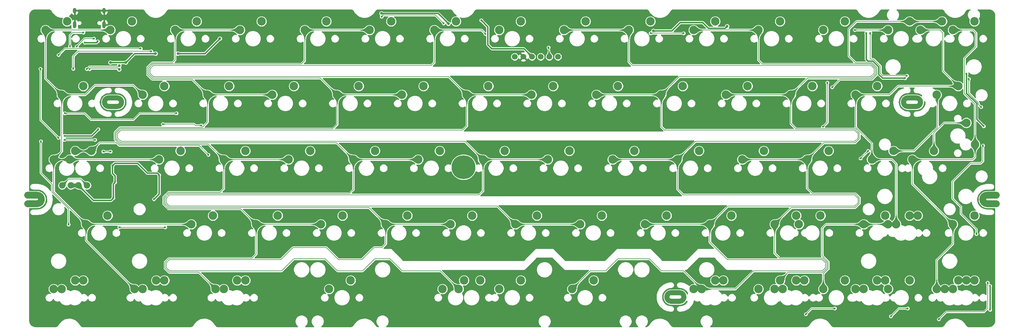
<source format=gbr>
G04 #@! TF.GenerationSoftware,KiCad,Pcbnew,(5.1.10)-1*
G04 #@! TF.CreationDate,2021-10-10T16:55:11+07:00*
G04 #@! TF.ProjectId,averange65,61766572-616e-4676-9536-352e6b696361,rev?*
G04 #@! TF.SameCoordinates,Original*
G04 #@! TF.FileFunction,Copper,L1,Top*
G04 #@! TF.FilePolarity,Positive*
%FSLAX46Y46*%
G04 Gerber Fmt 4.6, Leading zero omitted, Abs format (unit mm)*
G04 Created by KiCad (PCBNEW (5.1.10)-1) date 2021-10-10 16:55:11*
%MOMM*%
%LPD*%
G01*
G04 APERTURE LIST*
G04 #@! TA.AperFunction,EtchedComponent*
%ADD10C,2.000000*%
G04 #@! TD*
G04 #@! TA.AperFunction,EtchedComponent*
%ADD11C,1.500000*%
G04 #@! TD*
G04 #@! TA.AperFunction,ComponentPad*
%ADD12C,1.700000*%
G04 #@! TD*
G04 #@! TA.AperFunction,ComponentPad*
%ADD13C,7.000000*%
G04 #@! TD*
G04 #@! TA.AperFunction,ComponentPad*
%ADD14C,2.500000*%
G04 #@! TD*
G04 #@! TA.AperFunction,ComponentPad*
%ADD15C,1.905000*%
G04 #@! TD*
G04 #@! TA.AperFunction,ComponentPad*
%ADD16O,1.000000X1.600000*%
G04 #@! TD*
G04 #@! TA.AperFunction,ComponentPad*
%ADD17O,1.000000X2.100000*%
G04 #@! TD*
G04 #@! TA.AperFunction,ViaPad*
%ADD18C,0.600000*%
G04 #@! TD*
G04 #@! TA.AperFunction,ViaPad*
%ADD19C,0.800000*%
G04 #@! TD*
G04 #@! TA.AperFunction,Conductor*
%ADD20C,0.400000*%
G04 #@! TD*
G04 #@! TA.AperFunction,Conductor*
%ADD21C,1.000000*%
G04 #@! TD*
G04 #@! TA.AperFunction,Conductor*
%ADD22C,0.200000*%
G04 #@! TD*
G04 #@! TA.AperFunction,Conductor*
%ADD23C,0.025400*%
G04 #@! TD*
G04 #@! TA.AperFunction,Conductor*
%ADD24C,0.100000*%
G04 #@! TD*
G04 #@! TA.AperFunction,Conductor*
%ADD25C,0.254000*%
G04 #@! TD*
G04 APERTURE END LIST*
D10*
X366366Y-96492536D02*
X3116366Y-96492536D01*
X3116366Y-93992536D02*
X366366Y-93992536D01*
D11*
X191966366Y-122692536D02*
X189466366Y-122692536D01*
D10*
X282316366Y-96492536D02*
X285066366Y-96492536D01*
X285066366Y-93992536D02*
X282316366Y-93992536D01*
D11*
X26666366Y-65392536D02*
X24166366Y-65392536D01*
X24166366Y-67892536D02*
X26666366Y-67892536D01*
X189466366Y-125192536D02*
X191966366Y-125192536D01*
X261516366Y-65392536D02*
X259016366Y-65392536D01*
X259016366Y-67892536D02*
X261516366Y-67892536D01*
D10*
X3116366Y-96492536D02*
G75*
G03*
X3116366Y-93992536I0J1250000D01*
G01*
D11*
X259016366Y-67892536D02*
G75*
G02*
X259016366Y-65392536I0J1250000D01*
G01*
X189466366Y-125192536D02*
G75*
G02*
X189466366Y-122692536I0J1250000D01*
G01*
D10*
X282316366Y-93992536D02*
G75*
G03*
X282316366Y-96492536I0J-1250000D01*
G01*
D11*
X26666366Y-65392536D02*
G75*
G02*
X26666366Y-67892536I0J-1250000D01*
G01*
X24166366Y-67892536D02*
G75*
G02*
X24166366Y-65392536I0J1250000D01*
G01*
X191966366Y-122692536D02*
G75*
G02*
X191966366Y-125192536I0J-1250000D01*
G01*
X261516366Y-65392536D02*
G75*
G02*
X261516366Y-67892536I0J-1250000D01*
G01*
D12*
X146018250Y-53276500D03*
X143478250Y-53276500D03*
X153638250Y-53276500D03*
X151098250Y-53276500D03*
X148558250Y-53276500D03*
X156178250Y-53276500D03*
D13*
X128416366Y-85742536D03*
D14*
X5556254Y-45402504D03*
X11906254Y-42862504D03*
X166687634Y-119062568D03*
X160337634Y-121602568D03*
X95250074Y-119062568D03*
X88900074Y-121602568D03*
X122237602Y-121602568D03*
X128587602Y-119062568D03*
X227012690Y-102552500D03*
X233362690Y-100012500D03*
X246062706Y-102552552D03*
X252412706Y-100012552D03*
X253206462Y-102552552D03*
X259556462Y-100012552D03*
X261937714Y-100012552D03*
X255587714Y-102552552D03*
X267494810Y-121603060D03*
X273844810Y-119063060D03*
X243682310Y-121603060D03*
X250032310Y-119063060D03*
X269876070Y-121603060D03*
X276226070Y-119063060D03*
X246063570Y-121603060D03*
X252413570Y-119063060D03*
X234157450Y-121603060D03*
X240507450Y-119063060D03*
X215107450Y-121603060D03*
X221457450Y-119063060D03*
X196057450Y-121603060D03*
X202407450Y-119063060D03*
X133350670Y-119063060D03*
X127000670Y-121603060D03*
X276225254Y-72707500D03*
X278765254Y-79057500D03*
D15*
X15240038Y-91122500D03*
X17780038Y-91122500D03*
X13017534Y-91122500D03*
X10477534Y-91122500D03*
D14*
X272257530Y-121603060D03*
X278607530Y-119063060D03*
X253207450Y-121603060D03*
X259557450Y-119063060D03*
X222251070Y-121603060D03*
X228601070Y-119063060D03*
X198438470Y-121603060D03*
X204788470Y-119063060D03*
X219869810Y-121603060D03*
X226219810Y-119063060D03*
X145256970Y-119063060D03*
X138906970Y-121603060D03*
X57944130Y-121603060D03*
X64294130Y-119063060D03*
X34131278Y-121602568D03*
X40481278Y-119062568D03*
X55562870Y-121603060D03*
X61912870Y-119063060D03*
X31750026Y-121602568D03*
X38100026Y-119062568D03*
X7937670Y-121603060D03*
X14287670Y-119063060D03*
X248443986Y-83502500D03*
X254793986Y-80962500D03*
X272256506Y-102552500D03*
X278606506Y-100012500D03*
X219868962Y-102552500D03*
X226218962Y-100012500D03*
X200818946Y-102552500D03*
X207168946Y-100012500D03*
X181768930Y-102552500D03*
X188118930Y-100012500D03*
X162718914Y-102552500D03*
X169068914Y-100012500D03*
X143668898Y-102552500D03*
X150018898Y-100012500D03*
X124618882Y-102552500D03*
X130968882Y-100012500D03*
X105568866Y-102552500D03*
X111918866Y-100012500D03*
X86518850Y-102552500D03*
X92868850Y-100012500D03*
X67468834Y-102552500D03*
X73818834Y-100012500D03*
X48418818Y-102552500D03*
X54768818Y-100012500D03*
X266700246Y-80962500D03*
X260350246Y-83502500D03*
X23812542Y-100012500D03*
X17462542Y-102552500D03*
X10318758Y-121602568D03*
X16668758Y-119062568D03*
X229393970Y-83502500D03*
X235743970Y-80962500D03*
X210343954Y-83502500D03*
X216693954Y-80962500D03*
X191293938Y-83502500D03*
X197643938Y-80962500D03*
X172243922Y-83502500D03*
X178593922Y-80962500D03*
X153193906Y-83502500D03*
X159543906Y-80962500D03*
X134143890Y-83502500D03*
X140493890Y-80962500D03*
X115093874Y-83502500D03*
X121443874Y-80962500D03*
X96043858Y-83502500D03*
X102393858Y-80962500D03*
X76993842Y-83502500D03*
X83343842Y-80962500D03*
X57943826Y-83502500D03*
X64293826Y-80962500D03*
X38893810Y-83502500D03*
X45243810Y-80962500D03*
X267494002Y-64452500D03*
X273844002Y-61912500D03*
X12700038Y-83502500D03*
X19050038Y-80962500D03*
X7937534Y-83502500D03*
X14287534Y-80962500D03*
X243681482Y-64452500D03*
X250031482Y-61912500D03*
X224631466Y-64452500D03*
X230981466Y-61912500D03*
X205581450Y-64452500D03*
X211931450Y-61912500D03*
X186531434Y-64452500D03*
X192881434Y-61912500D03*
X167481418Y-64452500D03*
X173831418Y-61912500D03*
X148431402Y-64452500D03*
X154781402Y-61912500D03*
X129381386Y-64452500D03*
X135731386Y-61912500D03*
X110331370Y-64452500D03*
X116681370Y-61912500D03*
X91281354Y-64452500D03*
X97631354Y-61912500D03*
X72231338Y-64452500D03*
X78581338Y-61912500D03*
X53181322Y-64452500D03*
X59531322Y-61912500D03*
X34131306Y-64452500D03*
X40481306Y-61912500D03*
X10318786Y-64452500D03*
X16668786Y-61912500D03*
X269081250Y-42862500D03*
X262731250Y-45402500D03*
X272256250Y-45402500D03*
X278606250Y-42862500D03*
X253206250Y-45402500D03*
X259556250Y-42862500D03*
X234156250Y-45402500D03*
X240506250Y-42862500D03*
X215106250Y-45402500D03*
X221456250Y-42862500D03*
X196056250Y-45402500D03*
X202406250Y-42862500D03*
X177006250Y-45402500D03*
X183356250Y-42862500D03*
X157956250Y-45402500D03*
X164306250Y-42862500D03*
X138906250Y-45402500D03*
X145256250Y-42862500D03*
X119856250Y-45402500D03*
X126206250Y-42862500D03*
X100806250Y-45402500D03*
X107156250Y-42862500D03*
X81756250Y-45402500D03*
X88106250Y-42862500D03*
X62706250Y-45402500D03*
X69056250Y-42862500D03*
X43656250Y-45402500D03*
X50006250Y-42862500D03*
X24606250Y-45402500D03*
X30956250Y-42862500D03*
D16*
X22773850Y-39692500D03*
X14133850Y-39692500D03*
D17*
X22773850Y-43872500D03*
X14133850Y-43872500D03*
D18*
X25495250Y-94805500D03*
X26003250Y-90205420D03*
X25241250Y-85280500D03*
X38957250Y-88074500D03*
X37433250Y-95186500D03*
X11157090Y-76530340D03*
X21050250Y-74612500D03*
X133635750Y-42545000D03*
D19*
X56800750Y-47942496D03*
D18*
X246805450Y-46316900D03*
X258230649Y-59570899D03*
X283210234Y-127714446D03*
X283210234Y-120681516D03*
X281336750Y-73708105D03*
X276256749Y-58293000D03*
D19*
X37941278Y-52344510D03*
X44489721Y-52344510D03*
X29155343Y-54942500D03*
X24621250Y-54942500D03*
X123983750Y-43562500D03*
X104298750Y-40513000D03*
X205888060Y-44302110D03*
X184214409Y-45655000D03*
D18*
X109379330Y-111046130D03*
X128429410Y-111046130D03*
X33774325Y-80685065D03*
X31988380Y-80685065D03*
X174863980Y-49728685D03*
X212964140Y-49728685D03*
X251064300Y-49728685D03*
X139740395Y-49728685D03*
X98663660Y-49728685D03*
X60563500Y-49728685D03*
X14319250Y-59118500D03*
X18002250Y-78803500D03*
X93305825Y-41394275D03*
X131476750Y-42291000D03*
X169506145Y-41394275D03*
X207606305Y-41394275D03*
X249873670Y-75922545D03*
X52229090Y-110450815D03*
X71279170Y-111046130D03*
X95687085Y-111046130D03*
X190342170Y-111046130D03*
X190342170Y-130691525D03*
X121880945Y-130691525D03*
X61754130Y-91400735D03*
X80804210Y-91400735D03*
X99854290Y-91400735D03*
X118904370Y-91400735D03*
X176054610Y-91400735D03*
X157004530Y-91400735D03*
X137359135Y-91400735D03*
X195104690Y-91400735D03*
X214154770Y-91400735D03*
X209392250Y-72350655D03*
X190342170Y-72350655D03*
X171292090Y-72350655D03*
X152242010Y-72350655D03*
X133191930Y-72350655D03*
X114141850Y-72350655D03*
X95091770Y-72350655D03*
X76041690Y-72350655D03*
X56991610Y-72350655D03*
D19*
X281717750Y-41783000D03*
X205820220Y-130691305D03*
D18*
X147479110Y-111045796D03*
X166529158Y-111045796D03*
D19*
X23653766Y-59848764D03*
D18*
X7580315Y-78898780D03*
X214153926Y-111045682D03*
X227250812Y-111045682D03*
X233203942Y-91400353D03*
X242728950Y-91400353D03*
X230227377Y-121166003D03*
X273089913Y-50919069D03*
X273089913Y-57467512D03*
D19*
X196294536Y-117594125D03*
X203438292Y-116403499D03*
X4603750Y-105687865D03*
X16510010Y-98544109D03*
X15914697Y-82470658D03*
X18295949Y-89019101D03*
X148669496Y-115212873D03*
X155813252Y-115212873D03*
X262969592Y-102711300D03*
X258207088Y-102115987D03*
D18*
X237966446Y-52109695D03*
X218916430Y-52109695D03*
X199866414Y-52109695D03*
X180816398Y-52109695D03*
X161766382Y-52109695D03*
X236776740Y-62230300D03*
X12738132Y-50244490D03*
X16703850Y-46156565D03*
X14724071Y-50244490D03*
X19803850Y-47942504D03*
X13708340Y-56808410D03*
X22552208Y-81153000D03*
X24669750Y-81153000D03*
X4072226Y-56808410D03*
X20108596Y-77708154D03*
X11152193Y-77708154D03*
X9366254Y-77112841D03*
X36620524Y-51644510D03*
X53435250Y-82105500D03*
X247350920Y-80962500D03*
X245135085Y-83178335D03*
X40735250Y-103441500D03*
X27241542Y-103441500D03*
X44056260Y-69894490D03*
X11252240Y-69894490D03*
X134863390Y-46545500D03*
X243427250Y-45402500D03*
X33515260Y-50844490D03*
X9366250Y-52768500D03*
X153432640Y-50530890D03*
X104343724Y-41457977D03*
X122586750Y-43462500D03*
X183419750Y-46355000D03*
X193119536Y-46355000D03*
X247973850Y-46316900D03*
X258769611Y-58870899D03*
X276956749Y-59817000D03*
X280574750Y-68046105D03*
X281082750Y-79375000D03*
X279177750Y-105410000D03*
X282479750Y-119723015D03*
X268141470Y-130505072D03*
X12317534Y-102616000D03*
X4194520Y-78133230D03*
X237557072Y-127305072D03*
X229036751Y-129009759D03*
X258988340Y-127305072D03*
X254039897Y-129605072D03*
X235362750Y-60896500D03*
X234092750Y-73863991D03*
X40035904Y-73066316D03*
X51339750Y-73465852D03*
X17700636Y-56872199D03*
D19*
X27209750Y-55917500D03*
D18*
X18524902Y-56896462D03*
D19*
X27209750Y-56967500D03*
D18*
X17105323Y-49133130D03*
X20903850Y-48723900D03*
D20*
X135563390Y-49718885D02*
X136763820Y-50919315D01*
X146201065Y-50919315D02*
X148558250Y-53276500D01*
X136763820Y-50919315D02*
X146201065Y-50919315D01*
D21*
X13017534Y-91122500D02*
X15240038Y-91122500D01*
D20*
X25495250Y-90713420D02*
X26003250Y-90205420D01*
X25495250Y-94805500D02*
X25495250Y-90713420D01*
X38957250Y-93662500D02*
X37433250Y-95186500D01*
X38957250Y-88074500D02*
X38957250Y-93662500D01*
X19132410Y-76530340D02*
X21050250Y-74612500D01*
X11157090Y-76530340D02*
X19132410Y-76530340D01*
X135563390Y-44472640D02*
X133635750Y-42545000D01*
X135563390Y-49718885D02*
X135563390Y-44472640D01*
X24796750Y-95504000D02*
X25495250Y-94805500D01*
X19621538Y-95504000D02*
X24796750Y-95504000D01*
X15240038Y-91122500D02*
X19621538Y-95504000D01*
X25241250Y-85280500D02*
X25241250Y-87566500D01*
X26003250Y-88328500D02*
X26003250Y-90205420D01*
X25241250Y-87566500D02*
X26003250Y-88328500D01*
X35464750Y-87503000D02*
X38385750Y-87503000D01*
X32543750Y-84582000D02*
X35464750Y-87503000D01*
X38385750Y-87503000D02*
X38957250Y-88074500D01*
X25939750Y-84582000D02*
X32543750Y-84582000D01*
X25241250Y-85280500D02*
X25939750Y-84582000D01*
X246805450Y-46316900D02*
X246805450Y-53987700D01*
X246805450Y-53987700D02*
X247331365Y-54513615D01*
X247331365Y-54513615D02*
X248728087Y-54513615D01*
X248728087Y-54513615D02*
X250452100Y-56237628D01*
X250452100Y-56237628D02*
X250452100Y-58396350D01*
X250452100Y-58396350D02*
X251626649Y-59570899D01*
X251626649Y-59570899D02*
X258230649Y-59570899D01*
X283210234Y-127714446D02*
X283210234Y-120681516D01*
X283210234Y-120681516D02*
X283210234Y-120681516D01*
X276256749Y-64007999D02*
X276256749Y-58293000D01*
X279265264Y-67016514D02*
X276256749Y-64007999D01*
X279265264Y-71636619D02*
X279265264Y-67016514D01*
X281336750Y-73708105D02*
X279265264Y-71636619D01*
X52398736Y-52344510D02*
X44489721Y-52344510D01*
X56800750Y-47942496D02*
X52398736Y-52344510D01*
X29155343Y-54942500D02*
X24621250Y-54942500D01*
X24621250Y-54942500D02*
X24621250Y-54942500D01*
X31753333Y-52344510D02*
X29155343Y-54942500D01*
X37941278Y-52344510D02*
X31753333Y-52344510D01*
X104298750Y-40513000D02*
X120934250Y-40513000D01*
X120934250Y-40513000D02*
X123983750Y-43562500D01*
X205287680Y-44902490D02*
X205888060Y-44302110D01*
X200398278Y-44902490D02*
X205287680Y-44902490D01*
X198675788Y-43180000D02*
X200398278Y-44902490D01*
X192127345Y-43180000D02*
X198675788Y-43180000D01*
X189652345Y-45655000D02*
X192127345Y-43180000D01*
X184214409Y-45655000D02*
X189652345Y-45655000D01*
D22*
X269081250Y-42862500D02*
X259556250Y-42862500D01*
X249952090Y-56444738D02*
X249952090Y-58484664D01*
X239084696Y-59922344D02*
X236776740Y-62230300D01*
X248520977Y-55013625D02*
X249952090Y-56444738D01*
X243640375Y-55013625D02*
X248520977Y-55013625D01*
X241649250Y-53022500D02*
X243640375Y-55013625D01*
X248514410Y-59922344D02*
X239084696Y-59922344D01*
X249952090Y-58484664D02*
X248514410Y-59922344D01*
X241649250Y-45148500D02*
X241649250Y-53022500D01*
X243935250Y-42862500D02*
X241649250Y-45148500D01*
X259556250Y-42862500D02*
X243935250Y-42862500D01*
X12738132Y-50244490D02*
X12738132Y-46951878D01*
X13533445Y-46156565D02*
X16703850Y-46156565D01*
X12738132Y-46951878D02*
X13533445Y-46156565D01*
X17026057Y-47942504D02*
X14724071Y-50244490D01*
X19803850Y-47942504D02*
X17026057Y-47942504D01*
X24669750Y-81153000D02*
X22552208Y-81153000D01*
X20108596Y-77708154D02*
X11152193Y-77708154D01*
X4072226Y-71818813D02*
X9366254Y-77112841D01*
X4072226Y-56808410D02*
X4072226Y-71818813D01*
X13708340Y-53125426D02*
X13708340Y-56808410D01*
X15189256Y-51644510D02*
X13708340Y-53125426D01*
X36620524Y-51644510D02*
X15189256Y-51644510D01*
X26422555Y-78565489D02*
X27232290Y-79375222D01*
X21447049Y-78565489D02*
X26422555Y-78565489D01*
X19050038Y-80962500D02*
X21447049Y-78565489D01*
X50704972Y-79375222D02*
X53435250Y-82105500D01*
X27232290Y-79375222D02*
X50704972Y-79375222D01*
X14287534Y-80962500D02*
X19050038Y-80962500D01*
X267724155Y-74064595D02*
X267724155Y-64452500D01*
X260826250Y-80962500D02*
X267724155Y-74064595D01*
X254793986Y-80962500D02*
X260826250Y-80962500D01*
X247350920Y-80962500D02*
X245135085Y-83178335D01*
X269646950Y-72707500D02*
X276225254Y-72707500D01*
X266700246Y-75654204D02*
X269646950Y-72707500D01*
X266700246Y-80962500D02*
X266700246Y-75654204D01*
X27241542Y-103441500D02*
X40735250Y-103441500D01*
X11252240Y-69894490D02*
X17030728Y-69894490D01*
X17030728Y-69894490D02*
X18891262Y-71755024D01*
X18891262Y-71755024D02*
X31392835Y-71755024D01*
X33253369Y-69894490D02*
X31392835Y-71755024D01*
X44056260Y-69894490D02*
X33253369Y-69894490D01*
X5556250Y-59689964D02*
X10318786Y-64452500D01*
X5556250Y-45402500D02*
X5556250Y-59689964D01*
X10318786Y-81121248D02*
X7937534Y-83502500D01*
X10318786Y-64452500D02*
X10318786Y-81121248D01*
X7937534Y-93027492D02*
X17462542Y-102552500D01*
X7937534Y-83502500D02*
X7937534Y-93027492D01*
X17462542Y-107315332D02*
X31750270Y-121603060D01*
X17462542Y-102552500D02*
X17462542Y-107315332D01*
X24606250Y-45402500D02*
X5556250Y-45402500D01*
X7937534Y-83502500D02*
X12700038Y-83502500D01*
X48418818Y-102552500D02*
X17462542Y-102552500D01*
X12700038Y-83502500D02*
X38893810Y-83502500D01*
X34131306Y-64452500D02*
X31313509Y-61634703D01*
X31313509Y-61634703D02*
X20081888Y-61634703D01*
X17264091Y-64452500D02*
X10318786Y-64452500D01*
X20081888Y-61634703D02*
X17264091Y-64452500D01*
X53181322Y-64452500D02*
X53181322Y-72478280D01*
X53181322Y-72478280D02*
X51593750Y-74065852D01*
X25955834Y-75504176D02*
X25955835Y-77533074D01*
X25955835Y-77533074D02*
X27397979Y-78975212D01*
X27394156Y-74065852D02*
X25955834Y-75504176D01*
X51593750Y-74065852D02*
X27394156Y-74065852D01*
X53416538Y-78975212D02*
X57943826Y-83502500D01*
X27397979Y-78975212D02*
X53416538Y-78975212D01*
X57943826Y-83502500D02*
X57943826Y-92074924D01*
X57943826Y-92074924D02*
X56905113Y-93113637D01*
X40250675Y-96591890D02*
X41680324Y-98021539D01*
X40250675Y-94548543D02*
X40250675Y-96591890D01*
X41685583Y-93113638D02*
X40250675Y-94548543D01*
X56905113Y-93113637D02*
X41685583Y-93113638D01*
X62937873Y-98021539D02*
X67468834Y-102552500D01*
X41680324Y-98021539D02*
X62937873Y-98021539D01*
X67468834Y-102552500D02*
X67468834Y-111349876D01*
X67468834Y-111349876D02*
X66262250Y-112556460D01*
X40643459Y-115460221D02*
X41851748Y-116668510D01*
X40643459Y-113762704D02*
X40643459Y-115460221D01*
X41849703Y-112556460D02*
X40643459Y-113762704D01*
X66262250Y-112556460D02*
X41849703Y-112556460D01*
X50628320Y-116668510D02*
X55562870Y-121603060D01*
X41851748Y-116668510D02*
X50628320Y-116668510D01*
X62706250Y-45402500D02*
X43656250Y-45402500D01*
X53181322Y-64452500D02*
X72231338Y-64452500D01*
X57943826Y-83502500D02*
X76993842Y-83502500D01*
X67468834Y-102552500D02*
X86518850Y-102552500D01*
X43656250Y-45402500D02*
X43656250Y-54190384D01*
X43656250Y-54190384D02*
X42830750Y-55015884D01*
X35480835Y-58483074D02*
X36922980Y-59925213D01*
X35480834Y-56454176D02*
X35480835Y-58483074D01*
X36919124Y-55015884D02*
X35480834Y-56454176D01*
X42830750Y-55015884D02*
X36919124Y-55015884D01*
X48654035Y-59925213D02*
X53181322Y-64452500D01*
X36922980Y-59925213D02*
X48654035Y-59925213D01*
X91281354Y-64452500D02*
X91281354Y-73195758D01*
X91281354Y-73195758D02*
X90011250Y-74465862D01*
X26355844Y-77367383D02*
X27563668Y-78575202D01*
X26355843Y-75669864D02*
X26355844Y-77367383D01*
X27559845Y-74465862D02*
X26355843Y-75669864D01*
X90011250Y-74465862D02*
X27559845Y-74465862D01*
X91116560Y-78575202D02*
X96043858Y-83502500D01*
X27563668Y-78575202D02*
X91116560Y-78575202D01*
X100806250Y-45402500D02*
X81756250Y-45402500D01*
X124618882Y-102552500D02*
X105568866Y-102552500D01*
X96043858Y-83502500D02*
X115093874Y-83502500D01*
X91281354Y-64452500D02*
X110331370Y-64452500D01*
X86354057Y-59525203D02*
X91281354Y-64452500D01*
X37088669Y-59525203D02*
X86354057Y-59525203D01*
X35880844Y-58317383D02*
X37088669Y-59525203D01*
X35880843Y-56619864D02*
X35880844Y-58317383D01*
X37084813Y-55415894D02*
X35880843Y-56619864D01*
X80740250Y-55415894D02*
X37084813Y-55415894D01*
X81756250Y-54399894D02*
X80740250Y-55415894D01*
X81756250Y-45402500D02*
X81756250Y-54399894D01*
X121665640Y-116268030D02*
X121666110Y-116268500D01*
X110424918Y-116268030D02*
X121665640Y-116268030D01*
X102364088Y-112712500D02*
X106869388Y-112712500D01*
X98808088Y-116268500D02*
X102364088Y-112712500D01*
X87803012Y-112696140D02*
X91375372Y-116268500D01*
X78567928Y-112696140D02*
X87803012Y-112696140D01*
X74996038Y-116268030D02*
X78567928Y-112696140D01*
X105568866Y-102552500D02*
X105568866Y-108307211D01*
X105568866Y-108307211D02*
X104479957Y-109396120D01*
X78277972Y-109396120D02*
X74717622Y-112956470D01*
X121666110Y-116268500D02*
X127000670Y-121603060D01*
X104479957Y-109396120D02*
X102090492Y-109396120D01*
X50768250Y-116268500D02*
X50768720Y-116268030D01*
X41043469Y-115294532D02*
X42017437Y-116268500D01*
X50768720Y-116268030D02*
X74996038Y-116268030D01*
X98518602Y-112968010D02*
X91664858Y-112968010D01*
X91664858Y-112968010D02*
X88092968Y-109396120D01*
X42015392Y-112956470D02*
X41043469Y-113928393D01*
X106869388Y-112712500D02*
X110424918Y-116268030D01*
X88092968Y-109396120D02*
X78277972Y-109396120D01*
X42017437Y-116268500D02*
X50768250Y-116268500D01*
X91375372Y-116268500D02*
X98808088Y-116268500D01*
X74717622Y-112956470D02*
X42015392Y-112956470D01*
X102090492Y-109396120D02*
X98518602Y-112968010D01*
X41043469Y-113928393D02*
X41043469Y-115294532D01*
X100637896Y-97621530D02*
X105568866Y-102552500D01*
X41846013Y-97621530D02*
X100637896Y-97621530D01*
X94900844Y-93513640D02*
X41851276Y-93513640D01*
X40650684Y-96426201D02*
X41846013Y-97621530D01*
X41851276Y-93513640D02*
X40650684Y-94714232D01*
X96043858Y-92370627D02*
X94900844Y-93513640D01*
X96043858Y-83502500D02*
X96043858Y-92370627D01*
X40650684Y-94714232D02*
X40650684Y-96426201D01*
X129381386Y-64452500D02*
X129381386Y-73659235D01*
X129381386Y-73659235D02*
X128174749Y-74865872D01*
X26755853Y-77201692D02*
X27729357Y-78175192D01*
X26755853Y-75835553D02*
X26755853Y-77201692D01*
X27725534Y-74865872D02*
X26755853Y-75835553D01*
X128174749Y-74865872D02*
X27725534Y-74865872D01*
X128816582Y-78175192D02*
X134143890Y-83502500D01*
X27729357Y-78175192D02*
X128816582Y-78175192D01*
X133720390Y-45402500D02*
X119856250Y-45402500D01*
X134863390Y-46545500D02*
X133720390Y-45402500D01*
X143668898Y-102552500D02*
X162718914Y-102552500D01*
X134143890Y-83502500D02*
X153193906Y-83502500D01*
X129381386Y-64452500D02*
X148431402Y-64452500D01*
X124054079Y-59125193D02*
X129381386Y-64452500D01*
X37254358Y-59125193D02*
X124054079Y-59125193D01*
X36280853Y-58151692D02*
X37254358Y-59125193D01*
X37250502Y-55815904D02*
X36280853Y-56785553D01*
X118967246Y-55815904D02*
X37250502Y-55815904D01*
X119856250Y-54926900D02*
X118967246Y-55815904D01*
X36280853Y-56785553D02*
X36280853Y-58151692D01*
X119856250Y-45402500D02*
X119856250Y-54926900D01*
X134143890Y-92770673D02*
X134143890Y-83502500D01*
X133000912Y-93913651D02*
X134143890Y-92770673D01*
X41050695Y-94879921D02*
X42016965Y-93913651D01*
X42016965Y-93913651D02*
X133000912Y-93913651D01*
X41050695Y-96260512D02*
X41050695Y-94879921D01*
X42011702Y-97221519D02*
X41050695Y-96260512D01*
X138337917Y-97221519D02*
X42011702Y-97221519D01*
X143668898Y-102552500D02*
X138337917Y-97221519D01*
X173818344Y-112696140D02*
X170246454Y-116268030D01*
X186531434Y-64452500D02*
X191861610Y-59122324D01*
X249152070Y-56776112D02*
X248189599Y-55813645D01*
X249152070Y-58153286D02*
X249152070Y-56776112D01*
X248183032Y-59122324D02*
X249152070Y-58153286D01*
X191861610Y-59122324D02*
X248183032Y-59122324D01*
X219299604Y-55814146D02*
X178022243Y-55814869D01*
X219300105Y-55813645D02*
X219299604Y-55814146D01*
X248189599Y-55813645D02*
X219300105Y-55813645D01*
X177006250Y-54798876D02*
X178022243Y-55814869D01*
X177006250Y-45402500D02*
X177006250Y-54798876D01*
X186531434Y-64452500D02*
X186531434Y-73849095D01*
X191293938Y-83502500D02*
X196623981Y-78172457D01*
X244390470Y-75837507D02*
X243416963Y-74864001D01*
X244390470Y-77203646D02*
X244390470Y-75837507D01*
X243421659Y-78172457D02*
X244390470Y-77203646D01*
X196623981Y-78172457D02*
X243421659Y-78172457D01*
X187546340Y-74864001D02*
X186531434Y-73849095D01*
X243416963Y-74864001D02*
X187546340Y-74864001D01*
X177006250Y-45402500D02*
X157956250Y-45402500D01*
X243422351Y-97221709D02*
X206149737Y-97221709D01*
X244390414Y-96253646D02*
X243422351Y-97221709D01*
X206149737Y-97221709D02*
X200818946Y-102552500D01*
X244390414Y-94887507D02*
X244390414Y-96253646D01*
X243416828Y-93913921D02*
X244390414Y-94887507D01*
X193008250Y-93913921D02*
X243416828Y-93913921D01*
X191293938Y-92199609D02*
X193008250Y-93913921D01*
X191293938Y-83502500D02*
X191293938Y-92199609D01*
X167481418Y-64452500D02*
X186531434Y-64452500D01*
X172243922Y-83502500D02*
X191293938Y-83502500D01*
X181768930Y-102552500D02*
X200818946Y-102552500D01*
X208359052Y-121603060D02*
X198438470Y-121603060D01*
X233890411Y-116271946D02*
X213690166Y-116271946D01*
X234854426Y-115307933D02*
X233890411Y-116271946D01*
X213690166Y-116271946D02*
X208359052Y-121603060D01*
X233895886Y-112967998D02*
X234854426Y-113926538D01*
X205965325Y-112967998D02*
X233895886Y-112967998D01*
X200818946Y-107821618D02*
X205965325Y-112967998D01*
X234854426Y-113926538D02*
X234854426Y-115307933D01*
X200818946Y-102552500D02*
X200818946Y-107821618D01*
X183053412Y-112696140D02*
X173818344Y-112696140D01*
X165672172Y-116268030D02*
X160337634Y-121602568D01*
X170246454Y-116268030D02*
X165672172Y-116268030D01*
X193103440Y-116268030D02*
X186625302Y-116268030D01*
X198438470Y-121603060D02*
X193103440Y-116268030D01*
X183053412Y-112696140D02*
X186625302Y-116268030D01*
X215106250Y-45402500D02*
X215106250Y-54271194D01*
X215106250Y-54271194D02*
X216249247Y-55414192D01*
X249552080Y-58318975D02*
X248348721Y-59522334D01*
X249552080Y-56610427D02*
X249552080Y-58318975D01*
X219134416Y-55413635D02*
X248355288Y-55413635D01*
X219133910Y-55414141D02*
X219134416Y-55413635D01*
X248355288Y-55413635D02*
X249552080Y-56610427D01*
X216249247Y-55414192D02*
X219133910Y-55414141D01*
X229561632Y-59522334D02*
X224631466Y-64452500D01*
X248348721Y-59522334D02*
X229561632Y-59522334D01*
X224631466Y-64452500D02*
X224631466Y-72940207D01*
X224631466Y-72940207D02*
X226155250Y-74463991D01*
X244790480Y-77369335D02*
X243587348Y-78572467D01*
X244790480Y-75671818D02*
X244790480Y-77369335D01*
X243582652Y-74463991D02*
X244790480Y-75671818D01*
X226155250Y-74463991D02*
X243582652Y-74463991D01*
X234324003Y-78572467D02*
X229393970Y-83502500D01*
X243587348Y-78572467D02*
X234324003Y-78572467D01*
X229393970Y-91948220D02*
X230959661Y-93513911D01*
X229393970Y-83502500D02*
X229393970Y-91948220D01*
X215106250Y-45402500D02*
X196056250Y-45402500D01*
X230959661Y-93513911D02*
X243582517Y-93513911D01*
X210343954Y-83502500D02*
X229393970Y-83502500D01*
X205581450Y-64452500D02*
X224631466Y-64452500D01*
X219868962Y-111044200D02*
X219868962Y-102552500D01*
X234057687Y-112564101D02*
X221388863Y-112564101D01*
X235254436Y-113760849D02*
X234057687Y-112564101D01*
X221388863Y-112564101D02*
X219868962Y-111044200D01*
X235254436Y-115473622D02*
X235254436Y-113760849D01*
X234056101Y-116671955D02*
X235254436Y-115473622D01*
X223848555Y-116671955D02*
X234056101Y-116671955D01*
X221457450Y-119063060D02*
X223848555Y-116671955D01*
X219868962Y-102552500D02*
X224799743Y-97621719D01*
X244790424Y-96419335D02*
X244790424Y-94721818D01*
X244790424Y-94721818D02*
X243582517Y-93513911D01*
X243588040Y-97621719D02*
X244790424Y-96419335D01*
X224799743Y-97621719D02*
X243588040Y-97621719D01*
X243681482Y-64452500D02*
X243681482Y-73997123D01*
X248443986Y-78759627D02*
X248443986Y-83502500D01*
X243681482Y-73997123D02*
X248443986Y-78759627D01*
X268446250Y-45402500D02*
X262731250Y-45402500D01*
X269335250Y-46291500D02*
X268446250Y-45402500D01*
X269335250Y-57403748D02*
X269335250Y-46291500D01*
X273844002Y-61912500D02*
X269335250Y-57403748D01*
X253206250Y-45402500D02*
X243427250Y-45402500D01*
X256127250Y-61912500D02*
X273844002Y-61912500D01*
X253587250Y-64452500D02*
X256127250Y-61912500D01*
X243681482Y-64452500D02*
X253587250Y-64452500D01*
X234157450Y-117136306D02*
X234157450Y-121603060D01*
X235654446Y-115639310D02*
X234157450Y-117136306D01*
X235654446Y-113595160D02*
X235654446Y-115639310D01*
X233838750Y-111779464D02*
X235654446Y-113595160D01*
X233838750Y-103632000D02*
X233838750Y-111779464D01*
X234918198Y-102552552D02*
X233838750Y-103632000D01*
X254349250Y-83502500D02*
X248443986Y-83502500D01*
X255587714Y-84740964D02*
X254349250Y-83502500D01*
X255587714Y-102552552D02*
X255587714Y-84740964D01*
X234918198Y-102552552D02*
X246062706Y-102552552D01*
X246062706Y-102552552D02*
X253206462Y-102552552D01*
X278765254Y-82835496D02*
X278765254Y-79057500D01*
X278098250Y-83502500D02*
X278765254Y-82835496D01*
X260350246Y-83502500D02*
X278098250Y-83502500D01*
X272256506Y-108307211D02*
X272256506Y-102552500D01*
X267494810Y-113068907D02*
X272256506Y-108307211D01*
X267494810Y-121603060D02*
X267494810Y-113068907D01*
X260350246Y-90646240D02*
X272256506Y-102552500D01*
X260350246Y-83502500D02*
X260350246Y-90646240D01*
X278225250Y-45402500D02*
X272256250Y-45402500D01*
X278765254Y-67223626D02*
X275656749Y-64115121D01*
X275656749Y-64115121D02*
X275656749Y-53686001D01*
X278765254Y-79057500D02*
X278765254Y-67223626D01*
X275656749Y-53686001D02*
X279050750Y-50292000D01*
X279050750Y-50292000D02*
X279050750Y-46228000D01*
X279050750Y-46228000D02*
X278225250Y-45402500D01*
X222251070Y-121603060D02*
X223361810Y-121603060D01*
X11290260Y-50844490D02*
X9366250Y-52768500D01*
X33515260Y-50844490D02*
X11290260Y-50844490D01*
X153432640Y-50530890D02*
X153638250Y-53276500D01*
X104343724Y-41457977D02*
X104788691Y-41013010D01*
X104788691Y-41013010D02*
X120137260Y-41013010D01*
X120137260Y-41013010D02*
X122586750Y-43462500D01*
X183419750Y-46355000D02*
X193119536Y-46355000D01*
X193119536Y-46355000D02*
X193119536Y-46355000D01*
X247973850Y-46316900D02*
X247973850Y-53733700D01*
X247973850Y-53733700D02*
X248253755Y-54013605D01*
X248253755Y-54013605D02*
X248935197Y-54013605D01*
X248935197Y-54013605D02*
X250952110Y-56030518D01*
X250952110Y-56030518D02*
X250952110Y-58189240D01*
X250952110Y-58189240D02*
X251633769Y-58870899D01*
X251633769Y-58870899D02*
X258769611Y-58870899D01*
X276956749Y-59817000D02*
X276956749Y-64000879D01*
X279765274Y-67236629D02*
X280574750Y-68046105D01*
X279765274Y-66809404D02*
X279765274Y-67236629D01*
X276956749Y-64000879D02*
X279765274Y-66809404D01*
X279177750Y-105410000D02*
X279177750Y-104013000D01*
X279177750Y-104013000D02*
X274605750Y-99441000D01*
X274605750Y-99441000D02*
X274605750Y-97409000D01*
X274605750Y-97409000D02*
X272192750Y-94996000D01*
X272192750Y-94996000D02*
X272192750Y-89916000D01*
X272192750Y-89916000D02*
X277526750Y-84582000D01*
X277526750Y-84582000D02*
X280447750Y-84582000D01*
X281082750Y-83947000D02*
X281082750Y-79375000D01*
X280447750Y-84582000D02*
X281082750Y-83947000D01*
X282479750Y-119723015D02*
X282479750Y-119723015D01*
X282479750Y-119723015D02*
X282479750Y-127254304D01*
X282479750Y-127254304D02*
X281424295Y-128309759D01*
X270336783Y-128309759D02*
X268141470Y-130505072D01*
X281424295Y-128309759D02*
X270336783Y-128309759D01*
X12317534Y-102616000D02*
X12317534Y-97973190D01*
X12317534Y-97973190D02*
X7524750Y-93180406D01*
X7524750Y-93180406D02*
X7524750Y-90805000D01*
X4194520Y-87474770D02*
X7524750Y-90805000D01*
X4194520Y-78133230D02*
X4194520Y-87474770D01*
X230741438Y-127305072D02*
X229036751Y-129009759D01*
X237557072Y-127305072D02*
X230741438Y-127305072D01*
X256339897Y-127305072D02*
X254039897Y-129605072D01*
X258988340Y-127305072D02*
X256339897Y-127305072D01*
X235362750Y-72593991D02*
X234092750Y-73863991D01*
X235362750Y-60896500D02*
X235362750Y-72593991D01*
X49621602Y-73465852D02*
X51339750Y-73465852D01*
X49222066Y-73066316D02*
X49621602Y-73465852D01*
X40035904Y-73066316D02*
X49222066Y-73066316D01*
X10477534Y-91122500D02*
X12382534Y-89217500D01*
X15875038Y-89217500D02*
X17780038Y-91122500D01*
X12382534Y-89217500D02*
X15875038Y-89217500D01*
X18355335Y-56217500D02*
X17700636Y-56872199D01*
X26909750Y-56217500D02*
X18355335Y-56217500D01*
X27209750Y-55917500D02*
X26909750Y-56217500D01*
X18753864Y-56667500D02*
X18524902Y-56896462D01*
X26909750Y-56667500D02*
X18753864Y-56667500D01*
X27209750Y-56967500D02*
X26909750Y-56667500D01*
D20*
X20494620Y-49133130D02*
X20903850Y-48723900D01*
X17105323Y-49133130D02*
X20494620Y-49133130D01*
D23*
X147608452Y-52061198D02*
X147608667Y-52061403D01*
X147636263Y-52087136D01*
X147636487Y-52087340D01*
X147664408Y-52112158D01*
X147664641Y-52112361D01*
X147692887Y-52136262D01*
X147693130Y-52136462D01*
X147721702Y-52159448D01*
X147721955Y-52159646D01*
X147750853Y-52181716D01*
X147751114Y-52181911D01*
X147780337Y-52203065D01*
X147780607Y-52203255D01*
X147810155Y-52223493D01*
X147810435Y-52223679D01*
X147840309Y-52243002D01*
X147840597Y-52243183D01*
X147870797Y-52261589D01*
X147871092Y-52261763D01*
X147901616Y-52279254D01*
X147901919Y-52279423D01*
X147932770Y-52295998D01*
X147933081Y-52296159D01*
X147964257Y-52311818D01*
X147964574Y-52311972D01*
X147996075Y-52326715D01*
X147996398Y-52326860D01*
X148028225Y-52340687D01*
X148028553Y-52340824D01*
X148060706Y-52353735D01*
X148061038Y-52353863D01*
X148093516Y-52365858D01*
X148093852Y-52365977D01*
X148126655Y-52377057D01*
X148126994Y-52377166D01*
X148160123Y-52387330D01*
X148160464Y-52387430D01*
X148193919Y-52396678D01*
X148194262Y-52396767D01*
X148228041Y-52405099D01*
X148228384Y-52405179D01*
X148262490Y-52412595D01*
X148262832Y-52412665D01*
X148297263Y-52419165D01*
X148297604Y-52419224D01*
X148332360Y-52424808D01*
X148332700Y-52424858D01*
X148367782Y-52429527D01*
X148368118Y-52429567D01*
X148403526Y-52433320D01*
X148403860Y-52433351D01*
X148439593Y-52436187D01*
X148439922Y-52436209D01*
X148475980Y-52438130D01*
X148476305Y-52438143D01*
X148512689Y-52439148D01*
X148513009Y-52439153D01*
X148540005Y-52439219D01*
X148840791Y-53559041D01*
X147720969Y-53258255D01*
X147720903Y-53231259D01*
X147720898Y-53230939D01*
X147719893Y-53194555D01*
X147719880Y-53194230D01*
X147717959Y-53158172D01*
X147717937Y-53157843D01*
X147715101Y-53122110D01*
X147715070Y-53121776D01*
X147711317Y-53086368D01*
X147711277Y-53086032D01*
X147706608Y-53050950D01*
X147706558Y-53050610D01*
X147700974Y-53015854D01*
X147700915Y-53015513D01*
X147694415Y-52981082D01*
X147694345Y-52980740D01*
X147686929Y-52946634D01*
X147686849Y-52946291D01*
X147678517Y-52912512D01*
X147678428Y-52912169D01*
X147669180Y-52878714D01*
X147669080Y-52878373D01*
X147658916Y-52845244D01*
X147658807Y-52844905D01*
X147647727Y-52812102D01*
X147647608Y-52811766D01*
X147635613Y-52779288D01*
X147635485Y-52778956D01*
X147622574Y-52746803D01*
X147622437Y-52746475D01*
X147608610Y-52714648D01*
X147608465Y-52714325D01*
X147593722Y-52682824D01*
X147593568Y-52682507D01*
X147577909Y-52651331D01*
X147577748Y-52651020D01*
X147561173Y-52620169D01*
X147561004Y-52619866D01*
X147543513Y-52589342D01*
X147543339Y-52589047D01*
X147524933Y-52558847D01*
X147524752Y-52558559D01*
X147505429Y-52528685D01*
X147505243Y-52528405D01*
X147485005Y-52498857D01*
X147484815Y-52498587D01*
X147463661Y-52469364D01*
X147463466Y-52469103D01*
X147441396Y-52440205D01*
X147441198Y-52439952D01*
X147418212Y-52411380D01*
X147418012Y-52411137D01*
X147394111Y-52382891D01*
X147393908Y-52382658D01*
X147369090Y-52354737D01*
X147368886Y-52354513D01*
X147343153Y-52326917D01*
X147342948Y-52326702D01*
X147325073Y-52308412D01*
X147590162Y-52043323D01*
X147608452Y-52061198D01*
G04 #@! TA.AperFunction,Conductor*
D24*
G36*
X147608452Y-52061198D02*
G01*
X147608667Y-52061403D01*
X147636263Y-52087136D01*
X147636487Y-52087340D01*
X147664408Y-52112158D01*
X147664641Y-52112361D01*
X147692887Y-52136262D01*
X147693130Y-52136462D01*
X147721702Y-52159448D01*
X147721955Y-52159646D01*
X147750853Y-52181716D01*
X147751114Y-52181911D01*
X147780337Y-52203065D01*
X147780607Y-52203255D01*
X147810155Y-52223493D01*
X147810435Y-52223679D01*
X147840309Y-52243002D01*
X147840597Y-52243183D01*
X147870797Y-52261589D01*
X147871092Y-52261763D01*
X147901616Y-52279254D01*
X147901919Y-52279423D01*
X147932770Y-52295998D01*
X147933081Y-52296159D01*
X147964257Y-52311818D01*
X147964574Y-52311972D01*
X147996075Y-52326715D01*
X147996398Y-52326860D01*
X148028225Y-52340687D01*
X148028553Y-52340824D01*
X148060706Y-52353735D01*
X148061038Y-52353863D01*
X148093516Y-52365858D01*
X148093852Y-52365977D01*
X148126655Y-52377057D01*
X148126994Y-52377166D01*
X148160123Y-52387330D01*
X148160464Y-52387430D01*
X148193919Y-52396678D01*
X148194262Y-52396767D01*
X148228041Y-52405099D01*
X148228384Y-52405179D01*
X148262490Y-52412595D01*
X148262832Y-52412665D01*
X148297263Y-52419165D01*
X148297604Y-52419224D01*
X148332360Y-52424808D01*
X148332700Y-52424858D01*
X148367782Y-52429527D01*
X148368118Y-52429567D01*
X148403526Y-52433320D01*
X148403860Y-52433351D01*
X148439593Y-52436187D01*
X148439922Y-52436209D01*
X148475980Y-52438130D01*
X148476305Y-52438143D01*
X148512689Y-52439148D01*
X148513009Y-52439153D01*
X148540005Y-52439219D01*
X148840791Y-53559041D01*
X147720969Y-53258255D01*
X147720903Y-53231259D01*
X147720898Y-53230939D01*
X147719893Y-53194555D01*
X147719880Y-53194230D01*
X147717959Y-53158172D01*
X147717937Y-53157843D01*
X147715101Y-53122110D01*
X147715070Y-53121776D01*
X147711317Y-53086368D01*
X147711277Y-53086032D01*
X147706608Y-53050950D01*
X147706558Y-53050610D01*
X147700974Y-53015854D01*
X147700915Y-53015513D01*
X147694415Y-52981082D01*
X147694345Y-52980740D01*
X147686929Y-52946634D01*
X147686849Y-52946291D01*
X147678517Y-52912512D01*
X147678428Y-52912169D01*
X147669180Y-52878714D01*
X147669080Y-52878373D01*
X147658916Y-52845244D01*
X147658807Y-52844905D01*
X147647727Y-52812102D01*
X147647608Y-52811766D01*
X147635613Y-52779288D01*
X147635485Y-52778956D01*
X147622574Y-52746803D01*
X147622437Y-52746475D01*
X147608610Y-52714648D01*
X147608465Y-52714325D01*
X147593722Y-52682824D01*
X147593568Y-52682507D01*
X147577909Y-52651331D01*
X147577748Y-52651020D01*
X147561173Y-52620169D01*
X147561004Y-52619866D01*
X147543513Y-52589342D01*
X147543339Y-52589047D01*
X147524933Y-52558847D01*
X147524752Y-52558559D01*
X147505429Y-52528685D01*
X147505243Y-52528405D01*
X147485005Y-52498857D01*
X147484815Y-52498587D01*
X147463661Y-52469364D01*
X147463466Y-52469103D01*
X147441396Y-52440205D01*
X147441198Y-52439952D01*
X147418212Y-52411380D01*
X147418012Y-52411137D01*
X147394111Y-52382891D01*
X147393908Y-52382658D01*
X147369090Y-52354737D01*
X147368886Y-52354513D01*
X147343153Y-52326917D01*
X147342948Y-52326702D01*
X147325073Y-52308412D01*
X147590162Y-52043323D01*
X147608452Y-52061198D01*
G37*
G04 #@! TD.AperFunction*
D23*
X15690862Y-91122500D02*
X14561783Y-91773458D01*
X14557404Y-91769206D01*
X14556954Y-91768790D01*
X14544970Y-91758229D01*
X14544517Y-91757848D01*
X14531807Y-91747658D01*
X14531357Y-91747314D01*
X14517922Y-91737494D01*
X14517477Y-91737183D01*
X14503317Y-91727734D01*
X14502881Y-91727455D01*
X14487995Y-91718376D01*
X14487569Y-91718128D01*
X14471958Y-91709420D01*
X14471544Y-91709199D01*
X14455208Y-91700862D01*
X14454809Y-91700667D01*
X14437748Y-91692700D01*
X14437362Y-91692528D01*
X14419575Y-91684931D01*
X14419205Y-91684779D01*
X14400693Y-91677553D01*
X14400338Y-91677421D01*
X14381100Y-91670566D01*
X14380761Y-91670450D01*
X14360799Y-91663965D01*
X14360474Y-91663865D01*
X14339786Y-91657751D01*
X14339477Y-91657663D01*
X14318063Y-91651920D01*
X14317769Y-91651845D01*
X14295631Y-91646471D01*
X14295349Y-91646406D01*
X14272485Y-91641404D01*
X14272218Y-91641349D01*
X14248629Y-91636717D01*
X14248374Y-91636670D01*
X14224059Y-91632409D01*
X14223817Y-91632369D01*
X14198777Y-91628478D01*
X14198546Y-91628444D01*
X14172781Y-91624924D01*
X14172562Y-91624896D01*
X14146072Y-91621746D01*
X14145862Y-91621723D01*
X14118646Y-91618944D01*
X14118447Y-91618925D01*
X14090506Y-91616516D01*
X14090316Y-91616501D01*
X14061650Y-91614463D01*
X14061468Y-91614451D01*
X14032076Y-91612784D01*
X14031903Y-91612776D01*
X14001786Y-91611479D01*
X14001622Y-91611473D01*
X13970780Y-91610546D01*
X13970621Y-91610542D01*
X13939053Y-91609987D01*
X13938903Y-91609985D01*
X13919238Y-91609872D01*
X13919238Y-90635127D01*
X13938903Y-90635014D01*
X13939053Y-90635012D01*
X13970621Y-90634457D01*
X13970780Y-90634453D01*
X14001622Y-90633526D01*
X14001786Y-90633520D01*
X14031903Y-90632223D01*
X14032076Y-90632215D01*
X14061468Y-90630548D01*
X14061650Y-90630536D01*
X14090316Y-90628498D01*
X14090506Y-90628483D01*
X14118447Y-90626074D01*
X14118646Y-90626055D01*
X14145862Y-90623276D01*
X14146072Y-90623253D01*
X14172562Y-90620103D01*
X14172781Y-90620075D01*
X14198546Y-90616555D01*
X14198777Y-90616521D01*
X14223817Y-90612630D01*
X14224059Y-90612590D01*
X14248374Y-90608329D01*
X14248629Y-90608282D01*
X14272218Y-90603650D01*
X14272485Y-90603595D01*
X14295349Y-90598593D01*
X14295630Y-90598528D01*
X14317768Y-90593155D01*
X14318063Y-90593079D01*
X14339477Y-90587335D01*
X14339786Y-90587248D01*
X14360474Y-90581134D01*
X14360799Y-90581034D01*
X14380761Y-90574549D01*
X14381100Y-90574433D01*
X14400338Y-90567578D01*
X14400693Y-90567446D01*
X14419205Y-90560220D01*
X14419575Y-90560068D01*
X14437362Y-90552471D01*
X14437748Y-90552299D01*
X14454809Y-90544332D01*
X14455208Y-90544137D01*
X14471544Y-90535800D01*
X14471958Y-90535579D01*
X14487569Y-90526871D01*
X14487995Y-90526623D01*
X14502881Y-90517544D01*
X14503317Y-90517265D01*
X14517477Y-90507816D01*
X14517922Y-90507505D01*
X14531357Y-90497685D01*
X14531807Y-90497341D01*
X14544517Y-90487151D01*
X14544970Y-90486770D01*
X14556954Y-90476209D01*
X14557403Y-90475793D01*
X14561782Y-90471542D01*
X15690862Y-91122500D01*
G04 #@! TA.AperFunction,Conductor*
D24*
G36*
X15690862Y-91122500D02*
G01*
X14561783Y-91773458D01*
X14557404Y-91769206D01*
X14556954Y-91768790D01*
X14544970Y-91758229D01*
X14544517Y-91757848D01*
X14531807Y-91747658D01*
X14531357Y-91747314D01*
X14517922Y-91737494D01*
X14517477Y-91737183D01*
X14503317Y-91727734D01*
X14502881Y-91727455D01*
X14487995Y-91718376D01*
X14487569Y-91718128D01*
X14471958Y-91709420D01*
X14471544Y-91709199D01*
X14455208Y-91700862D01*
X14454809Y-91700667D01*
X14437748Y-91692700D01*
X14437362Y-91692528D01*
X14419575Y-91684931D01*
X14419205Y-91684779D01*
X14400693Y-91677553D01*
X14400338Y-91677421D01*
X14381100Y-91670566D01*
X14380761Y-91670450D01*
X14360799Y-91663965D01*
X14360474Y-91663865D01*
X14339786Y-91657751D01*
X14339477Y-91657663D01*
X14318063Y-91651920D01*
X14317769Y-91651845D01*
X14295631Y-91646471D01*
X14295349Y-91646406D01*
X14272485Y-91641404D01*
X14272218Y-91641349D01*
X14248629Y-91636717D01*
X14248374Y-91636670D01*
X14224059Y-91632409D01*
X14223817Y-91632369D01*
X14198777Y-91628478D01*
X14198546Y-91628444D01*
X14172781Y-91624924D01*
X14172562Y-91624896D01*
X14146072Y-91621746D01*
X14145862Y-91621723D01*
X14118646Y-91618944D01*
X14118447Y-91618925D01*
X14090506Y-91616516D01*
X14090316Y-91616501D01*
X14061650Y-91614463D01*
X14061468Y-91614451D01*
X14032076Y-91612784D01*
X14031903Y-91612776D01*
X14001786Y-91611479D01*
X14001622Y-91611473D01*
X13970780Y-91610546D01*
X13970621Y-91610542D01*
X13939053Y-91609987D01*
X13938903Y-91609985D01*
X13919238Y-91609872D01*
X13919238Y-90635127D01*
X13938903Y-90635014D01*
X13939053Y-90635012D01*
X13970621Y-90634457D01*
X13970780Y-90634453D01*
X14001622Y-90633526D01*
X14001786Y-90633520D01*
X14031903Y-90632223D01*
X14032076Y-90632215D01*
X14061468Y-90630548D01*
X14061650Y-90630536D01*
X14090316Y-90628498D01*
X14090506Y-90628483D01*
X14118447Y-90626074D01*
X14118646Y-90626055D01*
X14145862Y-90623276D01*
X14146072Y-90623253D01*
X14172562Y-90620103D01*
X14172781Y-90620075D01*
X14198546Y-90616555D01*
X14198777Y-90616521D01*
X14223817Y-90612630D01*
X14224059Y-90612590D01*
X14248374Y-90608329D01*
X14248629Y-90608282D01*
X14272218Y-90603650D01*
X14272485Y-90603595D01*
X14295349Y-90598593D01*
X14295630Y-90598528D01*
X14317768Y-90593155D01*
X14318063Y-90593079D01*
X14339477Y-90587335D01*
X14339786Y-90587248D01*
X14360474Y-90581134D01*
X14360799Y-90581034D01*
X14380761Y-90574549D01*
X14381100Y-90574433D01*
X14400338Y-90567578D01*
X14400693Y-90567446D01*
X14419205Y-90560220D01*
X14419575Y-90560068D01*
X14437362Y-90552471D01*
X14437748Y-90552299D01*
X14454809Y-90544332D01*
X14455208Y-90544137D01*
X14471544Y-90535800D01*
X14471958Y-90535579D01*
X14487569Y-90526871D01*
X14487995Y-90526623D01*
X14502881Y-90517544D01*
X14503317Y-90517265D01*
X14517477Y-90507816D01*
X14517922Y-90507505D01*
X14531357Y-90497685D01*
X14531807Y-90497341D01*
X14544517Y-90487151D01*
X14544970Y-90486770D01*
X14556954Y-90476209D01*
X14557403Y-90475793D01*
X14561782Y-90471542D01*
X15690862Y-91122500D01*
G37*
G04 #@! TD.AperFunction*
D23*
X13700167Y-90475793D02*
X13700617Y-90476209D01*
X13712601Y-90486770D01*
X13713054Y-90487151D01*
X13725764Y-90497341D01*
X13726214Y-90497685D01*
X13739649Y-90507505D01*
X13740094Y-90507816D01*
X13754254Y-90517265D01*
X13754690Y-90517544D01*
X13769576Y-90526623D01*
X13770002Y-90526871D01*
X13785613Y-90535579D01*
X13786027Y-90535800D01*
X13802363Y-90544137D01*
X13802762Y-90544332D01*
X13819823Y-90552299D01*
X13820209Y-90552471D01*
X13837996Y-90560068D01*
X13838366Y-90560220D01*
X13856878Y-90567446D01*
X13857233Y-90567578D01*
X13876471Y-90574433D01*
X13876810Y-90574549D01*
X13896772Y-90581034D01*
X13897097Y-90581134D01*
X13917785Y-90587248D01*
X13918094Y-90587335D01*
X13939508Y-90593079D01*
X13939803Y-90593155D01*
X13961941Y-90598528D01*
X13962222Y-90598593D01*
X13985086Y-90603595D01*
X13985353Y-90603650D01*
X14008943Y-90608282D01*
X14009198Y-90608329D01*
X14033512Y-90612590D01*
X14033754Y-90612630D01*
X14058794Y-90616521D01*
X14059025Y-90616555D01*
X14084790Y-90620075D01*
X14085009Y-90620103D01*
X14111499Y-90623253D01*
X14111709Y-90623276D01*
X14138925Y-90626055D01*
X14139124Y-90626074D01*
X14167065Y-90628483D01*
X14167255Y-90628498D01*
X14195921Y-90630536D01*
X14196103Y-90630548D01*
X14225495Y-90632215D01*
X14225668Y-90632223D01*
X14255785Y-90633520D01*
X14255949Y-90633526D01*
X14286791Y-90634453D01*
X14286950Y-90634457D01*
X14318518Y-90635012D01*
X14318668Y-90635014D01*
X14338334Y-90635127D01*
X14338334Y-91609872D01*
X14318668Y-91609985D01*
X14318518Y-91609987D01*
X14286950Y-91610542D01*
X14286791Y-91610546D01*
X14255949Y-91611473D01*
X14255785Y-91611479D01*
X14225668Y-91612776D01*
X14225495Y-91612784D01*
X14196103Y-91614451D01*
X14195921Y-91614463D01*
X14167255Y-91616501D01*
X14167065Y-91616516D01*
X14139124Y-91618925D01*
X14138925Y-91618944D01*
X14111709Y-91621723D01*
X14111499Y-91621746D01*
X14085009Y-91624896D01*
X14084790Y-91624924D01*
X14059025Y-91628444D01*
X14058794Y-91628478D01*
X14033754Y-91632369D01*
X14033512Y-91632409D01*
X14009198Y-91636670D01*
X14008943Y-91636717D01*
X13985353Y-91641349D01*
X13985086Y-91641404D01*
X13962222Y-91646406D01*
X13961940Y-91646471D01*
X13939802Y-91651845D01*
X13939508Y-91651920D01*
X13918094Y-91657663D01*
X13917785Y-91657751D01*
X13897097Y-91663865D01*
X13896772Y-91663965D01*
X13876810Y-91670450D01*
X13876471Y-91670566D01*
X13857233Y-91677421D01*
X13856878Y-91677553D01*
X13838366Y-91684779D01*
X13837996Y-91684931D01*
X13820209Y-91692528D01*
X13819823Y-91692700D01*
X13802762Y-91700667D01*
X13802363Y-91700862D01*
X13786027Y-91709199D01*
X13785613Y-91709420D01*
X13770002Y-91718128D01*
X13769576Y-91718376D01*
X13754690Y-91727455D01*
X13754254Y-91727734D01*
X13740094Y-91737183D01*
X13739649Y-91737494D01*
X13726214Y-91747314D01*
X13725764Y-91747658D01*
X13713054Y-91757848D01*
X13712601Y-91758229D01*
X13700617Y-91768790D01*
X13700167Y-91769206D01*
X13695789Y-91773457D01*
X12566710Y-91122500D01*
X13695789Y-90471542D01*
X13700167Y-90475793D01*
G04 #@! TA.AperFunction,Conductor*
D24*
G36*
X13700167Y-90475793D02*
G01*
X13700617Y-90476209D01*
X13712601Y-90486770D01*
X13713054Y-90487151D01*
X13725764Y-90497341D01*
X13726214Y-90497685D01*
X13739649Y-90507505D01*
X13740094Y-90507816D01*
X13754254Y-90517265D01*
X13754690Y-90517544D01*
X13769576Y-90526623D01*
X13770002Y-90526871D01*
X13785613Y-90535579D01*
X13786027Y-90535800D01*
X13802363Y-90544137D01*
X13802762Y-90544332D01*
X13819823Y-90552299D01*
X13820209Y-90552471D01*
X13837996Y-90560068D01*
X13838366Y-90560220D01*
X13856878Y-90567446D01*
X13857233Y-90567578D01*
X13876471Y-90574433D01*
X13876810Y-90574549D01*
X13896772Y-90581034D01*
X13897097Y-90581134D01*
X13917785Y-90587248D01*
X13918094Y-90587335D01*
X13939508Y-90593079D01*
X13939803Y-90593155D01*
X13961941Y-90598528D01*
X13962222Y-90598593D01*
X13985086Y-90603595D01*
X13985353Y-90603650D01*
X14008943Y-90608282D01*
X14009198Y-90608329D01*
X14033512Y-90612590D01*
X14033754Y-90612630D01*
X14058794Y-90616521D01*
X14059025Y-90616555D01*
X14084790Y-90620075D01*
X14085009Y-90620103D01*
X14111499Y-90623253D01*
X14111709Y-90623276D01*
X14138925Y-90626055D01*
X14139124Y-90626074D01*
X14167065Y-90628483D01*
X14167255Y-90628498D01*
X14195921Y-90630536D01*
X14196103Y-90630548D01*
X14225495Y-90632215D01*
X14225668Y-90632223D01*
X14255785Y-90633520D01*
X14255949Y-90633526D01*
X14286791Y-90634453D01*
X14286950Y-90634457D01*
X14318518Y-90635012D01*
X14318668Y-90635014D01*
X14338334Y-90635127D01*
X14338334Y-91609872D01*
X14318668Y-91609985D01*
X14318518Y-91609987D01*
X14286950Y-91610542D01*
X14286791Y-91610546D01*
X14255949Y-91611473D01*
X14255785Y-91611479D01*
X14225668Y-91612776D01*
X14225495Y-91612784D01*
X14196103Y-91614451D01*
X14195921Y-91614463D01*
X14167255Y-91616501D01*
X14167065Y-91616516D01*
X14139124Y-91618925D01*
X14138925Y-91618944D01*
X14111709Y-91621723D01*
X14111499Y-91621746D01*
X14085009Y-91624896D01*
X14084790Y-91624924D01*
X14059025Y-91628444D01*
X14058794Y-91628478D01*
X14033754Y-91632369D01*
X14033512Y-91632409D01*
X14009198Y-91636670D01*
X14008943Y-91636717D01*
X13985353Y-91641349D01*
X13985086Y-91641404D01*
X13962222Y-91646406D01*
X13961940Y-91646471D01*
X13939802Y-91651845D01*
X13939508Y-91651920D01*
X13918094Y-91657663D01*
X13917785Y-91657751D01*
X13897097Y-91663865D01*
X13896772Y-91663965D01*
X13876810Y-91670450D01*
X13876471Y-91670566D01*
X13857233Y-91677421D01*
X13856878Y-91677553D01*
X13838366Y-91684779D01*
X13837996Y-91684931D01*
X13820209Y-91692528D01*
X13819823Y-91692700D01*
X13802762Y-91700667D01*
X13802363Y-91700862D01*
X13786027Y-91709199D01*
X13785613Y-91709420D01*
X13770002Y-91718128D01*
X13769576Y-91718376D01*
X13754690Y-91727455D01*
X13754254Y-91727734D01*
X13740094Y-91737183D01*
X13739649Y-91737494D01*
X13726214Y-91747314D01*
X13725764Y-91747658D01*
X13713054Y-91757848D01*
X13712601Y-91758229D01*
X13700617Y-91768790D01*
X13700167Y-91769206D01*
X13695789Y-91773457D01*
X12566710Y-91122500D01*
X13695789Y-90471542D01*
X13700167Y-90475793D01*
G37*
G04 #@! TD.AperFunction*
D23*
X25989661Y-90495872D02*
X25988081Y-90496759D01*
X25987513Y-90497098D01*
X25985334Y-90498476D01*
X25984934Y-90498740D01*
X25982478Y-90500426D01*
X25982179Y-90500638D01*
X25979447Y-90502632D01*
X25979219Y-90502802D01*
X25976209Y-90505104D01*
X25976023Y-90505249D01*
X25972737Y-90507860D01*
X25972590Y-90507979D01*
X25969027Y-90510898D01*
X25968904Y-90510999D01*
X25965064Y-90514226D01*
X25964962Y-90514314D01*
X25960845Y-90517849D01*
X25960756Y-90517925D01*
X25956363Y-90521768D01*
X25956287Y-90521836D01*
X25951617Y-90525988D01*
X25951551Y-90526046D01*
X25946604Y-90530506D01*
X25946546Y-90530559D01*
X25941322Y-90535327D01*
X25941271Y-90535374D01*
X25935770Y-90540451D01*
X25935724Y-90540493D01*
X25929947Y-90545877D01*
X25929906Y-90545916D01*
X25923852Y-90551609D01*
X25923815Y-90551644D01*
X25917484Y-90557645D01*
X25917451Y-90557676D01*
X25910843Y-90563985D01*
X25910812Y-90564015D01*
X25903927Y-90570633D01*
X25903899Y-90570660D01*
X25896738Y-90577586D01*
X25896712Y-90577611D01*
X25889274Y-90584845D01*
X25889251Y-90584868D01*
X25881536Y-90592410D01*
X25881515Y-90592431D01*
X25873523Y-90600281D01*
X25873502Y-90600301D01*
X25865233Y-90608460D01*
X25865214Y-90608479D01*
X25856669Y-90616946D01*
X25856652Y-90616963D01*
X25847830Y-90625738D01*
X25847813Y-90625754D01*
X25847694Y-90625873D01*
X25582796Y-90360975D01*
X25582916Y-90360855D01*
X25582931Y-90360839D01*
X25591706Y-90352017D01*
X25591723Y-90352000D01*
X25600190Y-90343455D01*
X25600209Y-90343436D01*
X25608368Y-90335167D01*
X25608388Y-90335146D01*
X25616238Y-90327154D01*
X25616259Y-90327133D01*
X25623801Y-90319418D01*
X25623824Y-90319395D01*
X25631058Y-90311957D01*
X25631083Y-90311931D01*
X25638009Y-90304770D01*
X25638036Y-90304742D01*
X25644654Y-90297857D01*
X25644684Y-90297826D01*
X25650993Y-90291218D01*
X25651024Y-90291185D01*
X25657025Y-90284854D01*
X25657060Y-90284817D01*
X25662753Y-90278763D01*
X25662792Y-90278722D01*
X25668176Y-90272945D01*
X25668218Y-90272899D01*
X25673295Y-90267398D01*
X25673342Y-90267347D01*
X25678110Y-90262123D01*
X25678163Y-90262065D01*
X25682623Y-90257118D01*
X25682681Y-90257052D01*
X25686833Y-90252382D01*
X25686901Y-90252306D01*
X25690744Y-90247913D01*
X25690820Y-90247824D01*
X25694355Y-90243707D01*
X25694441Y-90243606D01*
X25697669Y-90239766D01*
X25697773Y-90239641D01*
X25700691Y-90236078D01*
X25700809Y-90235932D01*
X25703420Y-90232646D01*
X25703565Y-90232460D01*
X25705867Y-90229450D01*
X25706037Y-90229222D01*
X25708031Y-90226490D01*
X25708243Y-90226191D01*
X25709929Y-90223735D01*
X25710193Y-90223335D01*
X25711571Y-90221156D01*
X25711910Y-90220588D01*
X25712797Y-90219010D01*
X26091337Y-90117333D01*
X25989661Y-90495872D01*
G04 #@! TA.AperFunction,Conductor*
D24*
G36*
X25989661Y-90495872D02*
G01*
X25988081Y-90496759D01*
X25987513Y-90497098D01*
X25985334Y-90498476D01*
X25984934Y-90498740D01*
X25982478Y-90500426D01*
X25982179Y-90500638D01*
X25979447Y-90502632D01*
X25979219Y-90502802D01*
X25976209Y-90505104D01*
X25976023Y-90505249D01*
X25972737Y-90507860D01*
X25972590Y-90507979D01*
X25969027Y-90510898D01*
X25968904Y-90510999D01*
X25965064Y-90514226D01*
X25964962Y-90514314D01*
X25960845Y-90517849D01*
X25960756Y-90517925D01*
X25956363Y-90521768D01*
X25956287Y-90521836D01*
X25951617Y-90525988D01*
X25951551Y-90526046D01*
X25946604Y-90530506D01*
X25946546Y-90530559D01*
X25941322Y-90535327D01*
X25941271Y-90535374D01*
X25935770Y-90540451D01*
X25935724Y-90540493D01*
X25929947Y-90545877D01*
X25929906Y-90545916D01*
X25923852Y-90551609D01*
X25923815Y-90551644D01*
X25917484Y-90557645D01*
X25917451Y-90557676D01*
X25910843Y-90563985D01*
X25910812Y-90564015D01*
X25903927Y-90570633D01*
X25903899Y-90570660D01*
X25896738Y-90577586D01*
X25896712Y-90577611D01*
X25889274Y-90584845D01*
X25889251Y-90584868D01*
X25881536Y-90592410D01*
X25881515Y-90592431D01*
X25873523Y-90600281D01*
X25873502Y-90600301D01*
X25865233Y-90608460D01*
X25865214Y-90608479D01*
X25856669Y-90616946D01*
X25856652Y-90616963D01*
X25847830Y-90625738D01*
X25847813Y-90625754D01*
X25847694Y-90625873D01*
X25582796Y-90360975D01*
X25582916Y-90360855D01*
X25582931Y-90360839D01*
X25591706Y-90352017D01*
X25591723Y-90352000D01*
X25600190Y-90343455D01*
X25600209Y-90343436D01*
X25608368Y-90335167D01*
X25608388Y-90335146D01*
X25616238Y-90327154D01*
X25616259Y-90327133D01*
X25623801Y-90319418D01*
X25623824Y-90319395D01*
X25631058Y-90311957D01*
X25631083Y-90311931D01*
X25638009Y-90304770D01*
X25638036Y-90304742D01*
X25644654Y-90297857D01*
X25644684Y-90297826D01*
X25650993Y-90291218D01*
X25651024Y-90291185D01*
X25657025Y-90284854D01*
X25657060Y-90284817D01*
X25662753Y-90278763D01*
X25662792Y-90278722D01*
X25668176Y-90272945D01*
X25668218Y-90272899D01*
X25673295Y-90267398D01*
X25673342Y-90267347D01*
X25678110Y-90262123D01*
X25678163Y-90262065D01*
X25682623Y-90257118D01*
X25682681Y-90257052D01*
X25686833Y-90252382D01*
X25686901Y-90252306D01*
X25690744Y-90247913D01*
X25690820Y-90247824D01*
X25694355Y-90243707D01*
X25694441Y-90243606D01*
X25697669Y-90239766D01*
X25697773Y-90239641D01*
X25700691Y-90236078D01*
X25700809Y-90235932D01*
X25703420Y-90232646D01*
X25703565Y-90232460D01*
X25705867Y-90229450D01*
X25706037Y-90229222D01*
X25708031Y-90226490D01*
X25708243Y-90226191D01*
X25709929Y-90223735D01*
X25710193Y-90223335D01*
X25711571Y-90221156D01*
X25711910Y-90220588D01*
X25712797Y-90219010D01*
X26091337Y-90117333D01*
X25989661Y-90495872D01*
G37*
G04 #@! TD.AperFunction*
D23*
X25682560Y-94398390D02*
X25682593Y-94410834D01*
X25682593Y-94410859D01*
X25682649Y-94422888D01*
X25682649Y-94422913D01*
X25682726Y-94434529D01*
X25682727Y-94434558D01*
X25682827Y-94445760D01*
X25682827Y-94445792D01*
X25682950Y-94456581D01*
X25682950Y-94456612D01*
X25683094Y-94466987D01*
X25683095Y-94467024D01*
X25683262Y-94476985D01*
X25683262Y-94477023D01*
X25683451Y-94486570D01*
X25683452Y-94486612D01*
X25683663Y-94495746D01*
X25683665Y-94495792D01*
X25683898Y-94504512D01*
X25683899Y-94504564D01*
X25684155Y-94512871D01*
X25684157Y-94512925D01*
X25684434Y-94520817D01*
X25684436Y-94520881D01*
X25684736Y-94528361D01*
X25684739Y-94528432D01*
X25685062Y-94535497D01*
X25685066Y-94535573D01*
X25685410Y-94542225D01*
X25685415Y-94542315D01*
X25685782Y-94548553D01*
X25685788Y-94548653D01*
X25686177Y-94554477D01*
X25686185Y-94554593D01*
X25686596Y-94560004D01*
X25686607Y-94560138D01*
X25687040Y-94565135D01*
X25687055Y-94565296D01*
X25687511Y-94569879D01*
X25687532Y-94570068D01*
X25688010Y-94574238D01*
X25688038Y-94574468D01*
X25688538Y-94578224D01*
X25688579Y-94578507D01*
X25689101Y-94581850D01*
X25689163Y-94582215D01*
X25689708Y-94585143D01*
X25689804Y-94585607D01*
X25690370Y-94588122D01*
X25690531Y-94588761D01*
X25691021Y-94590511D01*
X25495250Y-94930074D01*
X25299478Y-94590510D01*
X25299968Y-94588761D01*
X25300129Y-94588122D01*
X25300695Y-94585607D01*
X25300791Y-94585143D01*
X25301336Y-94582215D01*
X25301398Y-94581850D01*
X25301920Y-94578507D01*
X25301961Y-94578224D01*
X25302461Y-94574468D01*
X25302489Y-94574238D01*
X25302967Y-94570068D01*
X25302988Y-94569879D01*
X25303444Y-94565296D01*
X25303459Y-94565135D01*
X25303892Y-94560138D01*
X25303903Y-94560004D01*
X25304314Y-94554593D01*
X25304322Y-94554477D01*
X25304711Y-94548653D01*
X25304717Y-94548553D01*
X25305084Y-94542315D01*
X25305089Y-94542225D01*
X25305433Y-94535573D01*
X25305437Y-94535497D01*
X25305760Y-94528432D01*
X25305763Y-94528361D01*
X25306063Y-94520881D01*
X25306065Y-94520817D01*
X25306342Y-94512925D01*
X25306344Y-94512871D01*
X25306600Y-94504564D01*
X25306601Y-94504512D01*
X25306834Y-94495792D01*
X25306836Y-94495746D01*
X25307047Y-94486612D01*
X25307048Y-94486570D01*
X25307237Y-94477023D01*
X25307237Y-94476985D01*
X25307404Y-94467024D01*
X25307405Y-94466987D01*
X25307549Y-94456612D01*
X25307549Y-94456581D01*
X25307672Y-94445792D01*
X25307672Y-94445760D01*
X25307772Y-94434558D01*
X25307773Y-94434529D01*
X25307850Y-94422913D01*
X25307850Y-94422888D01*
X25307906Y-94410859D01*
X25307906Y-94410834D01*
X25307939Y-94398390D01*
X25307939Y-94398200D01*
X25682560Y-94398200D01*
X25682560Y-94398390D01*
G04 #@! TA.AperFunction,Conductor*
D24*
G36*
X25682560Y-94398390D02*
G01*
X25682593Y-94410834D01*
X25682593Y-94410859D01*
X25682649Y-94422888D01*
X25682649Y-94422913D01*
X25682726Y-94434529D01*
X25682727Y-94434558D01*
X25682827Y-94445760D01*
X25682827Y-94445792D01*
X25682950Y-94456581D01*
X25682950Y-94456612D01*
X25683094Y-94466987D01*
X25683095Y-94467024D01*
X25683262Y-94476985D01*
X25683262Y-94477023D01*
X25683451Y-94486570D01*
X25683452Y-94486612D01*
X25683663Y-94495746D01*
X25683665Y-94495792D01*
X25683898Y-94504512D01*
X25683899Y-94504564D01*
X25684155Y-94512871D01*
X25684157Y-94512925D01*
X25684434Y-94520817D01*
X25684436Y-94520881D01*
X25684736Y-94528361D01*
X25684739Y-94528432D01*
X25685062Y-94535497D01*
X25685066Y-94535573D01*
X25685410Y-94542225D01*
X25685415Y-94542315D01*
X25685782Y-94548553D01*
X25685788Y-94548653D01*
X25686177Y-94554477D01*
X25686185Y-94554593D01*
X25686596Y-94560004D01*
X25686607Y-94560138D01*
X25687040Y-94565135D01*
X25687055Y-94565296D01*
X25687511Y-94569879D01*
X25687532Y-94570068D01*
X25688010Y-94574238D01*
X25688038Y-94574468D01*
X25688538Y-94578224D01*
X25688579Y-94578507D01*
X25689101Y-94581850D01*
X25689163Y-94582215D01*
X25689708Y-94585143D01*
X25689804Y-94585607D01*
X25690370Y-94588122D01*
X25690531Y-94588761D01*
X25691021Y-94590511D01*
X25495250Y-94930074D01*
X25299478Y-94590510D01*
X25299968Y-94588761D01*
X25300129Y-94588122D01*
X25300695Y-94585607D01*
X25300791Y-94585143D01*
X25301336Y-94582215D01*
X25301398Y-94581850D01*
X25301920Y-94578507D01*
X25301961Y-94578224D01*
X25302461Y-94574468D01*
X25302489Y-94574238D01*
X25302967Y-94570068D01*
X25302988Y-94569879D01*
X25303444Y-94565296D01*
X25303459Y-94565135D01*
X25303892Y-94560138D01*
X25303903Y-94560004D01*
X25304314Y-94554593D01*
X25304322Y-94554477D01*
X25304711Y-94548653D01*
X25304717Y-94548553D01*
X25305084Y-94542315D01*
X25305089Y-94542225D01*
X25305433Y-94535573D01*
X25305437Y-94535497D01*
X25305760Y-94528432D01*
X25305763Y-94528361D01*
X25306063Y-94520881D01*
X25306065Y-94520817D01*
X25306342Y-94512925D01*
X25306344Y-94512871D01*
X25306600Y-94504564D01*
X25306601Y-94504512D01*
X25306834Y-94495792D01*
X25306836Y-94495746D01*
X25307047Y-94486612D01*
X25307048Y-94486570D01*
X25307237Y-94477023D01*
X25307237Y-94476985D01*
X25307404Y-94467024D01*
X25307405Y-94466987D01*
X25307549Y-94456612D01*
X25307549Y-94456581D01*
X25307672Y-94445792D01*
X25307672Y-94445760D01*
X25307772Y-94434558D01*
X25307773Y-94434529D01*
X25307850Y-94422913D01*
X25307850Y-94422888D01*
X25307906Y-94410859D01*
X25307906Y-94410834D01*
X25307939Y-94398390D01*
X25307939Y-94398200D01*
X25682560Y-94398200D01*
X25682560Y-94398390D01*
G37*
G04 #@! TD.AperFunction*
D23*
X37853703Y-95030944D02*
X37853584Y-95031063D01*
X37853568Y-95031080D01*
X37844793Y-95039902D01*
X37844776Y-95039919D01*
X37836309Y-95048464D01*
X37836290Y-95048483D01*
X37828131Y-95056752D01*
X37828111Y-95056773D01*
X37820261Y-95064765D01*
X37820240Y-95064786D01*
X37812698Y-95072501D01*
X37812675Y-95072524D01*
X37805441Y-95079962D01*
X37805416Y-95079988D01*
X37798490Y-95087149D01*
X37798463Y-95087177D01*
X37791845Y-95094062D01*
X37791815Y-95094093D01*
X37785506Y-95100701D01*
X37785475Y-95100734D01*
X37779474Y-95107065D01*
X37779439Y-95107102D01*
X37773746Y-95113156D01*
X37773707Y-95113197D01*
X37768323Y-95118974D01*
X37768281Y-95119020D01*
X37763204Y-95124521D01*
X37763157Y-95124572D01*
X37758389Y-95129796D01*
X37758336Y-95129854D01*
X37753876Y-95134801D01*
X37753818Y-95134867D01*
X37749666Y-95139537D01*
X37749598Y-95139613D01*
X37745755Y-95144006D01*
X37745679Y-95144095D01*
X37742144Y-95148212D01*
X37742056Y-95148314D01*
X37738829Y-95152154D01*
X37738728Y-95152277D01*
X37735809Y-95155840D01*
X37735690Y-95155987D01*
X37733079Y-95159273D01*
X37732934Y-95159459D01*
X37730632Y-95162469D01*
X37730462Y-95162697D01*
X37728468Y-95165429D01*
X37728256Y-95165728D01*
X37726570Y-95168184D01*
X37726306Y-95168584D01*
X37724928Y-95170763D01*
X37724589Y-95171331D01*
X37723702Y-95172911D01*
X37345163Y-95274587D01*
X37446840Y-94896047D01*
X37448418Y-94895160D01*
X37448986Y-94894821D01*
X37451165Y-94893443D01*
X37451565Y-94893179D01*
X37454021Y-94891493D01*
X37454320Y-94891281D01*
X37457052Y-94889287D01*
X37457280Y-94889117D01*
X37460290Y-94886815D01*
X37460476Y-94886670D01*
X37463762Y-94884059D01*
X37463908Y-94883941D01*
X37467471Y-94881023D01*
X37467596Y-94880919D01*
X37471436Y-94877691D01*
X37471537Y-94877605D01*
X37475654Y-94874070D01*
X37475743Y-94873994D01*
X37480136Y-94870151D01*
X37480212Y-94870083D01*
X37484882Y-94865931D01*
X37484948Y-94865873D01*
X37489895Y-94861413D01*
X37489953Y-94861360D01*
X37495177Y-94856592D01*
X37495228Y-94856545D01*
X37500729Y-94851468D01*
X37500775Y-94851426D01*
X37506552Y-94846042D01*
X37506593Y-94846003D01*
X37512647Y-94840310D01*
X37512684Y-94840275D01*
X37519015Y-94834274D01*
X37519048Y-94834243D01*
X37525656Y-94827934D01*
X37525687Y-94827904D01*
X37532572Y-94821286D01*
X37532600Y-94821259D01*
X37539761Y-94814333D01*
X37539787Y-94814308D01*
X37547225Y-94807074D01*
X37547248Y-94807051D01*
X37554963Y-94799509D01*
X37554984Y-94799488D01*
X37562976Y-94791638D01*
X37562997Y-94791618D01*
X37571266Y-94783459D01*
X37571285Y-94783440D01*
X37579830Y-94774973D01*
X37579847Y-94774956D01*
X37588669Y-94766181D01*
X37588685Y-94766166D01*
X37588805Y-94766046D01*
X37853703Y-95030944D01*
G04 #@! TA.AperFunction,Conductor*
D24*
G36*
X37853703Y-95030944D02*
G01*
X37853584Y-95031063D01*
X37853568Y-95031080D01*
X37844793Y-95039902D01*
X37844776Y-95039919D01*
X37836309Y-95048464D01*
X37836290Y-95048483D01*
X37828131Y-95056752D01*
X37828111Y-95056773D01*
X37820261Y-95064765D01*
X37820240Y-95064786D01*
X37812698Y-95072501D01*
X37812675Y-95072524D01*
X37805441Y-95079962D01*
X37805416Y-95079988D01*
X37798490Y-95087149D01*
X37798463Y-95087177D01*
X37791845Y-95094062D01*
X37791815Y-95094093D01*
X37785506Y-95100701D01*
X37785475Y-95100734D01*
X37779474Y-95107065D01*
X37779439Y-95107102D01*
X37773746Y-95113156D01*
X37773707Y-95113197D01*
X37768323Y-95118974D01*
X37768281Y-95119020D01*
X37763204Y-95124521D01*
X37763157Y-95124572D01*
X37758389Y-95129796D01*
X37758336Y-95129854D01*
X37753876Y-95134801D01*
X37753818Y-95134867D01*
X37749666Y-95139537D01*
X37749598Y-95139613D01*
X37745755Y-95144006D01*
X37745679Y-95144095D01*
X37742144Y-95148212D01*
X37742056Y-95148314D01*
X37738829Y-95152154D01*
X37738728Y-95152277D01*
X37735809Y-95155840D01*
X37735690Y-95155987D01*
X37733079Y-95159273D01*
X37732934Y-95159459D01*
X37730632Y-95162469D01*
X37730462Y-95162697D01*
X37728468Y-95165429D01*
X37728256Y-95165728D01*
X37726570Y-95168184D01*
X37726306Y-95168584D01*
X37724928Y-95170763D01*
X37724589Y-95171331D01*
X37723702Y-95172911D01*
X37345163Y-95274587D01*
X37446840Y-94896047D01*
X37448418Y-94895160D01*
X37448986Y-94894821D01*
X37451165Y-94893443D01*
X37451565Y-94893179D01*
X37454021Y-94891493D01*
X37454320Y-94891281D01*
X37457052Y-94889287D01*
X37457280Y-94889117D01*
X37460290Y-94886815D01*
X37460476Y-94886670D01*
X37463762Y-94884059D01*
X37463908Y-94883941D01*
X37467471Y-94881023D01*
X37467596Y-94880919D01*
X37471436Y-94877691D01*
X37471537Y-94877605D01*
X37475654Y-94874070D01*
X37475743Y-94873994D01*
X37480136Y-94870151D01*
X37480212Y-94870083D01*
X37484882Y-94865931D01*
X37484948Y-94865873D01*
X37489895Y-94861413D01*
X37489953Y-94861360D01*
X37495177Y-94856592D01*
X37495228Y-94856545D01*
X37500729Y-94851468D01*
X37500775Y-94851426D01*
X37506552Y-94846042D01*
X37506593Y-94846003D01*
X37512647Y-94840310D01*
X37512684Y-94840275D01*
X37519015Y-94834274D01*
X37519048Y-94834243D01*
X37525656Y-94827934D01*
X37525687Y-94827904D01*
X37532572Y-94821286D01*
X37532600Y-94821259D01*
X37539761Y-94814333D01*
X37539787Y-94814308D01*
X37547225Y-94807074D01*
X37547248Y-94807051D01*
X37554963Y-94799509D01*
X37554984Y-94799488D01*
X37562976Y-94791638D01*
X37562997Y-94791618D01*
X37571266Y-94783459D01*
X37571285Y-94783440D01*
X37579830Y-94774973D01*
X37579847Y-94774956D01*
X37588669Y-94766181D01*
X37588685Y-94766166D01*
X37588805Y-94766046D01*
X37853703Y-95030944D01*
G37*
G04 #@! TD.AperFunction*
D23*
X39153021Y-88289488D02*
X39152531Y-88291238D01*
X39152370Y-88291877D01*
X39151804Y-88294392D01*
X39151708Y-88294856D01*
X39151163Y-88297784D01*
X39151101Y-88298149D01*
X39150579Y-88301492D01*
X39150538Y-88301775D01*
X39150038Y-88305531D01*
X39150010Y-88305761D01*
X39149532Y-88309931D01*
X39149511Y-88310120D01*
X39149055Y-88314703D01*
X39149040Y-88314864D01*
X39148607Y-88319861D01*
X39148596Y-88319995D01*
X39148185Y-88325406D01*
X39148177Y-88325522D01*
X39147788Y-88331346D01*
X39147782Y-88331446D01*
X39147415Y-88337684D01*
X39147410Y-88337774D01*
X39147066Y-88344426D01*
X39147062Y-88344502D01*
X39146739Y-88351567D01*
X39146736Y-88351638D01*
X39146436Y-88359118D01*
X39146434Y-88359182D01*
X39146157Y-88367074D01*
X39146155Y-88367128D01*
X39145899Y-88375435D01*
X39145898Y-88375487D01*
X39145665Y-88384207D01*
X39145663Y-88384253D01*
X39145452Y-88393387D01*
X39145451Y-88393429D01*
X39145262Y-88402976D01*
X39145262Y-88403014D01*
X39145095Y-88412975D01*
X39145094Y-88413012D01*
X39144950Y-88423387D01*
X39144950Y-88423418D01*
X39144827Y-88434207D01*
X39144827Y-88434239D01*
X39144727Y-88445441D01*
X39144726Y-88445470D01*
X39144649Y-88457086D01*
X39144649Y-88457111D01*
X39144593Y-88469140D01*
X39144593Y-88469165D01*
X39144560Y-88481609D01*
X39144560Y-88481800D01*
X38769939Y-88481800D01*
X38769939Y-88481609D01*
X38769906Y-88469165D01*
X38769906Y-88469140D01*
X38769850Y-88457111D01*
X38769850Y-88457086D01*
X38769773Y-88445470D01*
X38769772Y-88445441D01*
X38769672Y-88434239D01*
X38769672Y-88434207D01*
X38769549Y-88423418D01*
X38769549Y-88423387D01*
X38769405Y-88413012D01*
X38769404Y-88412975D01*
X38769237Y-88403014D01*
X38769237Y-88402976D01*
X38769048Y-88393429D01*
X38769047Y-88393387D01*
X38768836Y-88384253D01*
X38768834Y-88384207D01*
X38768601Y-88375487D01*
X38768600Y-88375435D01*
X38768344Y-88367128D01*
X38768342Y-88367074D01*
X38768065Y-88359182D01*
X38768063Y-88359118D01*
X38767763Y-88351638D01*
X38767760Y-88351567D01*
X38767437Y-88344502D01*
X38767433Y-88344426D01*
X38767089Y-88337774D01*
X38767084Y-88337684D01*
X38766717Y-88331446D01*
X38766711Y-88331346D01*
X38766322Y-88325522D01*
X38766314Y-88325406D01*
X38765903Y-88319995D01*
X38765892Y-88319861D01*
X38765459Y-88314864D01*
X38765444Y-88314703D01*
X38764988Y-88310120D01*
X38764967Y-88309931D01*
X38764489Y-88305761D01*
X38764461Y-88305531D01*
X38763961Y-88301775D01*
X38763920Y-88301492D01*
X38763398Y-88298149D01*
X38763336Y-88297784D01*
X38762791Y-88294856D01*
X38762695Y-88294392D01*
X38762129Y-88291877D01*
X38761968Y-88291238D01*
X38761478Y-88289489D01*
X38957250Y-87949926D01*
X39153021Y-88289488D01*
G04 #@! TA.AperFunction,Conductor*
D24*
G36*
X39153021Y-88289488D02*
G01*
X39152531Y-88291238D01*
X39152370Y-88291877D01*
X39151804Y-88294392D01*
X39151708Y-88294856D01*
X39151163Y-88297784D01*
X39151101Y-88298149D01*
X39150579Y-88301492D01*
X39150538Y-88301775D01*
X39150038Y-88305531D01*
X39150010Y-88305761D01*
X39149532Y-88309931D01*
X39149511Y-88310120D01*
X39149055Y-88314703D01*
X39149040Y-88314864D01*
X39148607Y-88319861D01*
X39148596Y-88319995D01*
X39148185Y-88325406D01*
X39148177Y-88325522D01*
X39147788Y-88331346D01*
X39147782Y-88331446D01*
X39147415Y-88337684D01*
X39147410Y-88337774D01*
X39147066Y-88344426D01*
X39147062Y-88344502D01*
X39146739Y-88351567D01*
X39146736Y-88351638D01*
X39146436Y-88359118D01*
X39146434Y-88359182D01*
X39146157Y-88367074D01*
X39146155Y-88367128D01*
X39145899Y-88375435D01*
X39145898Y-88375487D01*
X39145665Y-88384207D01*
X39145663Y-88384253D01*
X39145452Y-88393387D01*
X39145451Y-88393429D01*
X39145262Y-88402976D01*
X39145262Y-88403014D01*
X39145095Y-88412975D01*
X39145094Y-88413012D01*
X39144950Y-88423387D01*
X39144950Y-88423418D01*
X39144827Y-88434207D01*
X39144827Y-88434239D01*
X39144727Y-88445441D01*
X39144726Y-88445470D01*
X39144649Y-88457086D01*
X39144649Y-88457111D01*
X39144593Y-88469140D01*
X39144593Y-88469165D01*
X39144560Y-88481609D01*
X39144560Y-88481800D01*
X38769939Y-88481800D01*
X38769939Y-88481609D01*
X38769906Y-88469165D01*
X38769906Y-88469140D01*
X38769850Y-88457111D01*
X38769850Y-88457086D01*
X38769773Y-88445470D01*
X38769772Y-88445441D01*
X38769672Y-88434239D01*
X38769672Y-88434207D01*
X38769549Y-88423418D01*
X38769549Y-88423387D01*
X38769405Y-88413012D01*
X38769404Y-88412975D01*
X38769237Y-88403014D01*
X38769237Y-88402976D01*
X38769048Y-88393429D01*
X38769047Y-88393387D01*
X38768836Y-88384253D01*
X38768834Y-88384207D01*
X38768601Y-88375487D01*
X38768600Y-88375435D01*
X38768344Y-88367128D01*
X38768342Y-88367074D01*
X38768065Y-88359182D01*
X38768063Y-88359118D01*
X38767763Y-88351638D01*
X38767760Y-88351567D01*
X38767437Y-88344502D01*
X38767433Y-88344426D01*
X38767089Y-88337774D01*
X38767084Y-88337684D01*
X38766717Y-88331446D01*
X38766711Y-88331346D01*
X38766322Y-88325522D01*
X38766314Y-88325406D01*
X38765903Y-88319995D01*
X38765892Y-88319861D01*
X38765459Y-88314864D01*
X38765444Y-88314703D01*
X38764988Y-88310120D01*
X38764967Y-88309931D01*
X38764489Y-88305761D01*
X38764461Y-88305531D01*
X38763961Y-88301775D01*
X38763920Y-88301492D01*
X38763398Y-88298149D01*
X38763336Y-88297784D01*
X38762791Y-88294856D01*
X38762695Y-88294392D01*
X38762129Y-88291877D01*
X38761968Y-88291238D01*
X38761478Y-88289489D01*
X38957250Y-87949926D01*
X39153021Y-88289488D01*
G37*
G04 #@! TD.AperFunction*
D23*
X21036661Y-74902952D02*
X21035081Y-74903839D01*
X21034513Y-74904178D01*
X21032334Y-74905556D01*
X21031934Y-74905820D01*
X21029478Y-74907506D01*
X21029179Y-74907718D01*
X21026447Y-74909712D01*
X21026219Y-74909882D01*
X21023209Y-74912184D01*
X21023023Y-74912329D01*
X21019737Y-74914940D01*
X21019590Y-74915059D01*
X21016027Y-74917978D01*
X21015904Y-74918079D01*
X21012064Y-74921306D01*
X21011962Y-74921394D01*
X21007845Y-74924929D01*
X21007756Y-74925005D01*
X21003363Y-74928848D01*
X21003287Y-74928916D01*
X20998617Y-74933068D01*
X20998551Y-74933126D01*
X20993604Y-74937586D01*
X20993546Y-74937639D01*
X20988322Y-74942407D01*
X20988271Y-74942454D01*
X20982770Y-74947531D01*
X20982724Y-74947573D01*
X20976947Y-74952957D01*
X20976906Y-74952996D01*
X20970852Y-74958689D01*
X20970815Y-74958724D01*
X20964484Y-74964725D01*
X20964451Y-74964756D01*
X20957843Y-74971065D01*
X20957812Y-74971095D01*
X20950927Y-74977713D01*
X20950899Y-74977740D01*
X20943738Y-74984666D01*
X20943712Y-74984691D01*
X20936274Y-74991925D01*
X20936251Y-74991948D01*
X20928536Y-74999490D01*
X20928515Y-74999511D01*
X20920523Y-75007361D01*
X20920502Y-75007381D01*
X20912233Y-75015540D01*
X20912214Y-75015559D01*
X20903669Y-75024026D01*
X20903652Y-75024043D01*
X20894830Y-75032818D01*
X20894813Y-75032834D01*
X20894694Y-75032953D01*
X20629796Y-74768055D01*
X20629916Y-74767935D01*
X20629931Y-74767919D01*
X20638706Y-74759097D01*
X20638723Y-74759080D01*
X20647190Y-74750535D01*
X20647209Y-74750516D01*
X20655368Y-74742247D01*
X20655388Y-74742226D01*
X20663238Y-74734234D01*
X20663259Y-74734213D01*
X20670801Y-74726498D01*
X20670824Y-74726475D01*
X20678058Y-74719037D01*
X20678083Y-74719011D01*
X20685009Y-74711850D01*
X20685036Y-74711822D01*
X20691654Y-74704937D01*
X20691684Y-74704906D01*
X20697993Y-74698298D01*
X20698024Y-74698265D01*
X20704025Y-74691934D01*
X20704060Y-74691897D01*
X20709753Y-74685843D01*
X20709792Y-74685802D01*
X20715176Y-74680025D01*
X20715218Y-74679979D01*
X20720295Y-74674478D01*
X20720342Y-74674427D01*
X20725110Y-74669203D01*
X20725163Y-74669145D01*
X20729623Y-74664198D01*
X20729681Y-74664132D01*
X20733833Y-74659462D01*
X20733901Y-74659386D01*
X20737744Y-74654993D01*
X20737820Y-74654904D01*
X20741355Y-74650787D01*
X20741441Y-74650686D01*
X20744669Y-74646846D01*
X20744773Y-74646721D01*
X20747691Y-74643158D01*
X20747809Y-74643012D01*
X20750420Y-74639726D01*
X20750565Y-74639540D01*
X20752867Y-74636530D01*
X20753037Y-74636302D01*
X20755031Y-74633570D01*
X20755243Y-74633271D01*
X20756929Y-74630815D01*
X20757193Y-74630415D01*
X20758571Y-74628236D01*
X20758910Y-74627668D01*
X20759797Y-74626090D01*
X21138337Y-74524413D01*
X21036661Y-74902952D01*
G04 #@! TA.AperFunction,Conductor*
D24*
G36*
X21036661Y-74902952D02*
G01*
X21035081Y-74903839D01*
X21034513Y-74904178D01*
X21032334Y-74905556D01*
X21031934Y-74905820D01*
X21029478Y-74907506D01*
X21029179Y-74907718D01*
X21026447Y-74909712D01*
X21026219Y-74909882D01*
X21023209Y-74912184D01*
X21023023Y-74912329D01*
X21019737Y-74914940D01*
X21019590Y-74915059D01*
X21016027Y-74917978D01*
X21015904Y-74918079D01*
X21012064Y-74921306D01*
X21011962Y-74921394D01*
X21007845Y-74924929D01*
X21007756Y-74925005D01*
X21003363Y-74928848D01*
X21003287Y-74928916D01*
X20998617Y-74933068D01*
X20998551Y-74933126D01*
X20993604Y-74937586D01*
X20993546Y-74937639D01*
X20988322Y-74942407D01*
X20988271Y-74942454D01*
X20982770Y-74947531D01*
X20982724Y-74947573D01*
X20976947Y-74952957D01*
X20976906Y-74952996D01*
X20970852Y-74958689D01*
X20970815Y-74958724D01*
X20964484Y-74964725D01*
X20964451Y-74964756D01*
X20957843Y-74971065D01*
X20957812Y-74971095D01*
X20950927Y-74977713D01*
X20950899Y-74977740D01*
X20943738Y-74984666D01*
X20943712Y-74984691D01*
X20936274Y-74991925D01*
X20936251Y-74991948D01*
X20928536Y-74999490D01*
X20928515Y-74999511D01*
X20920523Y-75007361D01*
X20920502Y-75007381D01*
X20912233Y-75015540D01*
X20912214Y-75015559D01*
X20903669Y-75024026D01*
X20903652Y-75024043D01*
X20894830Y-75032818D01*
X20894813Y-75032834D01*
X20894694Y-75032953D01*
X20629796Y-74768055D01*
X20629916Y-74767935D01*
X20629931Y-74767919D01*
X20638706Y-74759097D01*
X20638723Y-74759080D01*
X20647190Y-74750535D01*
X20647209Y-74750516D01*
X20655368Y-74742247D01*
X20655388Y-74742226D01*
X20663238Y-74734234D01*
X20663259Y-74734213D01*
X20670801Y-74726498D01*
X20670824Y-74726475D01*
X20678058Y-74719037D01*
X20678083Y-74719011D01*
X20685009Y-74711850D01*
X20685036Y-74711822D01*
X20691654Y-74704937D01*
X20691684Y-74704906D01*
X20697993Y-74698298D01*
X20698024Y-74698265D01*
X20704025Y-74691934D01*
X20704060Y-74691897D01*
X20709753Y-74685843D01*
X20709792Y-74685802D01*
X20715176Y-74680025D01*
X20715218Y-74679979D01*
X20720295Y-74674478D01*
X20720342Y-74674427D01*
X20725110Y-74669203D01*
X20725163Y-74669145D01*
X20729623Y-74664198D01*
X20729681Y-74664132D01*
X20733833Y-74659462D01*
X20733901Y-74659386D01*
X20737744Y-74654993D01*
X20737820Y-74654904D01*
X20741355Y-74650787D01*
X20741441Y-74650686D01*
X20744669Y-74646846D01*
X20744773Y-74646721D01*
X20747691Y-74643158D01*
X20747809Y-74643012D01*
X20750420Y-74639726D01*
X20750565Y-74639540D01*
X20752867Y-74636530D01*
X20753037Y-74636302D01*
X20755031Y-74633570D01*
X20755243Y-74633271D01*
X20756929Y-74630815D01*
X20757193Y-74630415D01*
X20758571Y-74628236D01*
X20758910Y-74627668D01*
X20759797Y-74626090D01*
X21138337Y-74524413D01*
X21036661Y-74902952D01*
G37*
G04 #@! TD.AperFunction*
D23*
X11373828Y-76335058D02*
X11374467Y-76335219D01*
X11376982Y-76335785D01*
X11377446Y-76335881D01*
X11380374Y-76336426D01*
X11380739Y-76336488D01*
X11384082Y-76337010D01*
X11384365Y-76337051D01*
X11388121Y-76337551D01*
X11388351Y-76337579D01*
X11392521Y-76338057D01*
X11392710Y-76338078D01*
X11397293Y-76338534D01*
X11397454Y-76338549D01*
X11402451Y-76338982D01*
X11402585Y-76338993D01*
X11407996Y-76339404D01*
X11408112Y-76339412D01*
X11413936Y-76339801D01*
X11414036Y-76339807D01*
X11420274Y-76340174D01*
X11420364Y-76340179D01*
X11427016Y-76340523D01*
X11427092Y-76340527D01*
X11434157Y-76340850D01*
X11434228Y-76340853D01*
X11441708Y-76341153D01*
X11441772Y-76341155D01*
X11449664Y-76341432D01*
X11449718Y-76341434D01*
X11458025Y-76341690D01*
X11458077Y-76341691D01*
X11466797Y-76341924D01*
X11466843Y-76341926D01*
X11475977Y-76342137D01*
X11476019Y-76342138D01*
X11485566Y-76342327D01*
X11485604Y-76342327D01*
X11495565Y-76342494D01*
X11495602Y-76342495D01*
X11505977Y-76342639D01*
X11506008Y-76342639D01*
X11516797Y-76342762D01*
X11516829Y-76342762D01*
X11528031Y-76342862D01*
X11528060Y-76342863D01*
X11539676Y-76342940D01*
X11539701Y-76342940D01*
X11551730Y-76342996D01*
X11551755Y-76342996D01*
X11564199Y-76343029D01*
X11564390Y-76343029D01*
X11564390Y-76717650D01*
X11564199Y-76717650D01*
X11551755Y-76717683D01*
X11551730Y-76717683D01*
X11539701Y-76717739D01*
X11539676Y-76717739D01*
X11528060Y-76717816D01*
X11528031Y-76717817D01*
X11516829Y-76717917D01*
X11516797Y-76717917D01*
X11506008Y-76718040D01*
X11505977Y-76718040D01*
X11495602Y-76718184D01*
X11495565Y-76718185D01*
X11485604Y-76718352D01*
X11485566Y-76718352D01*
X11476019Y-76718541D01*
X11475977Y-76718542D01*
X11466843Y-76718753D01*
X11466797Y-76718755D01*
X11458077Y-76718988D01*
X11458025Y-76718989D01*
X11449718Y-76719245D01*
X11449664Y-76719247D01*
X11441772Y-76719524D01*
X11441708Y-76719526D01*
X11434228Y-76719826D01*
X11434157Y-76719829D01*
X11427092Y-76720152D01*
X11427016Y-76720156D01*
X11420364Y-76720500D01*
X11420274Y-76720505D01*
X11414036Y-76720872D01*
X11413936Y-76720878D01*
X11408112Y-76721267D01*
X11407996Y-76721275D01*
X11402585Y-76721686D01*
X11402451Y-76721697D01*
X11397454Y-76722130D01*
X11397293Y-76722145D01*
X11392710Y-76722601D01*
X11392521Y-76722622D01*
X11388351Y-76723100D01*
X11388121Y-76723128D01*
X11384365Y-76723628D01*
X11384082Y-76723669D01*
X11380739Y-76724191D01*
X11380374Y-76724253D01*
X11377446Y-76724798D01*
X11376982Y-76724894D01*
X11374467Y-76725460D01*
X11373828Y-76725621D01*
X11372078Y-76726111D01*
X11032516Y-76530340D01*
X11372079Y-76334568D01*
X11373828Y-76335058D01*
G04 #@! TA.AperFunction,Conductor*
D24*
G36*
X11373828Y-76335058D02*
G01*
X11374467Y-76335219D01*
X11376982Y-76335785D01*
X11377446Y-76335881D01*
X11380374Y-76336426D01*
X11380739Y-76336488D01*
X11384082Y-76337010D01*
X11384365Y-76337051D01*
X11388121Y-76337551D01*
X11388351Y-76337579D01*
X11392521Y-76338057D01*
X11392710Y-76338078D01*
X11397293Y-76338534D01*
X11397454Y-76338549D01*
X11402451Y-76338982D01*
X11402585Y-76338993D01*
X11407996Y-76339404D01*
X11408112Y-76339412D01*
X11413936Y-76339801D01*
X11414036Y-76339807D01*
X11420274Y-76340174D01*
X11420364Y-76340179D01*
X11427016Y-76340523D01*
X11427092Y-76340527D01*
X11434157Y-76340850D01*
X11434228Y-76340853D01*
X11441708Y-76341153D01*
X11441772Y-76341155D01*
X11449664Y-76341432D01*
X11449718Y-76341434D01*
X11458025Y-76341690D01*
X11458077Y-76341691D01*
X11466797Y-76341924D01*
X11466843Y-76341926D01*
X11475977Y-76342137D01*
X11476019Y-76342138D01*
X11485566Y-76342327D01*
X11485604Y-76342327D01*
X11495565Y-76342494D01*
X11495602Y-76342495D01*
X11505977Y-76342639D01*
X11506008Y-76342639D01*
X11516797Y-76342762D01*
X11516829Y-76342762D01*
X11528031Y-76342862D01*
X11528060Y-76342863D01*
X11539676Y-76342940D01*
X11539701Y-76342940D01*
X11551730Y-76342996D01*
X11551755Y-76342996D01*
X11564199Y-76343029D01*
X11564390Y-76343029D01*
X11564390Y-76717650D01*
X11564199Y-76717650D01*
X11551755Y-76717683D01*
X11551730Y-76717683D01*
X11539701Y-76717739D01*
X11539676Y-76717739D01*
X11528060Y-76717816D01*
X11528031Y-76717817D01*
X11516829Y-76717917D01*
X11516797Y-76717917D01*
X11506008Y-76718040D01*
X11505977Y-76718040D01*
X11495602Y-76718184D01*
X11495565Y-76718185D01*
X11485604Y-76718352D01*
X11485566Y-76718352D01*
X11476019Y-76718541D01*
X11475977Y-76718542D01*
X11466843Y-76718753D01*
X11466797Y-76718755D01*
X11458077Y-76718988D01*
X11458025Y-76718989D01*
X11449718Y-76719245D01*
X11449664Y-76719247D01*
X11441772Y-76719524D01*
X11441708Y-76719526D01*
X11434228Y-76719826D01*
X11434157Y-76719829D01*
X11427092Y-76720152D01*
X11427016Y-76720156D01*
X11420364Y-76720500D01*
X11420274Y-76720505D01*
X11414036Y-76720872D01*
X11413936Y-76720878D01*
X11408112Y-76721267D01*
X11407996Y-76721275D01*
X11402585Y-76721686D01*
X11402451Y-76721697D01*
X11397454Y-76722130D01*
X11397293Y-76722145D01*
X11392710Y-76722601D01*
X11392521Y-76722622D01*
X11388351Y-76723100D01*
X11388121Y-76723128D01*
X11384365Y-76723628D01*
X11384082Y-76723669D01*
X11380739Y-76724191D01*
X11380374Y-76724253D01*
X11377446Y-76724798D01*
X11376982Y-76724894D01*
X11374467Y-76725460D01*
X11373828Y-76725621D01*
X11372078Y-76726111D01*
X11032516Y-76530340D01*
X11372079Y-76334568D01*
X11373828Y-76335058D01*
G37*
G04 #@! TD.AperFunction*
D23*
X133926202Y-42558590D02*
X133927089Y-42560168D01*
X133927428Y-42560736D01*
X133928806Y-42562915D01*
X133929070Y-42563315D01*
X133930756Y-42565771D01*
X133930968Y-42566070D01*
X133932962Y-42568802D01*
X133933132Y-42569030D01*
X133935434Y-42572040D01*
X133935579Y-42572226D01*
X133938190Y-42575512D01*
X133938309Y-42575659D01*
X133941228Y-42579222D01*
X133941329Y-42579345D01*
X133944556Y-42583185D01*
X133944644Y-42583287D01*
X133948179Y-42587404D01*
X133948255Y-42587493D01*
X133952098Y-42591886D01*
X133952166Y-42591962D01*
X133956318Y-42596632D01*
X133956376Y-42596698D01*
X133960836Y-42601645D01*
X133960889Y-42601703D01*
X133965657Y-42606927D01*
X133965704Y-42606978D01*
X133970781Y-42612479D01*
X133970823Y-42612525D01*
X133976207Y-42618302D01*
X133976246Y-42618343D01*
X133981939Y-42624397D01*
X133981974Y-42624434D01*
X133987975Y-42630765D01*
X133988006Y-42630798D01*
X133994315Y-42637406D01*
X133994345Y-42637437D01*
X134000963Y-42644322D01*
X134000990Y-42644350D01*
X134007916Y-42651511D01*
X134007941Y-42651537D01*
X134015175Y-42658975D01*
X134015198Y-42658998D01*
X134022740Y-42666713D01*
X134022761Y-42666734D01*
X134030611Y-42674726D01*
X134030631Y-42674747D01*
X134038790Y-42683016D01*
X134038809Y-42683035D01*
X134047276Y-42691580D01*
X134047293Y-42691597D01*
X134056068Y-42700419D01*
X134056204Y-42700555D01*
X133791305Y-42965454D01*
X133791169Y-42965318D01*
X133782347Y-42956543D01*
X133782330Y-42956526D01*
X133773785Y-42948059D01*
X133773766Y-42948040D01*
X133765497Y-42939881D01*
X133765476Y-42939861D01*
X133757484Y-42932011D01*
X133757463Y-42931990D01*
X133749748Y-42924448D01*
X133749725Y-42924425D01*
X133742287Y-42917191D01*
X133742261Y-42917166D01*
X133735100Y-42910240D01*
X133735072Y-42910213D01*
X133728187Y-42903595D01*
X133728156Y-42903565D01*
X133721548Y-42897256D01*
X133721515Y-42897225D01*
X133715184Y-42891224D01*
X133715147Y-42891189D01*
X133709093Y-42885496D01*
X133709052Y-42885457D01*
X133703275Y-42880073D01*
X133703229Y-42880031D01*
X133697728Y-42874954D01*
X133697677Y-42874907D01*
X133692453Y-42870139D01*
X133692395Y-42870086D01*
X133687448Y-42865626D01*
X133687382Y-42865568D01*
X133682712Y-42861416D01*
X133682636Y-42861348D01*
X133678243Y-42857505D01*
X133678154Y-42857429D01*
X133674037Y-42853894D01*
X133673935Y-42853806D01*
X133670095Y-42850579D01*
X133669972Y-42850478D01*
X133666409Y-42847559D01*
X133666262Y-42847440D01*
X133662976Y-42844829D01*
X133662790Y-42844684D01*
X133659780Y-42842382D01*
X133659552Y-42842212D01*
X133656820Y-42840218D01*
X133656521Y-42840006D01*
X133654065Y-42838320D01*
X133653665Y-42838056D01*
X133651486Y-42836678D01*
X133650918Y-42836339D01*
X133649340Y-42835452D01*
X133547663Y-42456913D01*
X133926202Y-42558590D01*
G04 #@! TA.AperFunction,Conductor*
D24*
G36*
X133926202Y-42558590D02*
G01*
X133927089Y-42560168D01*
X133927428Y-42560736D01*
X133928806Y-42562915D01*
X133929070Y-42563315D01*
X133930756Y-42565771D01*
X133930968Y-42566070D01*
X133932962Y-42568802D01*
X133933132Y-42569030D01*
X133935434Y-42572040D01*
X133935579Y-42572226D01*
X133938190Y-42575512D01*
X133938309Y-42575659D01*
X133941228Y-42579222D01*
X133941329Y-42579345D01*
X133944556Y-42583185D01*
X133944644Y-42583287D01*
X133948179Y-42587404D01*
X133948255Y-42587493D01*
X133952098Y-42591886D01*
X133952166Y-42591962D01*
X133956318Y-42596632D01*
X133956376Y-42596698D01*
X133960836Y-42601645D01*
X133960889Y-42601703D01*
X133965657Y-42606927D01*
X133965704Y-42606978D01*
X133970781Y-42612479D01*
X133970823Y-42612525D01*
X133976207Y-42618302D01*
X133976246Y-42618343D01*
X133981939Y-42624397D01*
X133981974Y-42624434D01*
X133987975Y-42630765D01*
X133988006Y-42630798D01*
X133994315Y-42637406D01*
X133994345Y-42637437D01*
X134000963Y-42644322D01*
X134000990Y-42644350D01*
X134007916Y-42651511D01*
X134007941Y-42651537D01*
X134015175Y-42658975D01*
X134015198Y-42658998D01*
X134022740Y-42666713D01*
X134022761Y-42666734D01*
X134030611Y-42674726D01*
X134030631Y-42674747D01*
X134038790Y-42683016D01*
X134038809Y-42683035D01*
X134047276Y-42691580D01*
X134047293Y-42691597D01*
X134056068Y-42700419D01*
X134056204Y-42700555D01*
X133791305Y-42965454D01*
X133791169Y-42965318D01*
X133782347Y-42956543D01*
X133782330Y-42956526D01*
X133773785Y-42948059D01*
X133773766Y-42948040D01*
X133765497Y-42939881D01*
X133765476Y-42939861D01*
X133757484Y-42932011D01*
X133757463Y-42931990D01*
X133749748Y-42924448D01*
X133749725Y-42924425D01*
X133742287Y-42917191D01*
X133742261Y-42917166D01*
X133735100Y-42910240D01*
X133735072Y-42910213D01*
X133728187Y-42903595D01*
X133728156Y-42903565D01*
X133721548Y-42897256D01*
X133721515Y-42897225D01*
X133715184Y-42891224D01*
X133715147Y-42891189D01*
X133709093Y-42885496D01*
X133709052Y-42885457D01*
X133703275Y-42880073D01*
X133703229Y-42880031D01*
X133697728Y-42874954D01*
X133697677Y-42874907D01*
X133692453Y-42870139D01*
X133692395Y-42870086D01*
X133687448Y-42865626D01*
X133687382Y-42865568D01*
X133682712Y-42861416D01*
X133682636Y-42861348D01*
X133678243Y-42857505D01*
X133678154Y-42857429D01*
X133674037Y-42853894D01*
X133673935Y-42853806D01*
X133670095Y-42850579D01*
X133669972Y-42850478D01*
X133666409Y-42847559D01*
X133666262Y-42847440D01*
X133662976Y-42844829D01*
X133662790Y-42844684D01*
X133659780Y-42842382D01*
X133659552Y-42842212D01*
X133656820Y-42840218D01*
X133656521Y-42840006D01*
X133654065Y-42838320D01*
X133653665Y-42838056D01*
X133651486Y-42836678D01*
X133650918Y-42836339D01*
X133649340Y-42835452D01*
X133547663Y-42456913D01*
X133926202Y-42558590D01*
G37*
G04 #@! TD.AperFunction*
D23*
X25481661Y-95095952D02*
X25480081Y-95096839D01*
X25479513Y-95097178D01*
X25477334Y-95098556D01*
X25476934Y-95098820D01*
X25474478Y-95100506D01*
X25474179Y-95100718D01*
X25471447Y-95102712D01*
X25471219Y-95102882D01*
X25468209Y-95105184D01*
X25468023Y-95105329D01*
X25464737Y-95107940D01*
X25464590Y-95108059D01*
X25461027Y-95110978D01*
X25460904Y-95111079D01*
X25457064Y-95114306D01*
X25456962Y-95114394D01*
X25452845Y-95117929D01*
X25452756Y-95118005D01*
X25448363Y-95121848D01*
X25448287Y-95121916D01*
X25443617Y-95126068D01*
X25443551Y-95126126D01*
X25438604Y-95130586D01*
X25438546Y-95130639D01*
X25433322Y-95135407D01*
X25433271Y-95135454D01*
X25427770Y-95140531D01*
X25427724Y-95140573D01*
X25421947Y-95145957D01*
X25421906Y-95145996D01*
X25415852Y-95151689D01*
X25415815Y-95151724D01*
X25409484Y-95157725D01*
X25409451Y-95157756D01*
X25402843Y-95164065D01*
X25402812Y-95164095D01*
X25395927Y-95170713D01*
X25395899Y-95170740D01*
X25388738Y-95177666D01*
X25388712Y-95177691D01*
X25381274Y-95184925D01*
X25381251Y-95184948D01*
X25373536Y-95192490D01*
X25373515Y-95192511D01*
X25365523Y-95200361D01*
X25365502Y-95200381D01*
X25357233Y-95208540D01*
X25357214Y-95208559D01*
X25348669Y-95217026D01*
X25348652Y-95217043D01*
X25339830Y-95225818D01*
X25339813Y-95225834D01*
X25339694Y-95225953D01*
X25074796Y-94961055D01*
X25074916Y-94960935D01*
X25074931Y-94960919D01*
X25083706Y-94952097D01*
X25083723Y-94952080D01*
X25092190Y-94943535D01*
X25092209Y-94943516D01*
X25100368Y-94935247D01*
X25100388Y-94935226D01*
X25108238Y-94927234D01*
X25108259Y-94927213D01*
X25115801Y-94919498D01*
X25115824Y-94919475D01*
X25123058Y-94912037D01*
X25123083Y-94912011D01*
X25130009Y-94904850D01*
X25130036Y-94904822D01*
X25136654Y-94897937D01*
X25136684Y-94897906D01*
X25142993Y-94891298D01*
X25143024Y-94891265D01*
X25149025Y-94884934D01*
X25149060Y-94884897D01*
X25154753Y-94878843D01*
X25154792Y-94878802D01*
X25160176Y-94873025D01*
X25160218Y-94872979D01*
X25165295Y-94867478D01*
X25165342Y-94867427D01*
X25170110Y-94862203D01*
X25170163Y-94862145D01*
X25174623Y-94857198D01*
X25174681Y-94857132D01*
X25178833Y-94852462D01*
X25178901Y-94852386D01*
X25182744Y-94847993D01*
X25182820Y-94847904D01*
X25186355Y-94843787D01*
X25186441Y-94843686D01*
X25189669Y-94839846D01*
X25189773Y-94839721D01*
X25192691Y-94836158D01*
X25192809Y-94836012D01*
X25195420Y-94832726D01*
X25195565Y-94832540D01*
X25197867Y-94829530D01*
X25198037Y-94829302D01*
X25200031Y-94826570D01*
X25200243Y-94826271D01*
X25201929Y-94823815D01*
X25202193Y-94823415D01*
X25203571Y-94821236D01*
X25203910Y-94820668D01*
X25204797Y-94819090D01*
X25583337Y-94717413D01*
X25481661Y-95095952D01*
G04 #@! TA.AperFunction,Conductor*
D24*
G36*
X25481661Y-95095952D02*
G01*
X25480081Y-95096839D01*
X25479513Y-95097178D01*
X25477334Y-95098556D01*
X25476934Y-95098820D01*
X25474478Y-95100506D01*
X25474179Y-95100718D01*
X25471447Y-95102712D01*
X25471219Y-95102882D01*
X25468209Y-95105184D01*
X25468023Y-95105329D01*
X25464737Y-95107940D01*
X25464590Y-95108059D01*
X25461027Y-95110978D01*
X25460904Y-95111079D01*
X25457064Y-95114306D01*
X25456962Y-95114394D01*
X25452845Y-95117929D01*
X25452756Y-95118005D01*
X25448363Y-95121848D01*
X25448287Y-95121916D01*
X25443617Y-95126068D01*
X25443551Y-95126126D01*
X25438604Y-95130586D01*
X25438546Y-95130639D01*
X25433322Y-95135407D01*
X25433271Y-95135454D01*
X25427770Y-95140531D01*
X25427724Y-95140573D01*
X25421947Y-95145957D01*
X25421906Y-95145996D01*
X25415852Y-95151689D01*
X25415815Y-95151724D01*
X25409484Y-95157725D01*
X25409451Y-95157756D01*
X25402843Y-95164065D01*
X25402812Y-95164095D01*
X25395927Y-95170713D01*
X25395899Y-95170740D01*
X25388738Y-95177666D01*
X25388712Y-95177691D01*
X25381274Y-95184925D01*
X25381251Y-95184948D01*
X25373536Y-95192490D01*
X25373515Y-95192511D01*
X25365523Y-95200361D01*
X25365502Y-95200381D01*
X25357233Y-95208540D01*
X25357214Y-95208559D01*
X25348669Y-95217026D01*
X25348652Y-95217043D01*
X25339830Y-95225818D01*
X25339813Y-95225834D01*
X25339694Y-95225953D01*
X25074796Y-94961055D01*
X25074916Y-94960935D01*
X25074931Y-94960919D01*
X25083706Y-94952097D01*
X25083723Y-94952080D01*
X25092190Y-94943535D01*
X25092209Y-94943516D01*
X25100368Y-94935247D01*
X25100388Y-94935226D01*
X25108238Y-94927234D01*
X25108259Y-94927213D01*
X25115801Y-94919498D01*
X25115824Y-94919475D01*
X25123058Y-94912037D01*
X25123083Y-94912011D01*
X25130009Y-94904850D01*
X25130036Y-94904822D01*
X25136654Y-94897937D01*
X25136684Y-94897906D01*
X25142993Y-94891298D01*
X25143024Y-94891265D01*
X25149025Y-94884934D01*
X25149060Y-94884897D01*
X25154753Y-94878843D01*
X25154792Y-94878802D01*
X25160176Y-94873025D01*
X25160218Y-94872979D01*
X25165295Y-94867478D01*
X25165342Y-94867427D01*
X25170110Y-94862203D01*
X25170163Y-94862145D01*
X25174623Y-94857198D01*
X25174681Y-94857132D01*
X25178833Y-94852462D01*
X25178901Y-94852386D01*
X25182744Y-94847993D01*
X25182820Y-94847904D01*
X25186355Y-94843787D01*
X25186441Y-94843686D01*
X25189669Y-94839846D01*
X25189773Y-94839721D01*
X25192691Y-94836158D01*
X25192809Y-94836012D01*
X25195420Y-94832726D01*
X25195565Y-94832540D01*
X25197867Y-94829530D01*
X25198037Y-94829302D01*
X25200031Y-94826570D01*
X25200243Y-94826271D01*
X25201929Y-94823815D01*
X25202193Y-94823415D01*
X25203571Y-94821236D01*
X25203910Y-94820668D01*
X25204797Y-94819090D01*
X25583337Y-94717413D01*
X25481661Y-95095952D01*
G37*
G04 #@! TD.AperFunction*
D23*
X16179813Y-91141770D02*
X16179894Y-91175432D01*
X16179899Y-91175753D01*
X16181086Y-91218744D01*
X16181099Y-91219068D01*
X16183367Y-91261675D01*
X16183389Y-91262004D01*
X16186738Y-91304224D01*
X16186769Y-91304557D01*
X16191199Y-91346393D01*
X16191239Y-91346730D01*
X16196751Y-91388180D01*
X16196801Y-91388520D01*
X16203395Y-91429584D01*
X16203454Y-91429925D01*
X16211129Y-91470604D01*
X16211199Y-91470946D01*
X16219955Y-91511240D01*
X16220034Y-91511582D01*
X16229871Y-91551490D01*
X16229961Y-91551833D01*
X16240880Y-91591355D01*
X16240979Y-91591696D01*
X16252980Y-91630834D01*
X16253089Y-91631173D01*
X16266170Y-91669924D01*
X16266289Y-91670260D01*
X16280453Y-91708627D01*
X16280581Y-91708959D01*
X16295825Y-91746940D01*
X16295962Y-91747269D01*
X16312288Y-91784864D01*
X16312434Y-91785187D01*
X16329842Y-91822397D01*
X16329995Y-91822713D01*
X16348483Y-91859537D01*
X16348645Y-91859848D01*
X16368216Y-91896287D01*
X16368384Y-91896590D01*
X16389035Y-91932644D01*
X16389210Y-91932940D01*
X16410943Y-91968608D01*
X16411123Y-91968896D01*
X16433938Y-92004179D01*
X16434124Y-92004458D01*
X16458020Y-92039355D01*
X16458211Y-92039626D01*
X16483188Y-92074138D01*
X16483382Y-92074399D01*
X16509440Y-92108525D01*
X16509638Y-92108778D01*
X16536778Y-92142519D01*
X16536979Y-92142762D01*
X16565201Y-92176118D01*
X16565403Y-92176352D01*
X16594706Y-92209322D01*
X16594911Y-92209546D01*
X16625295Y-92242130D01*
X16625500Y-92242345D01*
X16648192Y-92265566D01*
X16383104Y-92530654D01*
X16359883Y-92507962D01*
X16359668Y-92507757D01*
X16327084Y-92477373D01*
X16326860Y-92477168D01*
X16293890Y-92447865D01*
X16293656Y-92447663D01*
X16260300Y-92419441D01*
X16260057Y-92419240D01*
X16226316Y-92392100D01*
X16226063Y-92391902D01*
X16191937Y-92365844D01*
X16191676Y-92365650D01*
X16157164Y-92340673D01*
X16156893Y-92340482D01*
X16121996Y-92316586D01*
X16121717Y-92316400D01*
X16086434Y-92293585D01*
X16086146Y-92293405D01*
X16050478Y-92271672D01*
X16050182Y-92271497D01*
X16014128Y-92250846D01*
X16013825Y-92250678D01*
X15977386Y-92231107D01*
X15977075Y-92230945D01*
X15940251Y-92212457D01*
X15939935Y-92212304D01*
X15902725Y-92194896D01*
X15902402Y-92194750D01*
X15864807Y-92178424D01*
X15864478Y-92178287D01*
X15826497Y-92163043D01*
X15826165Y-92162915D01*
X15787798Y-92148751D01*
X15787462Y-92148632D01*
X15748711Y-92135551D01*
X15748372Y-92135442D01*
X15709234Y-92123441D01*
X15708893Y-92123342D01*
X15669371Y-92112423D01*
X15669028Y-92112333D01*
X15629120Y-92102496D01*
X15628778Y-92102417D01*
X15588484Y-92093661D01*
X15588142Y-92093591D01*
X15547463Y-92085916D01*
X15547122Y-92085857D01*
X15506058Y-92079263D01*
X15505718Y-92079213D01*
X15464268Y-92073701D01*
X15463931Y-92073661D01*
X15422095Y-92069231D01*
X15421762Y-92069200D01*
X15379542Y-92065851D01*
X15379213Y-92065829D01*
X15336606Y-92063561D01*
X15336282Y-92063548D01*
X15293291Y-92062361D01*
X15292970Y-92062356D01*
X15259308Y-92062275D01*
X14921258Y-90803720D01*
X16179813Y-91141770D01*
G04 #@! TA.AperFunction,Conductor*
D24*
G36*
X16179813Y-91141770D02*
G01*
X16179894Y-91175432D01*
X16179899Y-91175753D01*
X16181086Y-91218744D01*
X16181099Y-91219068D01*
X16183367Y-91261675D01*
X16183389Y-91262004D01*
X16186738Y-91304224D01*
X16186769Y-91304557D01*
X16191199Y-91346393D01*
X16191239Y-91346730D01*
X16196751Y-91388180D01*
X16196801Y-91388520D01*
X16203395Y-91429584D01*
X16203454Y-91429925D01*
X16211129Y-91470604D01*
X16211199Y-91470946D01*
X16219955Y-91511240D01*
X16220034Y-91511582D01*
X16229871Y-91551490D01*
X16229961Y-91551833D01*
X16240880Y-91591355D01*
X16240979Y-91591696D01*
X16252980Y-91630834D01*
X16253089Y-91631173D01*
X16266170Y-91669924D01*
X16266289Y-91670260D01*
X16280453Y-91708627D01*
X16280581Y-91708959D01*
X16295825Y-91746940D01*
X16295962Y-91747269D01*
X16312288Y-91784864D01*
X16312434Y-91785187D01*
X16329842Y-91822397D01*
X16329995Y-91822713D01*
X16348483Y-91859537D01*
X16348645Y-91859848D01*
X16368216Y-91896287D01*
X16368384Y-91896590D01*
X16389035Y-91932644D01*
X16389210Y-91932940D01*
X16410943Y-91968608D01*
X16411123Y-91968896D01*
X16433938Y-92004179D01*
X16434124Y-92004458D01*
X16458020Y-92039355D01*
X16458211Y-92039626D01*
X16483188Y-92074138D01*
X16483382Y-92074399D01*
X16509440Y-92108525D01*
X16509638Y-92108778D01*
X16536778Y-92142519D01*
X16536979Y-92142762D01*
X16565201Y-92176118D01*
X16565403Y-92176352D01*
X16594706Y-92209322D01*
X16594911Y-92209546D01*
X16625295Y-92242130D01*
X16625500Y-92242345D01*
X16648192Y-92265566D01*
X16383104Y-92530654D01*
X16359883Y-92507962D01*
X16359668Y-92507757D01*
X16327084Y-92477373D01*
X16326860Y-92477168D01*
X16293890Y-92447865D01*
X16293656Y-92447663D01*
X16260300Y-92419441D01*
X16260057Y-92419240D01*
X16226316Y-92392100D01*
X16226063Y-92391902D01*
X16191937Y-92365844D01*
X16191676Y-92365650D01*
X16157164Y-92340673D01*
X16156893Y-92340482D01*
X16121996Y-92316586D01*
X16121717Y-92316400D01*
X16086434Y-92293585D01*
X16086146Y-92293405D01*
X16050478Y-92271672D01*
X16050182Y-92271497D01*
X16014128Y-92250846D01*
X16013825Y-92250678D01*
X15977386Y-92231107D01*
X15977075Y-92230945D01*
X15940251Y-92212457D01*
X15939935Y-92212304D01*
X15902725Y-92194896D01*
X15902402Y-92194750D01*
X15864807Y-92178424D01*
X15864478Y-92178287D01*
X15826497Y-92163043D01*
X15826165Y-92162915D01*
X15787798Y-92148751D01*
X15787462Y-92148632D01*
X15748711Y-92135551D01*
X15748372Y-92135442D01*
X15709234Y-92123441D01*
X15708893Y-92123342D01*
X15669371Y-92112423D01*
X15669028Y-92112333D01*
X15629120Y-92102496D01*
X15628778Y-92102417D01*
X15588484Y-92093661D01*
X15588142Y-92093591D01*
X15547463Y-92085916D01*
X15547122Y-92085857D01*
X15506058Y-92079263D01*
X15505718Y-92079213D01*
X15464268Y-92073701D01*
X15463931Y-92073661D01*
X15422095Y-92069231D01*
X15421762Y-92069200D01*
X15379542Y-92065851D01*
X15379213Y-92065829D01*
X15336606Y-92063561D01*
X15336282Y-92063548D01*
X15293291Y-92062361D01*
X15292970Y-92062356D01*
X15259308Y-92062275D01*
X14921258Y-90803720D01*
X16179813Y-91141770D01*
G37*
G04 #@! TD.AperFunction*
D23*
X25437021Y-85495488D02*
X25436531Y-85497238D01*
X25436370Y-85497877D01*
X25435804Y-85500392D01*
X25435708Y-85500856D01*
X25435163Y-85503784D01*
X25435101Y-85504149D01*
X25434579Y-85507492D01*
X25434538Y-85507775D01*
X25434038Y-85511531D01*
X25434010Y-85511761D01*
X25433532Y-85515931D01*
X25433511Y-85516120D01*
X25433055Y-85520703D01*
X25433040Y-85520864D01*
X25432607Y-85525861D01*
X25432596Y-85525995D01*
X25432185Y-85531406D01*
X25432177Y-85531522D01*
X25431788Y-85537346D01*
X25431782Y-85537446D01*
X25431415Y-85543684D01*
X25431410Y-85543774D01*
X25431066Y-85550426D01*
X25431062Y-85550502D01*
X25430739Y-85557567D01*
X25430736Y-85557638D01*
X25430436Y-85565118D01*
X25430434Y-85565182D01*
X25430157Y-85573074D01*
X25430155Y-85573128D01*
X25429899Y-85581435D01*
X25429898Y-85581487D01*
X25429665Y-85590207D01*
X25429663Y-85590253D01*
X25429452Y-85599387D01*
X25429451Y-85599429D01*
X25429262Y-85608976D01*
X25429262Y-85609014D01*
X25429095Y-85618975D01*
X25429094Y-85619012D01*
X25428950Y-85629387D01*
X25428950Y-85629418D01*
X25428827Y-85640207D01*
X25428827Y-85640239D01*
X25428727Y-85651441D01*
X25428726Y-85651470D01*
X25428649Y-85663086D01*
X25428649Y-85663111D01*
X25428593Y-85675140D01*
X25428593Y-85675165D01*
X25428560Y-85687609D01*
X25428560Y-85687800D01*
X25053939Y-85687800D01*
X25053939Y-85687609D01*
X25053906Y-85675165D01*
X25053906Y-85675140D01*
X25053850Y-85663111D01*
X25053850Y-85663086D01*
X25053773Y-85651470D01*
X25053772Y-85651441D01*
X25053672Y-85640239D01*
X25053672Y-85640207D01*
X25053549Y-85629418D01*
X25053549Y-85629387D01*
X25053405Y-85619012D01*
X25053404Y-85618975D01*
X25053237Y-85609014D01*
X25053237Y-85608976D01*
X25053048Y-85599429D01*
X25053047Y-85599387D01*
X25052836Y-85590253D01*
X25052834Y-85590207D01*
X25052601Y-85581487D01*
X25052600Y-85581435D01*
X25052344Y-85573128D01*
X25052342Y-85573074D01*
X25052065Y-85565182D01*
X25052063Y-85565118D01*
X25051763Y-85557638D01*
X25051760Y-85557567D01*
X25051437Y-85550502D01*
X25051433Y-85550426D01*
X25051089Y-85543774D01*
X25051084Y-85543684D01*
X25050717Y-85537446D01*
X25050711Y-85537346D01*
X25050322Y-85531522D01*
X25050314Y-85531406D01*
X25049903Y-85525995D01*
X25049892Y-85525861D01*
X25049459Y-85520864D01*
X25049444Y-85520703D01*
X25048988Y-85516120D01*
X25048967Y-85515931D01*
X25048489Y-85511761D01*
X25048461Y-85511531D01*
X25047961Y-85507775D01*
X25047920Y-85507492D01*
X25047398Y-85504149D01*
X25047336Y-85503784D01*
X25046791Y-85500856D01*
X25046695Y-85500392D01*
X25046129Y-85497877D01*
X25045968Y-85497238D01*
X25045478Y-85495489D01*
X25241250Y-85155926D01*
X25437021Y-85495488D01*
G04 #@! TA.AperFunction,Conductor*
D24*
G36*
X25437021Y-85495488D02*
G01*
X25436531Y-85497238D01*
X25436370Y-85497877D01*
X25435804Y-85500392D01*
X25435708Y-85500856D01*
X25435163Y-85503784D01*
X25435101Y-85504149D01*
X25434579Y-85507492D01*
X25434538Y-85507775D01*
X25434038Y-85511531D01*
X25434010Y-85511761D01*
X25433532Y-85515931D01*
X25433511Y-85516120D01*
X25433055Y-85520703D01*
X25433040Y-85520864D01*
X25432607Y-85525861D01*
X25432596Y-85525995D01*
X25432185Y-85531406D01*
X25432177Y-85531522D01*
X25431788Y-85537346D01*
X25431782Y-85537446D01*
X25431415Y-85543684D01*
X25431410Y-85543774D01*
X25431066Y-85550426D01*
X25431062Y-85550502D01*
X25430739Y-85557567D01*
X25430736Y-85557638D01*
X25430436Y-85565118D01*
X25430434Y-85565182D01*
X25430157Y-85573074D01*
X25430155Y-85573128D01*
X25429899Y-85581435D01*
X25429898Y-85581487D01*
X25429665Y-85590207D01*
X25429663Y-85590253D01*
X25429452Y-85599387D01*
X25429451Y-85599429D01*
X25429262Y-85608976D01*
X25429262Y-85609014D01*
X25429095Y-85618975D01*
X25429094Y-85619012D01*
X25428950Y-85629387D01*
X25428950Y-85629418D01*
X25428827Y-85640207D01*
X25428827Y-85640239D01*
X25428727Y-85651441D01*
X25428726Y-85651470D01*
X25428649Y-85663086D01*
X25428649Y-85663111D01*
X25428593Y-85675140D01*
X25428593Y-85675165D01*
X25428560Y-85687609D01*
X25428560Y-85687800D01*
X25053939Y-85687800D01*
X25053939Y-85687609D01*
X25053906Y-85675165D01*
X25053906Y-85675140D01*
X25053850Y-85663111D01*
X25053850Y-85663086D01*
X25053773Y-85651470D01*
X25053772Y-85651441D01*
X25053672Y-85640239D01*
X25053672Y-85640207D01*
X25053549Y-85629418D01*
X25053549Y-85629387D01*
X25053405Y-85619012D01*
X25053404Y-85618975D01*
X25053237Y-85609014D01*
X25053237Y-85608976D01*
X25053048Y-85599429D01*
X25053047Y-85599387D01*
X25052836Y-85590253D01*
X25052834Y-85590207D01*
X25052601Y-85581487D01*
X25052600Y-85581435D01*
X25052344Y-85573128D01*
X25052342Y-85573074D01*
X25052065Y-85565182D01*
X25052063Y-85565118D01*
X25051763Y-85557638D01*
X25051760Y-85557567D01*
X25051437Y-85550502D01*
X25051433Y-85550426D01*
X25051089Y-85543774D01*
X25051084Y-85543684D01*
X25050717Y-85537446D01*
X25050711Y-85537346D01*
X25050322Y-85531522D01*
X25050314Y-85531406D01*
X25049903Y-85525995D01*
X25049892Y-85525861D01*
X25049459Y-85520864D01*
X25049444Y-85520703D01*
X25048988Y-85516120D01*
X25048967Y-85515931D01*
X25048489Y-85511761D01*
X25048461Y-85511531D01*
X25047961Y-85507775D01*
X25047920Y-85507492D01*
X25047398Y-85504149D01*
X25047336Y-85503784D01*
X25046791Y-85500856D01*
X25046695Y-85500392D01*
X25046129Y-85497877D01*
X25045968Y-85497238D01*
X25045478Y-85495489D01*
X25241250Y-85155926D01*
X25437021Y-85495488D01*
G37*
G04 #@! TD.AperFunction*
D23*
X26190560Y-89798310D02*
X26190593Y-89810754D01*
X26190593Y-89810779D01*
X26190649Y-89822808D01*
X26190649Y-89822833D01*
X26190726Y-89834449D01*
X26190727Y-89834478D01*
X26190827Y-89845680D01*
X26190827Y-89845712D01*
X26190950Y-89856501D01*
X26190950Y-89856532D01*
X26191094Y-89866907D01*
X26191095Y-89866944D01*
X26191262Y-89876905D01*
X26191262Y-89876943D01*
X26191451Y-89886490D01*
X26191452Y-89886532D01*
X26191663Y-89895666D01*
X26191665Y-89895712D01*
X26191898Y-89904432D01*
X26191899Y-89904484D01*
X26192155Y-89912791D01*
X26192157Y-89912845D01*
X26192434Y-89920737D01*
X26192436Y-89920801D01*
X26192736Y-89928281D01*
X26192739Y-89928352D01*
X26193062Y-89935417D01*
X26193066Y-89935493D01*
X26193410Y-89942145D01*
X26193415Y-89942235D01*
X26193782Y-89948473D01*
X26193788Y-89948573D01*
X26194177Y-89954397D01*
X26194185Y-89954513D01*
X26194596Y-89959924D01*
X26194607Y-89960058D01*
X26195040Y-89965055D01*
X26195055Y-89965216D01*
X26195511Y-89969799D01*
X26195532Y-89969988D01*
X26196010Y-89974158D01*
X26196038Y-89974388D01*
X26196538Y-89978144D01*
X26196579Y-89978427D01*
X26197101Y-89981770D01*
X26197163Y-89982135D01*
X26197708Y-89985063D01*
X26197804Y-89985527D01*
X26198370Y-89988042D01*
X26198531Y-89988681D01*
X26199021Y-89990431D01*
X26003250Y-90329994D01*
X25807478Y-89990430D01*
X25807968Y-89988681D01*
X25808129Y-89988042D01*
X25808695Y-89985527D01*
X25808791Y-89985063D01*
X25809336Y-89982135D01*
X25809398Y-89981770D01*
X25809920Y-89978427D01*
X25809961Y-89978144D01*
X25810461Y-89974388D01*
X25810489Y-89974158D01*
X25810967Y-89969988D01*
X25810988Y-89969799D01*
X25811444Y-89965216D01*
X25811459Y-89965055D01*
X25811892Y-89960058D01*
X25811903Y-89959924D01*
X25812314Y-89954513D01*
X25812322Y-89954397D01*
X25812711Y-89948573D01*
X25812717Y-89948473D01*
X25813084Y-89942235D01*
X25813089Y-89942145D01*
X25813433Y-89935493D01*
X25813437Y-89935417D01*
X25813760Y-89928352D01*
X25813763Y-89928281D01*
X25814063Y-89920801D01*
X25814065Y-89920737D01*
X25814342Y-89912845D01*
X25814344Y-89912791D01*
X25814600Y-89904484D01*
X25814601Y-89904432D01*
X25814834Y-89895712D01*
X25814836Y-89895666D01*
X25815047Y-89886532D01*
X25815048Y-89886490D01*
X25815237Y-89876943D01*
X25815237Y-89876905D01*
X25815404Y-89866944D01*
X25815405Y-89866907D01*
X25815549Y-89856532D01*
X25815549Y-89856501D01*
X25815672Y-89845712D01*
X25815672Y-89845680D01*
X25815772Y-89834478D01*
X25815773Y-89834449D01*
X25815850Y-89822833D01*
X25815850Y-89822808D01*
X25815906Y-89810779D01*
X25815906Y-89810754D01*
X25815939Y-89798310D01*
X25815939Y-89798120D01*
X26190560Y-89798120D01*
X26190560Y-89798310D01*
G04 #@! TA.AperFunction,Conductor*
D24*
G36*
X26190560Y-89798310D02*
G01*
X26190593Y-89810754D01*
X26190593Y-89810779D01*
X26190649Y-89822808D01*
X26190649Y-89822833D01*
X26190726Y-89834449D01*
X26190727Y-89834478D01*
X26190827Y-89845680D01*
X26190827Y-89845712D01*
X26190950Y-89856501D01*
X26190950Y-89856532D01*
X26191094Y-89866907D01*
X26191095Y-89866944D01*
X26191262Y-89876905D01*
X26191262Y-89876943D01*
X26191451Y-89886490D01*
X26191452Y-89886532D01*
X26191663Y-89895666D01*
X26191665Y-89895712D01*
X26191898Y-89904432D01*
X26191899Y-89904484D01*
X26192155Y-89912791D01*
X26192157Y-89912845D01*
X26192434Y-89920737D01*
X26192436Y-89920801D01*
X26192736Y-89928281D01*
X26192739Y-89928352D01*
X26193062Y-89935417D01*
X26193066Y-89935493D01*
X26193410Y-89942145D01*
X26193415Y-89942235D01*
X26193782Y-89948473D01*
X26193788Y-89948573D01*
X26194177Y-89954397D01*
X26194185Y-89954513D01*
X26194596Y-89959924D01*
X26194607Y-89960058D01*
X26195040Y-89965055D01*
X26195055Y-89965216D01*
X26195511Y-89969799D01*
X26195532Y-89969988D01*
X26196010Y-89974158D01*
X26196038Y-89974388D01*
X26196538Y-89978144D01*
X26196579Y-89978427D01*
X26197101Y-89981770D01*
X26197163Y-89982135D01*
X26197708Y-89985063D01*
X26197804Y-89985527D01*
X26198370Y-89988042D01*
X26198531Y-89988681D01*
X26199021Y-89990431D01*
X26003250Y-90329994D01*
X25807478Y-89990430D01*
X25807968Y-89988681D01*
X25808129Y-89988042D01*
X25808695Y-89985527D01*
X25808791Y-89985063D01*
X25809336Y-89982135D01*
X25809398Y-89981770D01*
X25809920Y-89978427D01*
X25809961Y-89978144D01*
X25810461Y-89974388D01*
X25810489Y-89974158D01*
X25810967Y-89969988D01*
X25810988Y-89969799D01*
X25811444Y-89965216D01*
X25811459Y-89965055D01*
X25811892Y-89960058D01*
X25811903Y-89959924D01*
X25812314Y-89954513D01*
X25812322Y-89954397D01*
X25812711Y-89948573D01*
X25812717Y-89948473D01*
X25813084Y-89942235D01*
X25813089Y-89942145D01*
X25813433Y-89935493D01*
X25813437Y-89935417D01*
X25813760Y-89928352D01*
X25813763Y-89928281D01*
X25814063Y-89920801D01*
X25814065Y-89920737D01*
X25814342Y-89912845D01*
X25814344Y-89912791D01*
X25814600Y-89904484D01*
X25814601Y-89904432D01*
X25814834Y-89895712D01*
X25814836Y-89895666D01*
X25815047Y-89886532D01*
X25815048Y-89886490D01*
X25815237Y-89876943D01*
X25815237Y-89876905D01*
X25815404Y-89866944D01*
X25815405Y-89866907D01*
X25815549Y-89856532D01*
X25815549Y-89856501D01*
X25815672Y-89845712D01*
X25815672Y-89845680D01*
X25815772Y-89834478D01*
X25815773Y-89834449D01*
X25815850Y-89822833D01*
X25815850Y-89822808D01*
X25815906Y-89810779D01*
X25815906Y-89810754D01*
X25815939Y-89798310D01*
X25815939Y-89798120D01*
X26190560Y-89798120D01*
X26190560Y-89798310D01*
G37*
G04 #@! TD.AperFunction*
D23*
X38801830Y-87654181D02*
X38810652Y-87662956D01*
X38810669Y-87662973D01*
X38819214Y-87671440D01*
X38819233Y-87671459D01*
X38827502Y-87679618D01*
X38827523Y-87679638D01*
X38835515Y-87687488D01*
X38835536Y-87687509D01*
X38843251Y-87695051D01*
X38843274Y-87695074D01*
X38850712Y-87702308D01*
X38850738Y-87702333D01*
X38857899Y-87709259D01*
X38857927Y-87709286D01*
X38864812Y-87715904D01*
X38864843Y-87715934D01*
X38871451Y-87722243D01*
X38871484Y-87722274D01*
X38877815Y-87728275D01*
X38877852Y-87728310D01*
X38883906Y-87734003D01*
X38883947Y-87734042D01*
X38889724Y-87739426D01*
X38889770Y-87739468D01*
X38895271Y-87744545D01*
X38895322Y-87744592D01*
X38900546Y-87749360D01*
X38900604Y-87749413D01*
X38905551Y-87753873D01*
X38905617Y-87753931D01*
X38910287Y-87758083D01*
X38910363Y-87758151D01*
X38914756Y-87761994D01*
X38914845Y-87762070D01*
X38918962Y-87765605D01*
X38919063Y-87765691D01*
X38922903Y-87768919D01*
X38923028Y-87769023D01*
X38926591Y-87771941D01*
X38926737Y-87772059D01*
X38930023Y-87774670D01*
X38930209Y-87774815D01*
X38933219Y-87777117D01*
X38933447Y-87777287D01*
X38936179Y-87779281D01*
X38936478Y-87779493D01*
X38938934Y-87781179D01*
X38939334Y-87781443D01*
X38941513Y-87782821D01*
X38942081Y-87783160D01*
X38943660Y-87784047D01*
X39045337Y-88162587D01*
X38666797Y-88060910D01*
X38665910Y-88059331D01*
X38665571Y-88058763D01*
X38664193Y-88056584D01*
X38663929Y-88056184D01*
X38662243Y-88053728D01*
X38662031Y-88053429D01*
X38660037Y-88050697D01*
X38659867Y-88050469D01*
X38657565Y-88047459D01*
X38657420Y-88047273D01*
X38654809Y-88043987D01*
X38654691Y-88043841D01*
X38651773Y-88040278D01*
X38651669Y-88040153D01*
X38648441Y-88036313D01*
X38648355Y-88036212D01*
X38644820Y-88032095D01*
X38644744Y-88032006D01*
X38640901Y-88027613D01*
X38640833Y-88027537D01*
X38636681Y-88022867D01*
X38636623Y-88022801D01*
X38632163Y-88017854D01*
X38632110Y-88017796D01*
X38627342Y-88012572D01*
X38627295Y-88012521D01*
X38622218Y-88007020D01*
X38622176Y-88006974D01*
X38616792Y-88001197D01*
X38616753Y-88001156D01*
X38611060Y-87995102D01*
X38611025Y-87995065D01*
X38605024Y-87988734D01*
X38604993Y-87988701D01*
X38598684Y-87982093D01*
X38598654Y-87982062D01*
X38592036Y-87975177D01*
X38592009Y-87975149D01*
X38585083Y-87967988D01*
X38585058Y-87967962D01*
X38577824Y-87960524D01*
X38577801Y-87960501D01*
X38570259Y-87952786D01*
X38570238Y-87952765D01*
X38562388Y-87944773D01*
X38562368Y-87944752D01*
X38554209Y-87936483D01*
X38554190Y-87936464D01*
X38545723Y-87927919D01*
X38545706Y-87927902D01*
X38536931Y-87919080D01*
X38536796Y-87918945D01*
X38801695Y-87654046D01*
X38801830Y-87654181D01*
G04 #@! TA.AperFunction,Conductor*
D24*
G36*
X38801830Y-87654181D02*
G01*
X38810652Y-87662956D01*
X38810669Y-87662973D01*
X38819214Y-87671440D01*
X38819233Y-87671459D01*
X38827502Y-87679618D01*
X38827523Y-87679638D01*
X38835515Y-87687488D01*
X38835536Y-87687509D01*
X38843251Y-87695051D01*
X38843274Y-87695074D01*
X38850712Y-87702308D01*
X38850738Y-87702333D01*
X38857899Y-87709259D01*
X38857927Y-87709286D01*
X38864812Y-87715904D01*
X38864843Y-87715934D01*
X38871451Y-87722243D01*
X38871484Y-87722274D01*
X38877815Y-87728275D01*
X38877852Y-87728310D01*
X38883906Y-87734003D01*
X38883947Y-87734042D01*
X38889724Y-87739426D01*
X38889770Y-87739468D01*
X38895271Y-87744545D01*
X38895322Y-87744592D01*
X38900546Y-87749360D01*
X38900604Y-87749413D01*
X38905551Y-87753873D01*
X38905617Y-87753931D01*
X38910287Y-87758083D01*
X38910363Y-87758151D01*
X38914756Y-87761994D01*
X38914845Y-87762070D01*
X38918962Y-87765605D01*
X38919063Y-87765691D01*
X38922903Y-87768919D01*
X38923028Y-87769023D01*
X38926591Y-87771941D01*
X38926737Y-87772059D01*
X38930023Y-87774670D01*
X38930209Y-87774815D01*
X38933219Y-87777117D01*
X38933447Y-87777287D01*
X38936179Y-87779281D01*
X38936478Y-87779493D01*
X38938934Y-87781179D01*
X38939334Y-87781443D01*
X38941513Y-87782821D01*
X38942081Y-87783160D01*
X38943660Y-87784047D01*
X39045337Y-88162587D01*
X38666797Y-88060910D01*
X38665910Y-88059331D01*
X38665571Y-88058763D01*
X38664193Y-88056584D01*
X38663929Y-88056184D01*
X38662243Y-88053728D01*
X38662031Y-88053429D01*
X38660037Y-88050697D01*
X38659867Y-88050469D01*
X38657565Y-88047459D01*
X38657420Y-88047273D01*
X38654809Y-88043987D01*
X38654691Y-88043841D01*
X38651773Y-88040278D01*
X38651669Y-88040153D01*
X38648441Y-88036313D01*
X38648355Y-88036212D01*
X38644820Y-88032095D01*
X38644744Y-88032006D01*
X38640901Y-88027613D01*
X38640833Y-88027537D01*
X38636681Y-88022867D01*
X38636623Y-88022801D01*
X38632163Y-88017854D01*
X38632110Y-88017796D01*
X38627342Y-88012572D01*
X38627295Y-88012521D01*
X38622218Y-88007020D01*
X38622176Y-88006974D01*
X38616792Y-88001197D01*
X38616753Y-88001156D01*
X38611060Y-87995102D01*
X38611025Y-87995065D01*
X38605024Y-87988734D01*
X38604993Y-87988701D01*
X38598684Y-87982093D01*
X38598654Y-87982062D01*
X38592036Y-87975177D01*
X38592009Y-87975149D01*
X38585083Y-87967988D01*
X38585058Y-87967962D01*
X38577824Y-87960524D01*
X38577801Y-87960501D01*
X38570259Y-87952786D01*
X38570238Y-87952765D01*
X38562388Y-87944773D01*
X38562368Y-87944752D01*
X38554209Y-87936483D01*
X38554190Y-87936464D01*
X38545723Y-87927919D01*
X38545706Y-87927902D01*
X38536931Y-87919080D01*
X38536796Y-87918945D01*
X38801695Y-87654046D01*
X38801830Y-87654181D01*
G37*
G04 #@! TD.AperFunction*
D23*
X25661703Y-85124944D02*
X25661584Y-85125063D01*
X25661568Y-85125080D01*
X25652793Y-85133902D01*
X25652776Y-85133919D01*
X25644309Y-85142464D01*
X25644290Y-85142483D01*
X25636131Y-85150752D01*
X25636111Y-85150773D01*
X25628261Y-85158765D01*
X25628240Y-85158786D01*
X25620698Y-85166501D01*
X25620675Y-85166524D01*
X25613441Y-85173962D01*
X25613416Y-85173988D01*
X25606490Y-85181149D01*
X25606463Y-85181177D01*
X25599845Y-85188062D01*
X25599815Y-85188093D01*
X25593506Y-85194701D01*
X25593475Y-85194734D01*
X25587474Y-85201065D01*
X25587439Y-85201102D01*
X25581746Y-85207156D01*
X25581707Y-85207197D01*
X25576323Y-85212974D01*
X25576281Y-85213020D01*
X25571204Y-85218521D01*
X25571157Y-85218572D01*
X25566389Y-85223796D01*
X25566336Y-85223854D01*
X25561876Y-85228801D01*
X25561818Y-85228867D01*
X25557666Y-85233537D01*
X25557598Y-85233613D01*
X25553755Y-85238006D01*
X25553679Y-85238095D01*
X25550144Y-85242212D01*
X25550056Y-85242314D01*
X25546829Y-85246154D01*
X25546728Y-85246277D01*
X25543809Y-85249840D01*
X25543690Y-85249987D01*
X25541079Y-85253273D01*
X25540934Y-85253459D01*
X25538632Y-85256469D01*
X25538462Y-85256697D01*
X25536468Y-85259429D01*
X25536256Y-85259728D01*
X25534570Y-85262184D01*
X25534306Y-85262584D01*
X25532928Y-85264763D01*
X25532589Y-85265331D01*
X25531702Y-85266911D01*
X25153163Y-85368587D01*
X25254840Y-84990047D01*
X25256418Y-84989160D01*
X25256986Y-84988821D01*
X25259165Y-84987443D01*
X25259565Y-84987179D01*
X25262021Y-84985493D01*
X25262320Y-84985281D01*
X25265052Y-84983287D01*
X25265280Y-84983117D01*
X25268290Y-84980815D01*
X25268476Y-84980670D01*
X25271762Y-84978059D01*
X25271908Y-84977941D01*
X25275471Y-84975023D01*
X25275596Y-84974919D01*
X25279436Y-84971691D01*
X25279537Y-84971605D01*
X25283654Y-84968070D01*
X25283743Y-84967994D01*
X25288136Y-84964151D01*
X25288212Y-84964083D01*
X25292882Y-84959931D01*
X25292948Y-84959873D01*
X25297895Y-84955413D01*
X25297953Y-84955360D01*
X25303177Y-84950592D01*
X25303228Y-84950545D01*
X25308729Y-84945468D01*
X25308775Y-84945426D01*
X25314552Y-84940042D01*
X25314593Y-84940003D01*
X25320647Y-84934310D01*
X25320684Y-84934275D01*
X25327015Y-84928274D01*
X25327048Y-84928243D01*
X25333656Y-84921934D01*
X25333687Y-84921904D01*
X25340572Y-84915286D01*
X25340600Y-84915259D01*
X25347761Y-84908333D01*
X25347787Y-84908308D01*
X25355225Y-84901074D01*
X25355248Y-84901051D01*
X25362963Y-84893509D01*
X25362984Y-84893488D01*
X25370976Y-84885638D01*
X25370997Y-84885618D01*
X25379266Y-84877459D01*
X25379285Y-84877440D01*
X25387830Y-84868973D01*
X25387847Y-84868956D01*
X25396669Y-84860181D01*
X25396685Y-84860166D01*
X25396805Y-84860046D01*
X25661703Y-85124944D01*
G04 #@! TA.AperFunction,Conductor*
D24*
G36*
X25661703Y-85124944D02*
G01*
X25661584Y-85125063D01*
X25661568Y-85125080D01*
X25652793Y-85133902D01*
X25652776Y-85133919D01*
X25644309Y-85142464D01*
X25644290Y-85142483D01*
X25636131Y-85150752D01*
X25636111Y-85150773D01*
X25628261Y-85158765D01*
X25628240Y-85158786D01*
X25620698Y-85166501D01*
X25620675Y-85166524D01*
X25613441Y-85173962D01*
X25613416Y-85173988D01*
X25606490Y-85181149D01*
X25606463Y-85181177D01*
X25599845Y-85188062D01*
X25599815Y-85188093D01*
X25593506Y-85194701D01*
X25593475Y-85194734D01*
X25587474Y-85201065D01*
X25587439Y-85201102D01*
X25581746Y-85207156D01*
X25581707Y-85207197D01*
X25576323Y-85212974D01*
X25576281Y-85213020D01*
X25571204Y-85218521D01*
X25571157Y-85218572D01*
X25566389Y-85223796D01*
X25566336Y-85223854D01*
X25561876Y-85228801D01*
X25561818Y-85228867D01*
X25557666Y-85233537D01*
X25557598Y-85233613D01*
X25553755Y-85238006D01*
X25553679Y-85238095D01*
X25550144Y-85242212D01*
X25550056Y-85242314D01*
X25546829Y-85246154D01*
X25546728Y-85246277D01*
X25543809Y-85249840D01*
X25543690Y-85249987D01*
X25541079Y-85253273D01*
X25540934Y-85253459D01*
X25538632Y-85256469D01*
X25538462Y-85256697D01*
X25536468Y-85259429D01*
X25536256Y-85259728D01*
X25534570Y-85262184D01*
X25534306Y-85262584D01*
X25532928Y-85264763D01*
X25532589Y-85265331D01*
X25531702Y-85266911D01*
X25153163Y-85368587D01*
X25254840Y-84990047D01*
X25256418Y-84989160D01*
X25256986Y-84988821D01*
X25259165Y-84987443D01*
X25259565Y-84987179D01*
X25262021Y-84985493D01*
X25262320Y-84985281D01*
X25265052Y-84983287D01*
X25265280Y-84983117D01*
X25268290Y-84980815D01*
X25268476Y-84980670D01*
X25271762Y-84978059D01*
X25271908Y-84977941D01*
X25275471Y-84975023D01*
X25275596Y-84974919D01*
X25279436Y-84971691D01*
X25279537Y-84971605D01*
X25283654Y-84968070D01*
X25283743Y-84967994D01*
X25288136Y-84964151D01*
X25288212Y-84964083D01*
X25292882Y-84959931D01*
X25292948Y-84959873D01*
X25297895Y-84955413D01*
X25297953Y-84955360D01*
X25303177Y-84950592D01*
X25303228Y-84950545D01*
X25308729Y-84945468D01*
X25308775Y-84945426D01*
X25314552Y-84940042D01*
X25314593Y-84940003D01*
X25320647Y-84934310D01*
X25320684Y-84934275D01*
X25327015Y-84928274D01*
X25327048Y-84928243D01*
X25333656Y-84921934D01*
X25333687Y-84921904D01*
X25340572Y-84915286D01*
X25340600Y-84915259D01*
X25347761Y-84908333D01*
X25347787Y-84908308D01*
X25355225Y-84901074D01*
X25355248Y-84901051D01*
X25362963Y-84893509D01*
X25362984Y-84893488D01*
X25370976Y-84885638D01*
X25370997Y-84885618D01*
X25379266Y-84877459D01*
X25379285Y-84877440D01*
X25387830Y-84868973D01*
X25387847Y-84868956D01*
X25396669Y-84860181D01*
X25396685Y-84860166D01*
X25396805Y-84860046D01*
X25661703Y-85124944D01*
G37*
G04 #@! TD.AperFunction*
D23*
X247001221Y-46531888D02*
X247000731Y-46533638D01*
X247000570Y-46534277D01*
X247000004Y-46536792D01*
X246999908Y-46537256D01*
X246999363Y-46540184D01*
X246999301Y-46540549D01*
X246998779Y-46543892D01*
X246998738Y-46544175D01*
X246998238Y-46547931D01*
X246998210Y-46548161D01*
X246997732Y-46552331D01*
X246997711Y-46552520D01*
X246997255Y-46557103D01*
X246997240Y-46557264D01*
X246996807Y-46562261D01*
X246996796Y-46562395D01*
X246996385Y-46567806D01*
X246996377Y-46567922D01*
X246995988Y-46573746D01*
X246995982Y-46573846D01*
X246995615Y-46580084D01*
X246995610Y-46580174D01*
X246995266Y-46586826D01*
X246995262Y-46586902D01*
X246994939Y-46593967D01*
X246994936Y-46594038D01*
X246994636Y-46601518D01*
X246994634Y-46601582D01*
X246994357Y-46609474D01*
X246994355Y-46609528D01*
X246994099Y-46617835D01*
X246994098Y-46617887D01*
X246993865Y-46626607D01*
X246993863Y-46626653D01*
X246993652Y-46635787D01*
X246993651Y-46635829D01*
X246993462Y-46645376D01*
X246993462Y-46645414D01*
X246993295Y-46655375D01*
X246993294Y-46655412D01*
X246993150Y-46665787D01*
X246993150Y-46665818D01*
X246993027Y-46676607D01*
X246993027Y-46676639D01*
X246992927Y-46687841D01*
X246992926Y-46687870D01*
X246992849Y-46699486D01*
X246992849Y-46699511D01*
X246992793Y-46711540D01*
X246992793Y-46711565D01*
X246992760Y-46724009D01*
X246992760Y-46724200D01*
X246618139Y-46724200D01*
X246618139Y-46724009D01*
X246618106Y-46711565D01*
X246618106Y-46711540D01*
X246618050Y-46699511D01*
X246618050Y-46699486D01*
X246617973Y-46687870D01*
X246617972Y-46687841D01*
X246617872Y-46676639D01*
X246617872Y-46676607D01*
X246617749Y-46665818D01*
X246617749Y-46665787D01*
X246617605Y-46655412D01*
X246617604Y-46655375D01*
X246617437Y-46645414D01*
X246617437Y-46645376D01*
X246617248Y-46635829D01*
X246617247Y-46635787D01*
X246617036Y-46626653D01*
X246617034Y-46626607D01*
X246616801Y-46617887D01*
X246616800Y-46617835D01*
X246616544Y-46609528D01*
X246616542Y-46609474D01*
X246616265Y-46601582D01*
X246616263Y-46601518D01*
X246615963Y-46594038D01*
X246615960Y-46593967D01*
X246615637Y-46586902D01*
X246615633Y-46586826D01*
X246615289Y-46580174D01*
X246615284Y-46580084D01*
X246614917Y-46573846D01*
X246614911Y-46573746D01*
X246614522Y-46567922D01*
X246614514Y-46567806D01*
X246614103Y-46562395D01*
X246614092Y-46562261D01*
X246613659Y-46557264D01*
X246613644Y-46557103D01*
X246613188Y-46552520D01*
X246613167Y-46552331D01*
X246612689Y-46548161D01*
X246612661Y-46547931D01*
X246612161Y-46544175D01*
X246612120Y-46543892D01*
X246611598Y-46540549D01*
X246611536Y-46540184D01*
X246610991Y-46537256D01*
X246610895Y-46536792D01*
X246610329Y-46534277D01*
X246610168Y-46533638D01*
X246609678Y-46531889D01*
X246805450Y-46192326D01*
X247001221Y-46531888D01*
G04 #@! TA.AperFunction,Conductor*
D24*
G36*
X247001221Y-46531888D02*
G01*
X247000731Y-46533638D01*
X247000570Y-46534277D01*
X247000004Y-46536792D01*
X246999908Y-46537256D01*
X246999363Y-46540184D01*
X246999301Y-46540549D01*
X246998779Y-46543892D01*
X246998738Y-46544175D01*
X246998238Y-46547931D01*
X246998210Y-46548161D01*
X246997732Y-46552331D01*
X246997711Y-46552520D01*
X246997255Y-46557103D01*
X246997240Y-46557264D01*
X246996807Y-46562261D01*
X246996796Y-46562395D01*
X246996385Y-46567806D01*
X246996377Y-46567922D01*
X246995988Y-46573746D01*
X246995982Y-46573846D01*
X246995615Y-46580084D01*
X246995610Y-46580174D01*
X246995266Y-46586826D01*
X246995262Y-46586902D01*
X246994939Y-46593967D01*
X246994936Y-46594038D01*
X246994636Y-46601518D01*
X246994634Y-46601582D01*
X246994357Y-46609474D01*
X246994355Y-46609528D01*
X246994099Y-46617835D01*
X246994098Y-46617887D01*
X246993865Y-46626607D01*
X246993863Y-46626653D01*
X246993652Y-46635787D01*
X246993651Y-46635829D01*
X246993462Y-46645376D01*
X246993462Y-46645414D01*
X246993295Y-46655375D01*
X246993294Y-46655412D01*
X246993150Y-46665787D01*
X246993150Y-46665818D01*
X246993027Y-46676607D01*
X246993027Y-46676639D01*
X246992927Y-46687841D01*
X246992926Y-46687870D01*
X246992849Y-46699486D01*
X246992849Y-46699511D01*
X246992793Y-46711540D01*
X246992793Y-46711565D01*
X246992760Y-46724009D01*
X246992760Y-46724200D01*
X246618139Y-46724200D01*
X246618139Y-46724009D01*
X246618106Y-46711565D01*
X246618106Y-46711540D01*
X246618050Y-46699511D01*
X246618050Y-46699486D01*
X246617973Y-46687870D01*
X246617972Y-46687841D01*
X246617872Y-46676639D01*
X246617872Y-46676607D01*
X246617749Y-46665818D01*
X246617749Y-46665787D01*
X246617605Y-46655412D01*
X246617604Y-46655375D01*
X246617437Y-46645414D01*
X246617437Y-46645376D01*
X246617248Y-46635829D01*
X246617247Y-46635787D01*
X246617036Y-46626653D01*
X246617034Y-46626607D01*
X246616801Y-46617887D01*
X246616800Y-46617835D01*
X246616544Y-46609528D01*
X246616542Y-46609474D01*
X246616265Y-46601582D01*
X246616263Y-46601518D01*
X246615963Y-46594038D01*
X246615960Y-46593967D01*
X246615637Y-46586902D01*
X246615633Y-46586826D01*
X246615289Y-46580174D01*
X246615284Y-46580084D01*
X246614917Y-46573846D01*
X246614911Y-46573746D01*
X246614522Y-46567922D01*
X246614514Y-46567806D01*
X246614103Y-46562395D01*
X246614092Y-46562261D01*
X246613659Y-46557264D01*
X246613644Y-46557103D01*
X246613188Y-46552520D01*
X246613167Y-46552331D01*
X246612689Y-46548161D01*
X246612661Y-46547931D01*
X246612161Y-46544175D01*
X246612120Y-46543892D01*
X246611598Y-46540549D01*
X246611536Y-46540184D01*
X246610991Y-46537256D01*
X246610895Y-46536792D01*
X246610329Y-46534277D01*
X246610168Y-46533638D01*
X246609678Y-46531889D01*
X246805450Y-46192326D01*
X247001221Y-46531888D01*
G37*
G04 #@! TD.AperFunction*
D23*
X258355223Y-59570899D02*
X258015660Y-59766670D01*
X258013910Y-59766180D01*
X258013271Y-59766019D01*
X258010756Y-59765453D01*
X258010292Y-59765357D01*
X258007364Y-59764812D01*
X258006999Y-59764750D01*
X258003656Y-59764228D01*
X258003373Y-59764187D01*
X257999617Y-59763687D01*
X257999387Y-59763659D01*
X257995217Y-59763181D01*
X257995028Y-59763160D01*
X257990445Y-59762704D01*
X257990284Y-59762689D01*
X257985287Y-59762256D01*
X257985153Y-59762245D01*
X257979742Y-59761834D01*
X257979626Y-59761826D01*
X257973802Y-59761437D01*
X257973702Y-59761431D01*
X257967464Y-59761064D01*
X257967374Y-59761059D01*
X257960722Y-59760715D01*
X257960646Y-59760711D01*
X257953581Y-59760388D01*
X257953510Y-59760385D01*
X257946030Y-59760085D01*
X257945966Y-59760083D01*
X257938074Y-59759806D01*
X257938020Y-59759804D01*
X257929713Y-59759548D01*
X257929661Y-59759547D01*
X257920941Y-59759314D01*
X257920895Y-59759312D01*
X257911761Y-59759101D01*
X257911719Y-59759100D01*
X257902172Y-59758911D01*
X257902134Y-59758911D01*
X257892173Y-59758744D01*
X257892136Y-59758743D01*
X257881761Y-59758599D01*
X257881730Y-59758599D01*
X257870941Y-59758476D01*
X257870909Y-59758476D01*
X257859707Y-59758376D01*
X257859678Y-59758375D01*
X257848062Y-59758298D01*
X257848037Y-59758298D01*
X257836008Y-59758242D01*
X257835983Y-59758242D01*
X257823539Y-59758209D01*
X257823349Y-59758209D01*
X257823349Y-59383588D01*
X257823539Y-59383588D01*
X257835983Y-59383555D01*
X257836008Y-59383555D01*
X257848037Y-59383499D01*
X257848062Y-59383499D01*
X257859678Y-59383422D01*
X257859707Y-59383421D01*
X257870909Y-59383321D01*
X257870941Y-59383321D01*
X257881730Y-59383198D01*
X257881761Y-59383198D01*
X257892136Y-59383054D01*
X257892173Y-59383053D01*
X257902134Y-59382886D01*
X257902172Y-59382886D01*
X257911719Y-59382697D01*
X257911761Y-59382696D01*
X257920895Y-59382485D01*
X257920941Y-59382483D01*
X257929661Y-59382250D01*
X257929713Y-59382249D01*
X257938020Y-59381993D01*
X257938074Y-59381991D01*
X257945966Y-59381714D01*
X257946030Y-59381712D01*
X257953510Y-59381412D01*
X257953581Y-59381409D01*
X257960646Y-59381086D01*
X257960722Y-59381082D01*
X257967374Y-59380738D01*
X257967464Y-59380733D01*
X257973702Y-59380366D01*
X257973802Y-59380360D01*
X257979626Y-59379971D01*
X257979742Y-59379963D01*
X257985153Y-59379552D01*
X257985287Y-59379541D01*
X257990284Y-59379108D01*
X257990445Y-59379093D01*
X257995028Y-59378637D01*
X257995217Y-59378616D01*
X257999387Y-59378138D01*
X257999617Y-59378110D01*
X258003373Y-59377610D01*
X258003656Y-59377569D01*
X258006999Y-59377047D01*
X258007364Y-59376985D01*
X258010292Y-59376440D01*
X258010756Y-59376344D01*
X258013271Y-59375778D01*
X258013910Y-59375617D01*
X258015659Y-59375127D01*
X258355223Y-59570899D01*
G04 #@! TA.AperFunction,Conductor*
D24*
G36*
X258355223Y-59570899D02*
G01*
X258015660Y-59766670D01*
X258013910Y-59766180D01*
X258013271Y-59766019D01*
X258010756Y-59765453D01*
X258010292Y-59765357D01*
X258007364Y-59764812D01*
X258006999Y-59764750D01*
X258003656Y-59764228D01*
X258003373Y-59764187D01*
X257999617Y-59763687D01*
X257999387Y-59763659D01*
X257995217Y-59763181D01*
X257995028Y-59763160D01*
X257990445Y-59762704D01*
X257990284Y-59762689D01*
X257985287Y-59762256D01*
X257985153Y-59762245D01*
X257979742Y-59761834D01*
X257979626Y-59761826D01*
X257973802Y-59761437D01*
X257973702Y-59761431D01*
X257967464Y-59761064D01*
X257967374Y-59761059D01*
X257960722Y-59760715D01*
X257960646Y-59760711D01*
X257953581Y-59760388D01*
X257953510Y-59760385D01*
X257946030Y-59760085D01*
X257945966Y-59760083D01*
X257938074Y-59759806D01*
X257938020Y-59759804D01*
X257929713Y-59759548D01*
X257929661Y-59759547D01*
X257920941Y-59759314D01*
X257920895Y-59759312D01*
X257911761Y-59759101D01*
X257911719Y-59759100D01*
X257902172Y-59758911D01*
X257902134Y-59758911D01*
X257892173Y-59758744D01*
X257892136Y-59758743D01*
X257881761Y-59758599D01*
X257881730Y-59758599D01*
X257870941Y-59758476D01*
X257870909Y-59758476D01*
X257859707Y-59758376D01*
X257859678Y-59758375D01*
X257848062Y-59758298D01*
X257848037Y-59758298D01*
X257836008Y-59758242D01*
X257835983Y-59758242D01*
X257823539Y-59758209D01*
X257823349Y-59758209D01*
X257823349Y-59383588D01*
X257823539Y-59383588D01*
X257835983Y-59383555D01*
X257836008Y-59383555D01*
X257848037Y-59383499D01*
X257848062Y-59383499D01*
X257859678Y-59383422D01*
X257859707Y-59383421D01*
X257870909Y-59383321D01*
X257870941Y-59383321D01*
X257881730Y-59383198D01*
X257881761Y-59383198D01*
X257892136Y-59383054D01*
X257892173Y-59383053D01*
X257902134Y-59382886D01*
X257902172Y-59382886D01*
X257911719Y-59382697D01*
X257911761Y-59382696D01*
X257920895Y-59382485D01*
X257920941Y-59382483D01*
X257929661Y-59382250D01*
X257929713Y-59382249D01*
X257938020Y-59381993D01*
X257938074Y-59381991D01*
X257945966Y-59381714D01*
X257946030Y-59381712D01*
X257953510Y-59381412D01*
X257953581Y-59381409D01*
X257960646Y-59381086D01*
X257960722Y-59381082D01*
X257967374Y-59380738D01*
X257967464Y-59380733D01*
X257973702Y-59380366D01*
X257973802Y-59380360D01*
X257979626Y-59379971D01*
X257979742Y-59379963D01*
X257985153Y-59379552D01*
X257985287Y-59379541D01*
X257990284Y-59379108D01*
X257990445Y-59379093D01*
X257995028Y-59378637D01*
X257995217Y-59378616D01*
X257999387Y-59378138D01*
X257999617Y-59378110D01*
X258003373Y-59377610D01*
X258003656Y-59377569D01*
X258006999Y-59377047D01*
X258007364Y-59376985D01*
X258010292Y-59376440D01*
X258010756Y-59376344D01*
X258013271Y-59375778D01*
X258013910Y-59375617D01*
X258015659Y-59375127D01*
X258355223Y-59570899D01*
G37*
G04 #@! TD.AperFunction*
D23*
X283397544Y-127307336D02*
X283397577Y-127319780D01*
X283397577Y-127319805D01*
X283397633Y-127331834D01*
X283397633Y-127331859D01*
X283397710Y-127343475D01*
X283397711Y-127343504D01*
X283397811Y-127354706D01*
X283397811Y-127354738D01*
X283397934Y-127365527D01*
X283397934Y-127365558D01*
X283398078Y-127375933D01*
X283398079Y-127375970D01*
X283398246Y-127385931D01*
X283398246Y-127385969D01*
X283398435Y-127395516D01*
X283398436Y-127395558D01*
X283398647Y-127404692D01*
X283398649Y-127404738D01*
X283398882Y-127413458D01*
X283398883Y-127413510D01*
X283399139Y-127421817D01*
X283399141Y-127421871D01*
X283399418Y-127429763D01*
X283399420Y-127429827D01*
X283399720Y-127437307D01*
X283399723Y-127437378D01*
X283400046Y-127444443D01*
X283400050Y-127444519D01*
X283400394Y-127451171D01*
X283400399Y-127451261D01*
X283400766Y-127457499D01*
X283400772Y-127457599D01*
X283401161Y-127463423D01*
X283401169Y-127463539D01*
X283401580Y-127468950D01*
X283401591Y-127469084D01*
X283402024Y-127474081D01*
X283402039Y-127474242D01*
X283402495Y-127478825D01*
X283402516Y-127479014D01*
X283402994Y-127483184D01*
X283403022Y-127483414D01*
X283403522Y-127487170D01*
X283403563Y-127487453D01*
X283404085Y-127490796D01*
X283404147Y-127491161D01*
X283404692Y-127494089D01*
X283404788Y-127494553D01*
X283405354Y-127497068D01*
X283405515Y-127497707D01*
X283406005Y-127499457D01*
X283210234Y-127839020D01*
X283014462Y-127499456D01*
X283014952Y-127497707D01*
X283015113Y-127497068D01*
X283015679Y-127494553D01*
X283015775Y-127494089D01*
X283016320Y-127491161D01*
X283016382Y-127490796D01*
X283016904Y-127487453D01*
X283016945Y-127487170D01*
X283017445Y-127483414D01*
X283017473Y-127483184D01*
X283017951Y-127479014D01*
X283017972Y-127478825D01*
X283018428Y-127474242D01*
X283018443Y-127474081D01*
X283018876Y-127469084D01*
X283018887Y-127468950D01*
X283019298Y-127463539D01*
X283019306Y-127463423D01*
X283019695Y-127457599D01*
X283019701Y-127457499D01*
X283020068Y-127451261D01*
X283020073Y-127451171D01*
X283020417Y-127444519D01*
X283020421Y-127444443D01*
X283020744Y-127437378D01*
X283020747Y-127437307D01*
X283021047Y-127429827D01*
X283021049Y-127429763D01*
X283021326Y-127421871D01*
X283021328Y-127421817D01*
X283021584Y-127413510D01*
X283021585Y-127413458D01*
X283021818Y-127404738D01*
X283021820Y-127404692D01*
X283022031Y-127395558D01*
X283022032Y-127395516D01*
X283022221Y-127385969D01*
X283022221Y-127385931D01*
X283022388Y-127375970D01*
X283022389Y-127375933D01*
X283022533Y-127365558D01*
X283022533Y-127365527D01*
X283022656Y-127354738D01*
X283022656Y-127354706D01*
X283022756Y-127343504D01*
X283022757Y-127343475D01*
X283022834Y-127331859D01*
X283022834Y-127331834D01*
X283022890Y-127319805D01*
X283022890Y-127319780D01*
X283022923Y-127307336D01*
X283022923Y-127307146D01*
X283397544Y-127307146D01*
X283397544Y-127307336D01*
G04 #@! TA.AperFunction,Conductor*
D24*
G36*
X283397544Y-127307336D02*
G01*
X283397577Y-127319780D01*
X283397577Y-127319805D01*
X283397633Y-127331834D01*
X283397633Y-127331859D01*
X283397710Y-127343475D01*
X283397711Y-127343504D01*
X283397811Y-127354706D01*
X283397811Y-127354738D01*
X283397934Y-127365527D01*
X283397934Y-127365558D01*
X283398078Y-127375933D01*
X283398079Y-127375970D01*
X283398246Y-127385931D01*
X283398246Y-127385969D01*
X283398435Y-127395516D01*
X283398436Y-127395558D01*
X283398647Y-127404692D01*
X283398649Y-127404738D01*
X283398882Y-127413458D01*
X283398883Y-127413510D01*
X283399139Y-127421817D01*
X283399141Y-127421871D01*
X283399418Y-127429763D01*
X283399420Y-127429827D01*
X283399720Y-127437307D01*
X283399723Y-127437378D01*
X283400046Y-127444443D01*
X283400050Y-127444519D01*
X283400394Y-127451171D01*
X283400399Y-127451261D01*
X283400766Y-127457499D01*
X283400772Y-127457599D01*
X283401161Y-127463423D01*
X283401169Y-127463539D01*
X283401580Y-127468950D01*
X283401591Y-127469084D01*
X283402024Y-127474081D01*
X283402039Y-127474242D01*
X283402495Y-127478825D01*
X283402516Y-127479014D01*
X283402994Y-127483184D01*
X283403022Y-127483414D01*
X283403522Y-127487170D01*
X283403563Y-127487453D01*
X283404085Y-127490796D01*
X283404147Y-127491161D01*
X283404692Y-127494089D01*
X283404788Y-127494553D01*
X283405354Y-127497068D01*
X283405515Y-127497707D01*
X283406005Y-127499457D01*
X283210234Y-127839020D01*
X283014462Y-127499456D01*
X283014952Y-127497707D01*
X283015113Y-127497068D01*
X283015679Y-127494553D01*
X283015775Y-127494089D01*
X283016320Y-127491161D01*
X283016382Y-127490796D01*
X283016904Y-127487453D01*
X283016945Y-127487170D01*
X283017445Y-127483414D01*
X283017473Y-127483184D01*
X283017951Y-127479014D01*
X283017972Y-127478825D01*
X283018428Y-127474242D01*
X283018443Y-127474081D01*
X283018876Y-127469084D01*
X283018887Y-127468950D01*
X283019298Y-127463539D01*
X283019306Y-127463423D01*
X283019695Y-127457599D01*
X283019701Y-127457499D01*
X283020068Y-127451261D01*
X283020073Y-127451171D01*
X283020417Y-127444519D01*
X283020421Y-127444443D01*
X283020744Y-127437378D01*
X283020747Y-127437307D01*
X283021047Y-127429827D01*
X283021049Y-127429763D01*
X283021326Y-127421871D01*
X283021328Y-127421817D01*
X283021584Y-127413510D01*
X283021585Y-127413458D01*
X283021818Y-127404738D01*
X283021820Y-127404692D01*
X283022031Y-127395558D01*
X283022032Y-127395516D01*
X283022221Y-127385969D01*
X283022221Y-127385931D01*
X283022388Y-127375970D01*
X283022389Y-127375933D01*
X283022533Y-127365558D01*
X283022533Y-127365527D01*
X283022656Y-127354738D01*
X283022656Y-127354706D01*
X283022756Y-127343504D01*
X283022757Y-127343475D01*
X283022834Y-127331859D01*
X283022834Y-127331834D01*
X283022890Y-127319805D01*
X283022890Y-127319780D01*
X283022923Y-127307336D01*
X283022923Y-127307146D01*
X283397544Y-127307146D01*
X283397544Y-127307336D01*
G37*
G04 #@! TD.AperFunction*
D23*
X283406005Y-120896504D02*
X283405515Y-120898254D01*
X283405354Y-120898893D01*
X283404788Y-120901408D01*
X283404692Y-120901872D01*
X283404147Y-120904800D01*
X283404085Y-120905165D01*
X283403563Y-120908508D01*
X283403522Y-120908791D01*
X283403022Y-120912547D01*
X283402994Y-120912777D01*
X283402516Y-120916947D01*
X283402495Y-120917136D01*
X283402039Y-120921719D01*
X283402024Y-120921880D01*
X283401591Y-120926877D01*
X283401580Y-120927011D01*
X283401169Y-120932422D01*
X283401161Y-120932538D01*
X283400772Y-120938362D01*
X283400766Y-120938462D01*
X283400399Y-120944700D01*
X283400394Y-120944790D01*
X283400050Y-120951442D01*
X283400046Y-120951518D01*
X283399723Y-120958583D01*
X283399720Y-120958654D01*
X283399420Y-120966134D01*
X283399418Y-120966198D01*
X283399141Y-120974090D01*
X283399139Y-120974144D01*
X283398883Y-120982451D01*
X283398882Y-120982503D01*
X283398649Y-120991223D01*
X283398647Y-120991269D01*
X283398436Y-121000403D01*
X283398435Y-121000445D01*
X283398246Y-121009992D01*
X283398246Y-121010030D01*
X283398079Y-121019991D01*
X283398078Y-121020028D01*
X283397934Y-121030403D01*
X283397934Y-121030434D01*
X283397811Y-121041223D01*
X283397811Y-121041255D01*
X283397711Y-121052457D01*
X283397710Y-121052486D01*
X283397633Y-121064102D01*
X283397633Y-121064127D01*
X283397577Y-121076156D01*
X283397577Y-121076181D01*
X283397544Y-121088625D01*
X283397544Y-121088816D01*
X283022923Y-121088816D01*
X283022923Y-121088625D01*
X283022890Y-121076181D01*
X283022890Y-121076156D01*
X283022834Y-121064127D01*
X283022834Y-121064102D01*
X283022757Y-121052486D01*
X283022756Y-121052457D01*
X283022656Y-121041255D01*
X283022656Y-121041223D01*
X283022533Y-121030434D01*
X283022533Y-121030403D01*
X283022389Y-121020028D01*
X283022388Y-121019991D01*
X283022221Y-121010030D01*
X283022221Y-121009992D01*
X283022032Y-121000445D01*
X283022031Y-121000403D01*
X283021820Y-120991269D01*
X283021818Y-120991223D01*
X283021585Y-120982503D01*
X283021584Y-120982451D01*
X283021328Y-120974144D01*
X283021326Y-120974090D01*
X283021049Y-120966198D01*
X283021047Y-120966134D01*
X283020747Y-120958654D01*
X283020744Y-120958583D01*
X283020421Y-120951518D01*
X283020417Y-120951442D01*
X283020073Y-120944790D01*
X283020068Y-120944700D01*
X283019701Y-120938462D01*
X283019695Y-120938362D01*
X283019306Y-120932538D01*
X283019298Y-120932422D01*
X283018887Y-120927011D01*
X283018876Y-120926877D01*
X283018443Y-120921880D01*
X283018428Y-120921719D01*
X283017972Y-120917136D01*
X283017951Y-120916947D01*
X283017473Y-120912777D01*
X283017445Y-120912547D01*
X283016945Y-120908791D01*
X283016904Y-120908508D01*
X283016382Y-120905165D01*
X283016320Y-120904800D01*
X283015775Y-120901872D01*
X283015679Y-120901408D01*
X283015113Y-120898893D01*
X283014952Y-120898254D01*
X283014462Y-120896505D01*
X283210234Y-120556942D01*
X283406005Y-120896504D01*
G04 #@! TA.AperFunction,Conductor*
D24*
G36*
X283406005Y-120896504D02*
G01*
X283405515Y-120898254D01*
X283405354Y-120898893D01*
X283404788Y-120901408D01*
X283404692Y-120901872D01*
X283404147Y-120904800D01*
X283404085Y-120905165D01*
X283403563Y-120908508D01*
X283403522Y-120908791D01*
X283403022Y-120912547D01*
X283402994Y-120912777D01*
X283402516Y-120916947D01*
X283402495Y-120917136D01*
X283402039Y-120921719D01*
X283402024Y-120921880D01*
X283401591Y-120926877D01*
X283401580Y-120927011D01*
X283401169Y-120932422D01*
X283401161Y-120932538D01*
X283400772Y-120938362D01*
X283400766Y-120938462D01*
X283400399Y-120944700D01*
X283400394Y-120944790D01*
X283400050Y-120951442D01*
X283400046Y-120951518D01*
X283399723Y-120958583D01*
X283399720Y-120958654D01*
X283399420Y-120966134D01*
X283399418Y-120966198D01*
X283399141Y-120974090D01*
X283399139Y-120974144D01*
X283398883Y-120982451D01*
X283398882Y-120982503D01*
X283398649Y-120991223D01*
X283398647Y-120991269D01*
X283398436Y-121000403D01*
X283398435Y-121000445D01*
X283398246Y-121009992D01*
X283398246Y-121010030D01*
X283398079Y-121019991D01*
X283398078Y-121020028D01*
X283397934Y-121030403D01*
X283397934Y-121030434D01*
X283397811Y-121041223D01*
X283397811Y-121041255D01*
X283397711Y-121052457D01*
X283397710Y-121052486D01*
X283397633Y-121064102D01*
X283397633Y-121064127D01*
X283397577Y-121076156D01*
X283397577Y-121076181D01*
X283397544Y-121088625D01*
X283397544Y-121088816D01*
X283022923Y-121088816D01*
X283022923Y-121088625D01*
X283022890Y-121076181D01*
X283022890Y-121076156D01*
X283022834Y-121064127D01*
X283022834Y-121064102D01*
X283022757Y-121052486D01*
X283022756Y-121052457D01*
X283022656Y-121041255D01*
X283022656Y-121041223D01*
X283022533Y-121030434D01*
X283022533Y-121030403D01*
X283022389Y-121020028D01*
X283022388Y-121019991D01*
X283022221Y-121010030D01*
X283022221Y-121009992D01*
X283022032Y-121000445D01*
X283022031Y-121000403D01*
X283021820Y-120991269D01*
X283021818Y-120991223D01*
X283021585Y-120982503D01*
X283021584Y-120982451D01*
X283021328Y-120974144D01*
X283021326Y-120974090D01*
X283021049Y-120966198D01*
X283021047Y-120966134D01*
X283020747Y-120958654D01*
X283020744Y-120958583D01*
X283020421Y-120951518D01*
X283020417Y-120951442D01*
X283020073Y-120944790D01*
X283020068Y-120944700D01*
X283019701Y-120938462D01*
X283019695Y-120938362D01*
X283019306Y-120932538D01*
X283019298Y-120932422D01*
X283018887Y-120927011D01*
X283018876Y-120926877D01*
X283018443Y-120921880D01*
X283018428Y-120921719D01*
X283017972Y-120917136D01*
X283017951Y-120916947D01*
X283017473Y-120912777D01*
X283017445Y-120912547D01*
X283016945Y-120908791D01*
X283016904Y-120908508D01*
X283016382Y-120905165D01*
X283016320Y-120904800D01*
X283015775Y-120901872D01*
X283015679Y-120901408D01*
X283015113Y-120898893D01*
X283014952Y-120898254D01*
X283014462Y-120896505D01*
X283210234Y-120556942D01*
X283406005Y-120896504D01*
G37*
G04 #@! TD.AperFunction*
D23*
X276452520Y-58507988D02*
X276452030Y-58509738D01*
X276451869Y-58510377D01*
X276451303Y-58512892D01*
X276451207Y-58513356D01*
X276450662Y-58516284D01*
X276450600Y-58516649D01*
X276450078Y-58519992D01*
X276450037Y-58520275D01*
X276449537Y-58524031D01*
X276449509Y-58524261D01*
X276449031Y-58528431D01*
X276449010Y-58528620D01*
X276448554Y-58533203D01*
X276448539Y-58533364D01*
X276448106Y-58538361D01*
X276448095Y-58538495D01*
X276447684Y-58543906D01*
X276447676Y-58544022D01*
X276447287Y-58549846D01*
X276447281Y-58549946D01*
X276446914Y-58556184D01*
X276446909Y-58556274D01*
X276446565Y-58562926D01*
X276446561Y-58563002D01*
X276446238Y-58570067D01*
X276446235Y-58570138D01*
X276445935Y-58577618D01*
X276445933Y-58577682D01*
X276445656Y-58585574D01*
X276445654Y-58585628D01*
X276445398Y-58593935D01*
X276445397Y-58593987D01*
X276445164Y-58602707D01*
X276445162Y-58602753D01*
X276444951Y-58611887D01*
X276444950Y-58611929D01*
X276444761Y-58621476D01*
X276444761Y-58621514D01*
X276444594Y-58631475D01*
X276444593Y-58631512D01*
X276444449Y-58641887D01*
X276444449Y-58641918D01*
X276444326Y-58652707D01*
X276444326Y-58652739D01*
X276444226Y-58663941D01*
X276444225Y-58663970D01*
X276444148Y-58675586D01*
X276444148Y-58675611D01*
X276444092Y-58687640D01*
X276444092Y-58687665D01*
X276444059Y-58700109D01*
X276444059Y-58700300D01*
X276069438Y-58700300D01*
X276069438Y-58700109D01*
X276069405Y-58687665D01*
X276069405Y-58687640D01*
X276069349Y-58675611D01*
X276069349Y-58675586D01*
X276069272Y-58663970D01*
X276069271Y-58663941D01*
X276069171Y-58652739D01*
X276069171Y-58652707D01*
X276069048Y-58641918D01*
X276069048Y-58641887D01*
X276068904Y-58631512D01*
X276068903Y-58631475D01*
X276068736Y-58621514D01*
X276068736Y-58621476D01*
X276068547Y-58611929D01*
X276068546Y-58611887D01*
X276068335Y-58602753D01*
X276068333Y-58602707D01*
X276068100Y-58593987D01*
X276068099Y-58593935D01*
X276067843Y-58585628D01*
X276067841Y-58585574D01*
X276067564Y-58577682D01*
X276067562Y-58577618D01*
X276067262Y-58570138D01*
X276067259Y-58570067D01*
X276066936Y-58563002D01*
X276066932Y-58562926D01*
X276066588Y-58556274D01*
X276066583Y-58556184D01*
X276066216Y-58549946D01*
X276066210Y-58549846D01*
X276065821Y-58544022D01*
X276065813Y-58543906D01*
X276065402Y-58538495D01*
X276065391Y-58538361D01*
X276064958Y-58533364D01*
X276064943Y-58533203D01*
X276064487Y-58528620D01*
X276064466Y-58528431D01*
X276063988Y-58524261D01*
X276063960Y-58524031D01*
X276063460Y-58520275D01*
X276063419Y-58519992D01*
X276062897Y-58516649D01*
X276062835Y-58516284D01*
X276062290Y-58513356D01*
X276062194Y-58512892D01*
X276061628Y-58510377D01*
X276061467Y-58509738D01*
X276060977Y-58507989D01*
X276256749Y-58168426D01*
X276452520Y-58507988D01*
G04 #@! TA.AperFunction,Conductor*
D24*
G36*
X276452520Y-58507988D02*
G01*
X276452030Y-58509738D01*
X276451869Y-58510377D01*
X276451303Y-58512892D01*
X276451207Y-58513356D01*
X276450662Y-58516284D01*
X276450600Y-58516649D01*
X276450078Y-58519992D01*
X276450037Y-58520275D01*
X276449537Y-58524031D01*
X276449509Y-58524261D01*
X276449031Y-58528431D01*
X276449010Y-58528620D01*
X276448554Y-58533203D01*
X276448539Y-58533364D01*
X276448106Y-58538361D01*
X276448095Y-58538495D01*
X276447684Y-58543906D01*
X276447676Y-58544022D01*
X276447287Y-58549846D01*
X276447281Y-58549946D01*
X276446914Y-58556184D01*
X276446909Y-58556274D01*
X276446565Y-58562926D01*
X276446561Y-58563002D01*
X276446238Y-58570067D01*
X276446235Y-58570138D01*
X276445935Y-58577618D01*
X276445933Y-58577682D01*
X276445656Y-58585574D01*
X276445654Y-58585628D01*
X276445398Y-58593935D01*
X276445397Y-58593987D01*
X276445164Y-58602707D01*
X276445162Y-58602753D01*
X276444951Y-58611887D01*
X276444950Y-58611929D01*
X276444761Y-58621476D01*
X276444761Y-58621514D01*
X276444594Y-58631475D01*
X276444593Y-58631512D01*
X276444449Y-58641887D01*
X276444449Y-58641918D01*
X276444326Y-58652707D01*
X276444326Y-58652739D01*
X276444226Y-58663941D01*
X276444225Y-58663970D01*
X276444148Y-58675586D01*
X276444148Y-58675611D01*
X276444092Y-58687640D01*
X276444092Y-58687665D01*
X276444059Y-58700109D01*
X276444059Y-58700300D01*
X276069438Y-58700300D01*
X276069438Y-58700109D01*
X276069405Y-58687665D01*
X276069405Y-58687640D01*
X276069349Y-58675611D01*
X276069349Y-58675586D01*
X276069272Y-58663970D01*
X276069271Y-58663941D01*
X276069171Y-58652739D01*
X276069171Y-58652707D01*
X276069048Y-58641918D01*
X276069048Y-58641887D01*
X276068904Y-58631512D01*
X276068903Y-58631475D01*
X276068736Y-58621514D01*
X276068736Y-58621476D01*
X276068547Y-58611929D01*
X276068546Y-58611887D01*
X276068335Y-58602753D01*
X276068333Y-58602707D01*
X276068100Y-58593987D01*
X276068099Y-58593935D01*
X276067843Y-58585628D01*
X276067841Y-58585574D01*
X276067564Y-58577682D01*
X276067562Y-58577618D01*
X276067262Y-58570138D01*
X276067259Y-58570067D01*
X276066936Y-58563002D01*
X276066932Y-58562926D01*
X276066588Y-58556274D01*
X276066583Y-58556184D01*
X276066216Y-58549946D01*
X276066210Y-58549846D01*
X276065821Y-58544022D01*
X276065813Y-58543906D01*
X276065402Y-58538495D01*
X276065391Y-58538361D01*
X276064958Y-58533364D01*
X276064943Y-58533203D01*
X276064487Y-58528620D01*
X276064466Y-58528431D01*
X276063988Y-58524261D01*
X276063960Y-58524031D01*
X276063460Y-58520275D01*
X276063419Y-58519992D01*
X276062897Y-58516649D01*
X276062835Y-58516284D01*
X276062290Y-58513356D01*
X276062194Y-58512892D01*
X276061628Y-58510377D01*
X276061467Y-58509738D01*
X276060977Y-58507989D01*
X276256749Y-58168426D01*
X276452520Y-58507988D01*
G37*
G04 #@! TD.AperFunction*
D23*
X281181330Y-73287786D02*
X281190152Y-73296561D01*
X281190169Y-73296578D01*
X281198714Y-73305045D01*
X281198733Y-73305064D01*
X281207002Y-73313223D01*
X281207023Y-73313243D01*
X281215015Y-73321093D01*
X281215036Y-73321114D01*
X281222751Y-73328656D01*
X281222774Y-73328679D01*
X281230212Y-73335913D01*
X281230238Y-73335938D01*
X281237399Y-73342864D01*
X281237427Y-73342891D01*
X281244312Y-73349509D01*
X281244343Y-73349539D01*
X281250951Y-73355848D01*
X281250984Y-73355879D01*
X281257315Y-73361880D01*
X281257352Y-73361915D01*
X281263406Y-73367608D01*
X281263447Y-73367647D01*
X281269224Y-73373031D01*
X281269270Y-73373073D01*
X281274771Y-73378150D01*
X281274822Y-73378197D01*
X281280046Y-73382965D01*
X281280104Y-73383018D01*
X281285051Y-73387478D01*
X281285117Y-73387536D01*
X281289787Y-73391688D01*
X281289863Y-73391756D01*
X281294256Y-73395599D01*
X281294345Y-73395675D01*
X281298462Y-73399210D01*
X281298563Y-73399296D01*
X281302403Y-73402524D01*
X281302528Y-73402628D01*
X281306091Y-73405546D01*
X281306237Y-73405664D01*
X281309523Y-73408275D01*
X281309709Y-73408420D01*
X281312719Y-73410722D01*
X281312947Y-73410892D01*
X281315679Y-73412886D01*
X281315978Y-73413098D01*
X281318434Y-73414784D01*
X281318834Y-73415048D01*
X281321013Y-73416426D01*
X281321581Y-73416765D01*
X281323160Y-73417652D01*
X281424837Y-73796192D01*
X281046297Y-73694515D01*
X281045410Y-73692936D01*
X281045071Y-73692368D01*
X281043693Y-73690189D01*
X281043429Y-73689789D01*
X281041743Y-73687333D01*
X281041531Y-73687034D01*
X281039537Y-73684302D01*
X281039367Y-73684074D01*
X281037065Y-73681064D01*
X281036920Y-73680878D01*
X281034309Y-73677592D01*
X281034191Y-73677446D01*
X281031273Y-73673883D01*
X281031169Y-73673758D01*
X281027941Y-73669918D01*
X281027855Y-73669817D01*
X281024320Y-73665700D01*
X281024244Y-73665611D01*
X281020401Y-73661218D01*
X281020333Y-73661142D01*
X281016181Y-73656472D01*
X281016123Y-73656406D01*
X281011663Y-73651459D01*
X281011610Y-73651401D01*
X281006842Y-73646177D01*
X281006795Y-73646126D01*
X281001718Y-73640625D01*
X281001676Y-73640579D01*
X280996292Y-73634802D01*
X280996253Y-73634761D01*
X280990560Y-73628707D01*
X280990525Y-73628670D01*
X280984524Y-73622339D01*
X280984493Y-73622306D01*
X280978184Y-73615698D01*
X280978154Y-73615667D01*
X280971536Y-73608782D01*
X280971509Y-73608754D01*
X280964583Y-73601593D01*
X280964558Y-73601567D01*
X280957324Y-73594129D01*
X280957301Y-73594106D01*
X280949759Y-73586391D01*
X280949738Y-73586370D01*
X280941888Y-73578378D01*
X280941868Y-73578357D01*
X280933709Y-73570088D01*
X280933690Y-73570069D01*
X280925223Y-73561524D01*
X280925206Y-73561507D01*
X280916431Y-73552685D01*
X280916296Y-73552550D01*
X281181195Y-73287651D01*
X281181330Y-73287786D01*
G04 #@! TA.AperFunction,Conductor*
D24*
G36*
X281181330Y-73287786D02*
G01*
X281190152Y-73296561D01*
X281190169Y-73296578D01*
X281198714Y-73305045D01*
X281198733Y-73305064D01*
X281207002Y-73313223D01*
X281207023Y-73313243D01*
X281215015Y-73321093D01*
X281215036Y-73321114D01*
X281222751Y-73328656D01*
X281222774Y-73328679D01*
X281230212Y-73335913D01*
X281230238Y-73335938D01*
X281237399Y-73342864D01*
X281237427Y-73342891D01*
X281244312Y-73349509D01*
X281244343Y-73349539D01*
X281250951Y-73355848D01*
X281250984Y-73355879D01*
X281257315Y-73361880D01*
X281257352Y-73361915D01*
X281263406Y-73367608D01*
X281263447Y-73367647D01*
X281269224Y-73373031D01*
X281269270Y-73373073D01*
X281274771Y-73378150D01*
X281274822Y-73378197D01*
X281280046Y-73382965D01*
X281280104Y-73383018D01*
X281285051Y-73387478D01*
X281285117Y-73387536D01*
X281289787Y-73391688D01*
X281289863Y-73391756D01*
X281294256Y-73395599D01*
X281294345Y-73395675D01*
X281298462Y-73399210D01*
X281298563Y-73399296D01*
X281302403Y-73402524D01*
X281302528Y-73402628D01*
X281306091Y-73405546D01*
X281306237Y-73405664D01*
X281309523Y-73408275D01*
X281309709Y-73408420D01*
X281312719Y-73410722D01*
X281312947Y-73410892D01*
X281315679Y-73412886D01*
X281315978Y-73413098D01*
X281318434Y-73414784D01*
X281318834Y-73415048D01*
X281321013Y-73416426D01*
X281321581Y-73416765D01*
X281323160Y-73417652D01*
X281424837Y-73796192D01*
X281046297Y-73694515D01*
X281045410Y-73692936D01*
X281045071Y-73692368D01*
X281043693Y-73690189D01*
X281043429Y-73689789D01*
X281041743Y-73687333D01*
X281041531Y-73687034D01*
X281039537Y-73684302D01*
X281039367Y-73684074D01*
X281037065Y-73681064D01*
X281036920Y-73680878D01*
X281034309Y-73677592D01*
X281034191Y-73677446D01*
X281031273Y-73673883D01*
X281031169Y-73673758D01*
X281027941Y-73669918D01*
X281027855Y-73669817D01*
X281024320Y-73665700D01*
X281024244Y-73665611D01*
X281020401Y-73661218D01*
X281020333Y-73661142D01*
X281016181Y-73656472D01*
X281016123Y-73656406D01*
X281011663Y-73651459D01*
X281011610Y-73651401D01*
X281006842Y-73646177D01*
X281006795Y-73646126D01*
X281001718Y-73640625D01*
X281001676Y-73640579D01*
X280996292Y-73634802D01*
X280996253Y-73634761D01*
X280990560Y-73628707D01*
X280990525Y-73628670D01*
X280984524Y-73622339D01*
X280984493Y-73622306D01*
X280978184Y-73615698D01*
X280978154Y-73615667D01*
X280971536Y-73608782D01*
X280971509Y-73608754D01*
X280964583Y-73601593D01*
X280964558Y-73601567D01*
X280957324Y-73594129D01*
X280957301Y-73594106D01*
X280949759Y-73586391D01*
X280949738Y-73586370D01*
X280941888Y-73578378D01*
X280941868Y-73578357D01*
X280933709Y-73570088D01*
X280933690Y-73570069D01*
X280925223Y-73561524D01*
X280925206Y-73561507D01*
X280916431Y-73552685D01*
X280916296Y-73552550D01*
X281181195Y-73287651D01*
X281181330Y-73287786D01*
G37*
G04 #@! TD.AperFunction*
D23*
X44777850Y-52084253D02*
X44778236Y-52084587D01*
X44784117Y-52089476D01*
X44784506Y-52089787D01*
X44790647Y-52094498D01*
X44791039Y-52094786D01*
X44797442Y-52099319D01*
X44797831Y-52099584D01*
X44804495Y-52103940D01*
X44804885Y-52104185D01*
X44811810Y-52108362D01*
X44812192Y-52108584D01*
X44819378Y-52112584D01*
X44819756Y-52112786D01*
X44827204Y-52116609D01*
X44827575Y-52116792D01*
X44835283Y-52120436D01*
X44835645Y-52120600D01*
X44843615Y-52124067D01*
X44843969Y-52124214D01*
X44852200Y-52127503D01*
X44852543Y-52127635D01*
X44861034Y-52130746D01*
X44861368Y-52130863D01*
X44870122Y-52133796D01*
X44870444Y-52133899D01*
X44879458Y-52136655D01*
X44879771Y-52136746D01*
X44889046Y-52139323D01*
X44889347Y-52139403D01*
X44898884Y-52141803D01*
X44899173Y-52141872D01*
X44908970Y-52144095D01*
X44909251Y-52144156D01*
X44919310Y-52146200D01*
X44919578Y-52146251D01*
X44929898Y-52148118D01*
X44930158Y-52148162D01*
X44940739Y-52149850D01*
X44940986Y-52149887D01*
X44951828Y-52151399D01*
X44952068Y-52151430D01*
X44963171Y-52152763D01*
X44963400Y-52152789D01*
X44974765Y-52153945D01*
X44974986Y-52153965D01*
X44986611Y-52154942D01*
X44986822Y-52154958D01*
X44998709Y-52155758D01*
X44998912Y-52155770D01*
X45011060Y-52156393D01*
X45011256Y-52156402D01*
X45023665Y-52156846D01*
X45023851Y-52156851D01*
X45036521Y-52157118D01*
X45036702Y-52157121D01*
X45037021Y-52157123D01*
X45037021Y-52531896D01*
X45036703Y-52531898D01*
X45036521Y-52531901D01*
X45023851Y-52532168D01*
X45023664Y-52532173D01*
X45011255Y-52532618D01*
X45011061Y-52532627D01*
X44998913Y-52533249D01*
X44998709Y-52533261D01*
X44986822Y-52534061D01*
X44986610Y-52534077D01*
X44974985Y-52535055D01*
X44974766Y-52535075D01*
X44963401Y-52536230D01*
X44963171Y-52536256D01*
X44952068Y-52537589D01*
X44951828Y-52537620D01*
X44940986Y-52539132D01*
X44940739Y-52539169D01*
X44930158Y-52540857D01*
X44929898Y-52540901D01*
X44919578Y-52542768D01*
X44919309Y-52542820D01*
X44909250Y-52544865D01*
X44908971Y-52544925D01*
X44899174Y-52547147D01*
X44898884Y-52547216D01*
X44889347Y-52549616D01*
X44889045Y-52549696D01*
X44879770Y-52552274D01*
X44879459Y-52552365D01*
X44870445Y-52555120D01*
X44870122Y-52555223D01*
X44861368Y-52558156D01*
X44861033Y-52558274D01*
X44852542Y-52561386D01*
X44852201Y-52561516D01*
X44843970Y-52564804D01*
X44843615Y-52564952D01*
X44835645Y-52568419D01*
X44835283Y-52568583D01*
X44827575Y-52572227D01*
X44827204Y-52572410D01*
X44819756Y-52576233D01*
X44819378Y-52576435D01*
X44812192Y-52580435D01*
X44811808Y-52580658D01*
X44804883Y-52584836D01*
X44804496Y-52585079D01*
X44797832Y-52589434D01*
X44797442Y-52589700D01*
X44791039Y-52594233D01*
X44790646Y-52594522D01*
X44784505Y-52599234D01*
X44784118Y-52599543D01*
X44778237Y-52604431D01*
X44777850Y-52604766D01*
X44773446Y-52608737D01*
X44315147Y-52344510D01*
X44773447Y-52080282D01*
X44777850Y-52084253D01*
G04 #@! TA.AperFunction,Conductor*
D24*
G36*
X44777850Y-52084253D02*
G01*
X44778236Y-52084587D01*
X44784117Y-52089476D01*
X44784506Y-52089787D01*
X44790647Y-52094498D01*
X44791039Y-52094786D01*
X44797442Y-52099319D01*
X44797831Y-52099584D01*
X44804495Y-52103940D01*
X44804885Y-52104185D01*
X44811810Y-52108362D01*
X44812192Y-52108584D01*
X44819378Y-52112584D01*
X44819756Y-52112786D01*
X44827204Y-52116609D01*
X44827575Y-52116792D01*
X44835283Y-52120436D01*
X44835645Y-52120600D01*
X44843615Y-52124067D01*
X44843969Y-52124214D01*
X44852200Y-52127503D01*
X44852543Y-52127635D01*
X44861034Y-52130746D01*
X44861368Y-52130863D01*
X44870122Y-52133796D01*
X44870444Y-52133899D01*
X44879458Y-52136655D01*
X44879771Y-52136746D01*
X44889046Y-52139323D01*
X44889347Y-52139403D01*
X44898884Y-52141803D01*
X44899173Y-52141872D01*
X44908970Y-52144095D01*
X44909251Y-52144156D01*
X44919310Y-52146200D01*
X44919578Y-52146251D01*
X44929898Y-52148118D01*
X44930158Y-52148162D01*
X44940739Y-52149850D01*
X44940986Y-52149887D01*
X44951828Y-52151399D01*
X44952068Y-52151430D01*
X44963171Y-52152763D01*
X44963400Y-52152789D01*
X44974765Y-52153945D01*
X44974986Y-52153965D01*
X44986611Y-52154942D01*
X44986822Y-52154958D01*
X44998709Y-52155758D01*
X44998912Y-52155770D01*
X45011060Y-52156393D01*
X45011256Y-52156402D01*
X45023665Y-52156846D01*
X45023851Y-52156851D01*
X45036521Y-52157118D01*
X45036702Y-52157121D01*
X45037021Y-52157123D01*
X45037021Y-52531896D01*
X45036703Y-52531898D01*
X45036521Y-52531901D01*
X45023851Y-52532168D01*
X45023664Y-52532173D01*
X45011255Y-52532618D01*
X45011061Y-52532627D01*
X44998913Y-52533249D01*
X44998709Y-52533261D01*
X44986822Y-52534061D01*
X44986610Y-52534077D01*
X44974985Y-52535055D01*
X44974766Y-52535075D01*
X44963401Y-52536230D01*
X44963171Y-52536256D01*
X44952068Y-52537589D01*
X44951828Y-52537620D01*
X44940986Y-52539132D01*
X44940739Y-52539169D01*
X44930158Y-52540857D01*
X44929898Y-52540901D01*
X44919578Y-52542768D01*
X44919309Y-52542820D01*
X44909250Y-52544865D01*
X44908971Y-52544925D01*
X44899174Y-52547147D01*
X44898884Y-52547216D01*
X44889347Y-52549616D01*
X44889045Y-52549696D01*
X44879770Y-52552274D01*
X44879459Y-52552365D01*
X44870445Y-52555120D01*
X44870122Y-52555223D01*
X44861368Y-52558156D01*
X44861033Y-52558274D01*
X44852542Y-52561386D01*
X44852201Y-52561516D01*
X44843970Y-52564804D01*
X44843615Y-52564952D01*
X44835645Y-52568419D01*
X44835283Y-52568583D01*
X44827575Y-52572227D01*
X44827204Y-52572410D01*
X44819756Y-52576233D01*
X44819378Y-52576435D01*
X44812192Y-52580435D01*
X44811808Y-52580658D01*
X44804883Y-52584836D01*
X44804496Y-52585079D01*
X44797832Y-52589434D01*
X44797442Y-52589700D01*
X44791039Y-52594233D01*
X44790646Y-52594522D01*
X44784505Y-52599234D01*
X44784118Y-52599543D01*
X44778237Y-52604431D01*
X44777850Y-52604766D01*
X44773446Y-52608737D01*
X44315147Y-52344510D01*
X44773447Y-52080282D01*
X44777850Y-52084253D01*
G37*
G04 #@! TD.AperFunction*
D23*
X56786963Y-48329957D02*
X56781040Y-48330263D01*
X56780532Y-48330299D01*
X56772917Y-48331000D01*
X56772421Y-48331056D01*
X56764747Y-48332068D01*
X56764267Y-48332141D01*
X56756534Y-48333463D01*
X56756071Y-48333551D01*
X56748279Y-48335183D01*
X56747831Y-48335285D01*
X56739980Y-48337228D01*
X56739552Y-48337342D01*
X56731642Y-48339595D01*
X56731233Y-48339719D01*
X56723264Y-48342282D01*
X56722871Y-48342415D01*
X56714843Y-48345289D01*
X56714471Y-48345429D01*
X56706385Y-48348613D01*
X56706032Y-48348758D01*
X56697886Y-48352252D01*
X56697549Y-48352403D01*
X56689344Y-48356208D01*
X56689026Y-48356361D01*
X56680763Y-48360476D01*
X56680461Y-48360631D01*
X56672139Y-48365057D01*
X56671855Y-48365213D01*
X56663473Y-48369949D01*
X56663203Y-48370106D01*
X56654763Y-48375152D01*
X56654509Y-48375308D01*
X56646009Y-48380665D01*
X56645768Y-48380820D01*
X56637210Y-48386487D01*
X56636984Y-48386641D01*
X56628367Y-48392618D01*
X56628152Y-48392770D01*
X56619476Y-48399058D01*
X56619274Y-48399207D01*
X56610539Y-48405805D01*
X56610349Y-48405952D01*
X56601555Y-48412860D01*
X56601374Y-48413004D01*
X56592521Y-48420223D01*
X56592351Y-48420365D01*
X56583439Y-48427894D01*
X56583278Y-48428032D01*
X56574307Y-48435872D01*
X56574155Y-48436007D01*
X56565125Y-48444157D01*
X56564981Y-48444289D01*
X56555893Y-48452749D01*
X56555757Y-48452878D01*
X56546609Y-48461649D01*
X56546479Y-48461775D01*
X56546253Y-48461998D01*
X56281247Y-48196992D01*
X56281471Y-48196765D01*
X56281596Y-48196636D01*
X56290367Y-48187488D01*
X56290496Y-48187352D01*
X56298956Y-48178264D01*
X56299088Y-48178120D01*
X56307238Y-48169090D01*
X56307373Y-48168938D01*
X56315213Y-48159967D01*
X56315351Y-48159806D01*
X56322880Y-48150894D01*
X56323022Y-48150724D01*
X56330241Y-48141871D01*
X56330385Y-48141690D01*
X56337293Y-48132896D01*
X56337440Y-48132706D01*
X56344038Y-48123971D01*
X56344187Y-48123769D01*
X56350475Y-48115093D01*
X56350627Y-48114878D01*
X56356604Y-48106261D01*
X56356758Y-48106035D01*
X56362425Y-48097477D01*
X56362580Y-48097236D01*
X56367937Y-48088736D01*
X56368093Y-48088482D01*
X56373139Y-48080042D01*
X56373296Y-48079773D01*
X56378032Y-48071392D01*
X56378188Y-48071107D01*
X56382614Y-48062784D01*
X56382769Y-48062482D01*
X56386884Y-48054219D01*
X56387037Y-48053901D01*
X56390842Y-48045696D01*
X56390993Y-48045359D01*
X56394487Y-48037213D01*
X56394632Y-48036860D01*
X56397816Y-48028774D01*
X56397956Y-48028402D01*
X56400830Y-48020374D01*
X56400963Y-48019981D01*
X56403526Y-48012012D01*
X56403650Y-48011603D01*
X56405903Y-48003693D01*
X56406017Y-48003265D01*
X56407960Y-47995414D01*
X56408062Y-47994966D01*
X56409694Y-47987174D01*
X56409782Y-47986711D01*
X56411104Y-47978978D01*
X56411177Y-47978498D01*
X56412189Y-47970824D01*
X56412245Y-47970328D01*
X56412946Y-47962713D01*
X56412982Y-47962205D01*
X56413288Y-47956284D01*
X56924192Y-47819054D01*
X56786963Y-48329957D01*
G04 #@! TA.AperFunction,Conductor*
D24*
G36*
X56786963Y-48329957D02*
G01*
X56781040Y-48330263D01*
X56780532Y-48330299D01*
X56772917Y-48331000D01*
X56772421Y-48331056D01*
X56764747Y-48332068D01*
X56764267Y-48332141D01*
X56756534Y-48333463D01*
X56756071Y-48333551D01*
X56748279Y-48335183D01*
X56747831Y-48335285D01*
X56739980Y-48337228D01*
X56739552Y-48337342D01*
X56731642Y-48339595D01*
X56731233Y-48339719D01*
X56723264Y-48342282D01*
X56722871Y-48342415D01*
X56714843Y-48345289D01*
X56714471Y-48345429D01*
X56706385Y-48348613D01*
X56706032Y-48348758D01*
X56697886Y-48352252D01*
X56697549Y-48352403D01*
X56689344Y-48356208D01*
X56689026Y-48356361D01*
X56680763Y-48360476D01*
X56680461Y-48360631D01*
X56672139Y-48365057D01*
X56671855Y-48365213D01*
X56663473Y-48369949D01*
X56663203Y-48370106D01*
X56654763Y-48375152D01*
X56654509Y-48375308D01*
X56646009Y-48380665D01*
X56645768Y-48380820D01*
X56637210Y-48386487D01*
X56636984Y-48386641D01*
X56628367Y-48392618D01*
X56628152Y-48392770D01*
X56619476Y-48399058D01*
X56619274Y-48399207D01*
X56610539Y-48405805D01*
X56610349Y-48405952D01*
X56601555Y-48412860D01*
X56601374Y-48413004D01*
X56592521Y-48420223D01*
X56592351Y-48420365D01*
X56583439Y-48427894D01*
X56583278Y-48428032D01*
X56574307Y-48435872D01*
X56574155Y-48436007D01*
X56565125Y-48444157D01*
X56564981Y-48444289D01*
X56555893Y-48452749D01*
X56555757Y-48452878D01*
X56546609Y-48461649D01*
X56546479Y-48461775D01*
X56546253Y-48461998D01*
X56281247Y-48196992D01*
X56281471Y-48196765D01*
X56281596Y-48196636D01*
X56290367Y-48187488D01*
X56290496Y-48187352D01*
X56298956Y-48178264D01*
X56299088Y-48178120D01*
X56307238Y-48169090D01*
X56307373Y-48168938D01*
X56315213Y-48159967D01*
X56315351Y-48159806D01*
X56322880Y-48150894D01*
X56323022Y-48150724D01*
X56330241Y-48141871D01*
X56330385Y-48141690D01*
X56337293Y-48132896D01*
X56337440Y-48132706D01*
X56344038Y-48123971D01*
X56344187Y-48123769D01*
X56350475Y-48115093D01*
X56350627Y-48114878D01*
X56356604Y-48106261D01*
X56356758Y-48106035D01*
X56362425Y-48097477D01*
X56362580Y-48097236D01*
X56367937Y-48088736D01*
X56368093Y-48088482D01*
X56373139Y-48080042D01*
X56373296Y-48079773D01*
X56378032Y-48071392D01*
X56378188Y-48071107D01*
X56382614Y-48062784D01*
X56382769Y-48062482D01*
X56386884Y-48054219D01*
X56387037Y-48053901D01*
X56390842Y-48045696D01*
X56390993Y-48045359D01*
X56394487Y-48037213D01*
X56394632Y-48036860D01*
X56397816Y-48028774D01*
X56397956Y-48028402D01*
X56400830Y-48020374D01*
X56400963Y-48019981D01*
X56403526Y-48012012D01*
X56403650Y-48011603D01*
X56405903Y-48003693D01*
X56406017Y-48003265D01*
X56407960Y-47995414D01*
X56408062Y-47994966D01*
X56409694Y-47987174D01*
X56409782Y-47986711D01*
X56411104Y-47978978D01*
X56411177Y-47978498D01*
X56412189Y-47970824D01*
X56412245Y-47970328D01*
X56412946Y-47962713D01*
X56412982Y-47962205D01*
X56413288Y-47956284D01*
X56924192Y-47819054D01*
X56786963Y-48329957D01*
G37*
G04 #@! TD.AperFunction*
D23*
X29329917Y-54942500D02*
X28871617Y-55206728D01*
X28867213Y-55202756D01*
X28866826Y-55202421D01*
X28860945Y-55197533D01*
X28860558Y-55197224D01*
X28854417Y-55192512D01*
X28854024Y-55192223D01*
X28847621Y-55187690D01*
X28847231Y-55187424D01*
X28840567Y-55183069D01*
X28840180Y-55182826D01*
X28833255Y-55178648D01*
X28832871Y-55178425D01*
X28825685Y-55174425D01*
X28825306Y-55174223D01*
X28817858Y-55170401D01*
X28817489Y-55170219D01*
X28809781Y-55166574D01*
X28809418Y-55166409D01*
X28801448Y-55162942D01*
X28801093Y-55162794D01*
X28792862Y-55159506D01*
X28792521Y-55159376D01*
X28784030Y-55156264D01*
X28783695Y-55156146D01*
X28774941Y-55153213D01*
X28774618Y-55153110D01*
X28765604Y-55150355D01*
X28765293Y-55150264D01*
X28756018Y-55147686D01*
X28755716Y-55147606D01*
X28746179Y-55145206D01*
X28745889Y-55145137D01*
X28736092Y-55142915D01*
X28735813Y-55142855D01*
X28725754Y-55140810D01*
X28725485Y-55140758D01*
X28715165Y-55138891D01*
X28714905Y-55138847D01*
X28704324Y-55137159D01*
X28704077Y-55137122D01*
X28693235Y-55135610D01*
X28692995Y-55135579D01*
X28681892Y-55134246D01*
X28681662Y-55134220D01*
X28670297Y-55133065D01*
X28670078Y-55133045D01*
X28658453Y-55132067D01*
X28658241Y-55132051D01*
X28646354Y-55131251D01*
X28646150Y-55131239D01*
X28634002Y-55130617D01*
X28633808Y-55130608D01*
X28621399Y-55130163D01*
X28621212Y-55130158D01*
X28608542Y-55129891D01*
X28608360Y-55129888D01*
X28608043Y-55129886D01*
X28608043Y-54755113D01*
X28608361Y-54755111D01*
X28608542Y-54755108D01*
X28621212Y-54754841D01*
X28621398Y-54754836D01*
X28633807Y-54754392D01*
X28634003Y-54754383D01*
X28646151Y-54753760D01*
X28646354Y-54753748D01*
X28658241Y-54752948D01*
X28658452Y-54752932D01*
X28670077Y-54751955D01*
X28670298Y-54751935D01*
X28681663Y-54750779D01*
X28681892Y-54750753D01*
X28692995Y-54749420D01*
X28693234Y-54749389D01*
X28704076Y-54747878D01*
X28704325Y-54747841D01*
X28714906Y-54746152D01*
X28715165Y-54746108D01*
X28725485Y-54744241D01*
X28725753Y-54744190D01*
X28735812Y-54742146D01*
X28736093Y-54742085D01*
X28745890Y-54739862D01*
X28746179Y-54739793D01*
X28755716Y-54737393D01*
X28756017Y-54737313D01*
X28765292Y-54734736D01*
X28765605Y-54734645D01*
X28774619Y-54731889D01*
X28774941Y-54731786D01*
X28783695Y-54728853D01*
X28784029Y-54728736D01*
X28792520Y-54725625D01*
X28792863Y-54725493D01*
X28801094Y-54722204D01*
X28801448Y-54722057D01*
X28809418Y-54718590D01*
X28809780Y-54718426D01*
X28817488Y-54714782D01*
X28817859Y-54714599D01*
X28825307Y-54710776D01*
X28825685Y-54710574D01*
X28832871Y-54706574D01*
X28833253Y-54706352D01*
X28840178Y-54702175D01*
X28840568Y-54701930D01*
X28847232Y-54697574D01*
X28847621Y-54697309D01*
X28854024Y-54692776D01*
X28854416Y-54692488D01*
X28860557Y-54687777D01*
X28860946Y-54687466D01*
X28866827Y-54682577D01*
X28867213Y-54682243D01*
X28871617Y-54678272D01*
X29329917Y-54942500D01*
G04 #@! TA.AperFunction,Conductor*
D24*
G36*
X29329917Y-54942500D02*
G01*
X28871617Y-55206728D01*
X28867213Y-55202756D01*
X28866826Y-55202421D01*
X28860945Y-55197533D01*
X28860558Y-55197224D01*
X28854417Y-55192512D01*
X28854024Y-55192223D01*
X28847621Y-55187690D01*
X28847231Y-55187424D01*
X28840567Y-55183069D01*
X28840180Y-55182826D01*
X28833255Y-55178648D01*
X28832871Y-55178425D01*
X28825685Y-55174425D01*
X28825306Y-55174223D01*
X28817858Y-55170401D01*
X28817489Y-55170219D01*
X28809781Y-55166574D01*
X28809418Y-55166409D01*
X28801448Y-55162942D01*
X28801093Y-55162794D01*
X28792862Y-55159506D01*
X28792521Y-55159376D01*
X28784030Y-55156264D01*
X28783695Y-55156146D01*
X28774941Y-55153213D01*
X28774618Y-55153110D01*
X28765604Y-55150355D01*
X28765293Y-55150264D01*
X28756018Y-55147686D01*
X28755716Y-55147606D01*
X28746179Y-55145206D01*
X28745889Y-55145137D01*
X28736092Y-55142915D01*
X28735813Y-55142855D01*
X28725754Y-55140810D01*
X28725485Y-55140758D01*
X28715165Y-55138891D01*
X28714905Y-55138847D01*
X28704324Y-55137159D01*
X28704077Y-55137122D01*
X28693235Y-55135610D01*
X28692995Y-55135579D01*
X28681892Y-55134246D01*
X28681662Y-55134220D01*
X28670297Y-55133065D01*
X28670078Y-55133045D01*
X28658453Y-55132067D01*
X28658241Y-55132051D01*
X28646354Y-55131251D01*
X28646150Y-55131239D01*
X28634002Y-55130617D01*
X28633808Y-55130608D01*
X28621399Y-55130163D01*
X28621212Y-55130158D01*
X28608542Y-55129891D01*
X28608360Y-55129888D01*
X28608043Y-55129886D01*
X28608043Y-54755113D01*
X28608361Y-54755111D01*
X28608542Y-54755108D01*
X28621212Y-54754841D01*
X28621398Y-54754836D01*
X28633807Y-54754392D01*
X28634003Y-54754383D01*
X28646151Y-54753760D01*
X28646354Y-54753748D01*
X28658241Y-54752948D01*
X28658452Y-54752932D01*
X28670077Y-54751955D01*
X28670298Y-54751935D01*
X28681663Y-54750779D01*
X28681892Y-54750753D01*
X28692995Y-54749420D01*
X28693234Y-54749389D01*
X28704076Y-54747878D01*
X28704325Y-54747841D01*
X28714906Y-54746152D01*
X28715165Y-54746108D01*
X28725485Y-54744241D01*
X28725753Y-54744190D01*
X28735812Y-54742146D01*
X28736093Y-54742085D01*
X28745890Y-54739862D01*
X28746179Y-54739793D01*
X28755716Y-54737393D01*
X28756017Y-54737313D01*
X28765292Y-54734736D01*
X28765605Y-54734645D01*
X28774619Y-54731889D01*
X28774941Y-54731786D01*
X28783695Y-54728853D01*
X28784029Y-54728736D01*
X28792520Y-54725625D01*
X28792863Y-54725493D01*
X28801094Y-54722204D01*
X28801448Y-54722057D01*
X28809418Y-54718590D01*
X28809780Y-54718426D01*
X28817488Y-54714782D01*
X28817859Y-54714599D01*
X28825307Y-54710776D01*
X28825685Y-54710574D01*
X28832871Y-54706574D01*
X28833253Y-54706352D01*
X28840178Y-54702175D01*
X28840568Y-54701930D01*
X28847232Y-54697574D01*
X28847621Y-54697309D01*
X28854024Y-54692776D01*
X28854416Y-54692488D01*
X28860557Y-54687777D01*
X28860946Y-54687466D01*
X28866827Y-54682577D01*
X28867213Y-54682243D01*
X28871617Y-54678272D01*
X29329917Y-54942500D01*
G37*
G04 #@! TD.AperFunction*
D23*
X24909379Y-54682243D02*
X24909765Y-54682577D01*
X24915646Y-54687466D01*
X24916035Y-54687777D01*
X24922176Y-54692488D01*
X24922568Y-54692776D01*
X24928971Y-54697309D01*
X24929360Y-54697574D01*
X24936024Y-54701930D01*
X24936414Y-54702175D01*
X24943339Y-54706352D01*
X24943721Y-54706574D01*
X24950907Y-54710574D01*
X24951285Y-54710776D01*
X24958733Y-54714599D01*
X24959104Y-54714782D01*
X24966812Y-54718426D01*
X24967174Y-54718590D01*
X24975144Y-54722057D01*
X24975498Y-54722204D01*
X24983729Y-54725493D01*
X24984072Y-54725625D01*
X24992563Y-54728736D01*
X24992897Y-54728853D01*
X25001651Y-54731786D01*
X25001973Y-54731889D01*
X25010987Y-54734645D01*
X25011300Y-54734736D01*
X25020575Y-54737313D01*
X25020876Y-54737393D01*
X25030413Y-54739793D01*
X25030702Y-54739862D01*
X25040499Y-54742085D01*
X25040780Y-54742146D01*
X25050839Y-54744190D01*
X25051107Y-54744241D01*
X25061427Y-54746108D01*
X25061686Y-54746152D01*
X25072267Y-54747841D01*
X25072516Y-54747878D01*
X25083358Y-54749389D01*
X25083597Y-54749420D01*
X25094700Y-54750753D01*
X25094929Y-54750779D01*
X25106294Y-54751935D01*
X25106515Y-54751955D01*
X25118140Y-54752932D01*
X25118351Y-54752948D01*
X25130238Y-54753748D01*
X25130441Y-54753760D01*
X25142589Y-54754383D01*
X25142785Y-54754392D01*
X25155194Y-54754836D01*
X25155380Y-54754841D01*
X25168050Y-54755108D01*
X25168231Y-54755111D01*
X25168550Y-54755113D01*
X25168550Y-55129886D01*
X25168232Y-55129888D01*
X25168050Y-55129891D01*
X25155380Y-55130158D01*
X25155193Y-55130163D01*
X25142784Y-55130608D01*
X25142590Y-55130617D01*
X25130442Y-55131239D01*
X25130238Y-55131251D01*
X25118351Y-55132051D01*
X25118139Y-55132067D01*
X25106514Y-55133045D01*
X25106295Y-55133065D01*
X25094930Y-55134220D01*
X25094700Y-55134246D01*
X25083597Y-55135579D01*
X25083357Y-55135610D01*
X25072515Y-55137122D01*
X25072268Y-55137159D01*
X25061687Y-55138847D01*
X25061427Y-55138891D01*
X25051107Y-55140758D01*
X25050838Y-55140810D01*
X25040779Y-55142855D01*
X25040500Y-55142915D01*
X25030703Y-55145137D01*
X25030413Y-55145206D01*
X25020876Y-55147606D01*
X25020574Y-55147686D01*
X25011299Y-55150264D01*
X25010988Y-55150355D01*
X25001974Y-55153110D01*
X25001651Y-55153213D01*
X24992897Y-55156146D01*
X24992562Y-55156264D01*
X24984071Y-55159376D01*
X24983730Y-55159506D01*
X24975499Y-55162794D01*
X24975144Y-55162942D01*
X24967174Y-55166409D01*
X24966811Y-55166574D01*
X24959103Y-55170219D01*
X24958734Y-55170401D01*
X24951286Y-55174223D01*
X24950907Y-55174425D01*
X24943721Y-55178425D01*
X24943337Y-55178648D01*
X24936412Y-55182826D01*
X24936025Y-55183069D01*
X24929361Y-55187424D01*
X24928971Y-55187690D01*
X24922568Y-55192223D01*
X24922175Y-55192512D01*
X24916034Y-55197224D01*
X24915647Y-55197533D01*
X24909766Y-55202421D01*
X24909379Y-55202756D01*
X24904975Y-55206727D01*
X24446676Y-54942500D01*
X24904976Y-54678272D01*
X24909379Y-54682243D01*
G04 #@! TA.AperFunction,Conductor*
D24*
G36*
X24909379Y-54682243D02*
G01*
X24909765Y-54682577D01*
X24915646Y-54687466D01*
X24916035Y-54687777D01*
X24922176Y-54692488D01*
X24922568Y-54692776D01*
X24928971Y-54697309D01*
X24929360Y-54697574D01*
X24936024Y-54701930D01*
X24936414Y-54702175D01*
X24943339Y-54706352D01*
X24943721Y-54706574D01*
X24950907Y-54710574D01*
X24951285Y-54710776D01*
X24958733Y-54714599D01*
X24959104Y-54714782D01*
X24966812Y-54718426D01*
X24967174Y-54718590D01*
X24975144Y-54722057D01*
X24975498Y-54722204D01*
X24983729Y-54725493D01*
X24984072Y-54725625D01*
X24992563Y-54728736D01*
X24992897Y-54728853D01*
X25001651Y-54731786D01*
X25001973Y-54731889D01*
X25010987Y-54734645D01*
X25011300Y-54734736D01*
X25020575Y-54737313D01*
X25020876Y-54737393D01*
X25030413Y-54739793D01*
X25030702Y-54739862D01*
X25040499Y-54742085D01*
X25040780Y-54742146D01*
X25050839Y-54744190D01*
X25051107Y-54744241D01*
X25061427Y-54746108D01*
X25061686Y-54746152D01*
X25072267Y-54747841D01*
X25072516Y-54747878D01*
X25083358Y-54749389D01*
X25083597Y-54749420D01*
X25094700Y-54750753D01*
X25094929Y-54750779D01*
X25106294Y-54751935D01*
X25106515Y-54751955D01*
X25118140Y-54752932D01*
X25118351Y-54752948D01*
X25130238Y-54753748D01*
X25130441Y-54753760D01*
X25142589Y-54754383D01*
X25142785Y-54754392D01*
X25155194Y-54754836D01*
X25155380Y-54754841D01*
X25168050Y-54755108D01*
X25168231Y-54755111D01*
X25168550Y-54755113D01*
X25168550Y-55129886D01*
X25168232Y-55129888D01*
X25168050Y-55129891D01*
X25155380Y-55130158D01*
X25155193Y-55130163D01*
X25142784Y-55130608D01*
X25142590Y-55130617D01*
X25130442Y-55131239D01*
X25130238Y-55131251D01*
X25118351Y-55132051D01*
X25118139Y-55132067D01*
X25106514Y-55133045D01*
X25106295Y-55133065D01*
X25094930Y-55134220D01*
X25094700Y-55134246D01*
X25083597Y-55135579D01*
X25083357Y-55135610D01*
X25072515Y-55137122D01*
X25072268Y-55137159D01*
X25061687Y-55138847D01*
X25061427Y-55138891D01*
X25051107Y-55140758D01*
X25050838Y-55140810D01*
X25040779Y-55142855D01*
X25040500Y-55142915D01*
X25030703Y-55145137D01*
X25030413Y-55145206D01*
X25020876Y-55147606D01*
X25020574Y-55147686D01*
X25011299Y-55150264D01*
X25010988Y-55150355D01*
X25001974Y-55153110D01*
X25001651Y-55153213D01*
X24992897Y-55156146D01*
X24992562Y-55156264D01*
X24984071Y-55159376D01*
X24983730Y-55159506D01*
X24975499Y-55162794D01*
X24975144Y-55162942D01*
X24967174Y-55166409D01*
X24966811Y-55166574D01*
X24959103Y-55170219D01*
X24958734Y-55170401D01*
X24951286Y-55174223D01*
X24950907Y-55174425D01*
X24943721Y-55178425D01*
X24943337Y-55178648D01*
X24936412Y-55182826D01*
X24936025Y-55183069D01*
X24929361Y-55187424D01*
X24928971Y-55187690D01*
X24922568Y-55192223D01*
X24922175Y-55192512D01*
X24916034Y-55197224D01*
X24915647Y-55197533D01*
X24909766Y-55202421D01*
X24909379Y-55202756D01*
X24904975Y-55206727D01*
X24446676Y-54942500D01*
X24904976Y-54678272D01*
X24909379Y-54682243D01*
G37*
G04 #@! TD.AperFunction*
D23*
X29674845Y-54688003D02*
X29674622Y-54688229D01*
X29674496Y-54688359D01*
X29665725Y-54697507D01*
X29665596Y-54697643D01*
X29657136Y-54706731D01*
X29657004Y-54706875D01*
X29648854Y-54715905D01*
X29648719Y-54716057D01*
X29640879Y-54725028D01*
X29640741Y-54725189D01*
X29633212Y-54734101D01*
X29633070Y-54734271D01*
X29625851Y-54743124D01*
X29625707Y-54743305D01*
X29618799Y-54752099D01*
X29618652Y-54752289D01*
X29612054Y-54761024D01*
X29611905Y-54761226D01*
X29605617Y-54769902D01*
X29605465Y-54770117D01*
X29599488Y-54778734D01*
X29599334Y-54778960D01*
X29593667Y-54787518D01*
X29593512Y-54787759D01*
X29588155Y-54796259D01*
X29587999Y-54796513D01*
X29582953Y-54804953D01*
X29582796Y-54805223D01*
X29578060Y-54813605D01*
X29577904Y-54813889D01*
X29573478Y-54822211D01*
X29573323Y-54822513D01*
X29569208Y-54830776D01*
X29569055Y-54831094D01*
X29565250Y-54839299D01*
X29565099Y-54839636D01*
X29561605Y-54847782D01*
X29561460Y-54848135D01*
X29558276Y-54856221D01*
X29558136Y-54856593D01*
X29555262Y-54864621D01*
X29555129Y-54865014D01*
X29552566Y-54872983D01*
X29552442Y-54873392D01*
X29550189Y-54881302D01*
X29550075Y-54881730D01*
X29548132Y-54889581D01*
X29548030Y-54890029D01*
X29546398Y-54897821D01*
X29546310Y-54898284D01*
X29544988Y-54906017D01*
X29544915Y-54906497D01*
X29543903Y-54914171D01*
X29543847Y-54914667D01*
X29543146Y-54922282D01*
X29543110Y-54922790D01*
X29542804Y-54928713D01*
X29031901Y-55065942D01*
X29169131Y-54555038D01*
X29175052Y-54554732D01*
X29175560Y-54554696D01*
X29183175Y-54553995D01*
X29183671Y-54553939D01*
X29191345Y-54552927D01*
X29191825Y-54552854D01*
X29199558Y-54551532D01*
X29200021Y-54551444D01*
X29207813Y-54549812D01*
X29208261Y-54549710D01*
X29216112Y-54547767D01*
X29216540Y-54547653D01*
X29224450Y-54545400D01*
X29224859Y-54545276D01*
X29232828Y-54542713D01*
X29233221Y-54542580D01*
X29241249Y-54539706D01*
X29241621Y-54539566D01*
X29249707Y-54536382D01*
X29250060Y-54536237D01*
X29258206Y-54532743D01*
X29258543Y-54532592D01*
X29266748Y-54528787D01*
X29267066Y-54528634D01*
X29275329Y-54524519D01*
X29275631Y-54524364D01*
X29283954Y-54519938D01*
X29284239Y-54519782D01*
X29292620Y-54515046D01*
X29292889Y-54514889D01*
X29301329Y-54509843D01*
X29301583Y-54509687D01*
X29310083Y-54504330D01*
X29310324Y-54504175D01*
X29318882Y-54498508D01*
X29319108Y-54498354D01*
X29327725Y-54492377D01*
X29327940Y-54492225D01*
X29336616Y-54485937D01*
X29336818Y-54485788D01*
X29345553Y-54479190D01*
X29345743Y-54479043D01*
X29354537Y-54472135D01*
X29354718Y-54471991D01*
X29363571Y-54464772D01*
X29363741Y-54464630D01*
X29372653Y-54457101D01*
X29372814Y-54456963D01*
X29381785Y-54449123D01*
X29381937Y-54448988D01*
X29390967Y-54440838D01*
X29391111Y-54440706D01*
X29400199Y-54432246D01*
X29400335Y-54432117D01*
X29409483Y-54423346D01*
X29409612Y-54423221D01*
X29409839Y-54422997D01*
X29674845Y-54688003D01*
G04 #@! TA.AperFunction,Conductor*
D24*
G36*
X29674845Y-54688003D02*
G01*
X29674622Y-54688229D01*
X29674496Y-54688359D01*
X29665725Y-54697507D01*
X29665596Y-54697643D01*
X29657136Y-54706731D01*
X29657004Y-54706875D01*
X29648854Y-54715905D01*
X29648719Y-54716057D01*
X29640879Y-54725028D01*
X29640741Y-54725189D01*
X29633212Y-54734101D01*
X29633070Y-54734271D01*
X29625851Y-54743124D01*
X29625707Y-54743305D01*
X29618799Y-54752099D01*
X29618652Y-54752289D01*
X29612054Y-54761024D01*
X29611905Y-54761226D01*
X29605617Y-54769902D01*
X29605465Y-54770117D01*
X29599488Y-54778734D01*
X29599334Y-54778960D01*
X29593667Y-54787518D01*
X29593512Y-54787759D01*
X29588155Y-54796259D01*
X29587999Y-54796513D01*
X29582953Y-54804953D01*
X29582796Y-54805223D01*
X29578060Y-54813605D01*
X29577904Y-54813889D01*
X29573478Y-54822211D01*
X29573323Y-54822513D01*
X29569208Y-54830776D01*
X29569055Y-54831094D01*
X29565250Y-54839299D01*
X29565099Y-54839636D01*
X29561605Y-54847782D01*
X29561460Y-54848135D01*
X29558276Y-54856221D01*
X29558136Y-54856593D01*
X29555262Y-54864621D01*
X29555129Y-54865014D01*
X29552566Y-54872983D01*
X29552442Y-54873392D01*
X29550189Y-54881302D01*
X29550075Y-54881730D01*
X29548132Y-54889581D01*
X29548030Y-54890029D01*
X29546398Y-54897821D01*
X29546310Y-54898284D01*
X29544988Y-54906017D01*
X29544915Y-54906497D01*
X29543903Y-54914171D01*
X29543847Y-54914667D01*
X29543146Y-54922282D01*
X29543110Y-54922790D01*
X29542804Y-54928713D01*
X29031901Y-55065942D01*
X29169131Y-54555038D01*
X29175052Y-54554732D01*
X29175560Y-54554696D01*
X29183175Y-54553995D01*
X29183671Y-54553939D01*
X29191345Y-54552927D01*
X29191825Y-54552854D01*
X29199558Y-54551532D01*
X29200021Y-54551444D01*
X29207813Y-54549812D01*
X29208261Y-54549710D01*
X29216112Y-54547767D01*
X29216540Y-54547653D01*
X29224450Y-54545400D01*
X29224859Y-54545276D01*
X29232828Y-54542713D01*
X29233221Y-54542580D01*
X29241249Y-54539706D01*
X29241621Y-54539566D01*
X29249707Y-54536382D01*
X29250060Y-54536237D01*
X29258206Y-54532743D01*
X29258543Y-54532592D01*
X29266748Y-54528787D01*
X29267066Y-54528634D01*
X29275329Y-54524519D01*
X29275631Y-54524364D01*
X29283954Y-54519938D01*
X29284239Y-54519782D01*
X29292620Y-54515046D01*
X29292889Y-54514889D01*
X29301329Y-54509843D01*
X29301583Y-54509687D01*
X29310083Y-54504330D01*
X29310324Y-54504175D01*
X29318882Y-54498508D01*
X29319108Y-54498354D01*
X29327725Y-54492377D01*
X29327940Y-54492225D01*
X29336616Y-54485937D01*
X29336818Y-54485788D01*
X29345553Y-54479190D01*
X29345743Y-54479043D01*
X29354537Y-54472135D01*
X29354718Y-54471991D01*
X29363571Y-54464772D01*
X29363741Y-54464630D01*
X29372653Y-54457101D01*
X29372814Y-54456963D01*
X29381785Y-54449123D01*
X29381937Y-54448988D01*
X29390967Y-54440838D01*
X29391111Y-54440706D01*
X29400199Y-54432246D01*
X29400335Y-54432117D01*
X29409483Y-54423346D01*
X29409612Y-54423221D01*
X29409839Y-54422997D01*
X29674845Y-54688003D01*
G37*
G04 #@! TD.AperFunction*
D23*
X38115852Y-52344510D02*
X37657552Y-52608738D01*
X37653148Y-52604766D01*
X37652761Y-52604431D01*
X37646880Y-52599543D01*
X37646493Y-52599234D01*
X37640352Y-52594522D01*
X37639959Y-52594233D01*
X37633556Y-52589700D01*
X37633166Y-52589434D01*
X37626502Y-52585079D01*
X37626115Y-52584836D01*
X37619190Y-52580658D01*
X37618806Y-52580435D01*
X37611620Y-52576435D01*
X37611241Y-52576233D01*
X37603793Y-52572411D01*
X37603424Y-52572229D01*
X37595716Y-52568584D01*
X37595353Y-52568419D01*
X37587383Y-52564952D01*
X37587028Y-52564804D01*
X37578797Y-52561516D01*
X37578456Y-52561386D01*
X37569965Y-52558274D01*
X37569630Y-52558156D01*
X37560876Y-52555223D01*
X37560553Y-52555120D01*
X37551539Y-52552365D01*
X37551228Y-52552274D01*
X37541953Y-52549696D01*
X37541651Y-52549616D01*
X37532114Y-52547216D01*
X37531824Y-52547147D01*
X37522027Y-52544925D01*
X37521748Y-52544865D01*
X37511689Y-52542820D01*
X37511420Y-52542768D01*
X37501100Y-52540901D01*
X37500841Y-52540857D01*
X37490260Y-52539168D01*
X37490011Y-52539131D01*
X37479169Y-52537620D01*
X37478930Y-52537589D01*
X37467827Y-52536256D01*
X37467597Y-52536230D01*
X37456232Y-52535075D01*
X37456013Y-52535055D01*
X37444388Y-52534077D01*
X37444176Y-52534061D01*
X37432289Y-52533261D01*
X37432085Y-52533249D01*
X37419937Y-52532627D01*
X37419743Y-52532618D01*
X37407334Y-52532173D01*
X37407147Y-52532168D01*
X37394477Y-52531901D01*
X37394295Y-52531898D01*
X37393978Y-52531896D01*
X37393978Y-52157123D01*
X37394296Y-52157121D01*
X37394477Y-52157118D01*
X37407147Y-52156851D01*
X37407333Y-52156846D01*
X37419742Y-52156402D01*
X37419938Y-52156393D01*
X37432086Y-52155770D01*
X37432289Y-52155758D01*
X37444176Y-52154958D01*
X37444387Y-52154942D01*
X37456012Y-52153965D01*
X37456233Y-52153945D01*
X37467598Y-52152789D01*
X37467827Y-52152763D01*
X37478930Y-52151430D01*
X37479169Y-52151399D01*
X37490011Y-52149888D01*
X37490260Y-52149851D01*
X37500841Y-52148162D01*
X37501100Y-52148118D01*
X37511420Y-52146251D01*
X37511688Y-52146200D01*
X37521747Y-52144156D01*
X37522028Y-52144095D01*
X37531825Y-52141872D01*
X37532114Y-52141803D01*
X37541651Y-52139403D01*
X37541952Y-52139323D01*
X37551227Y-52136746D01*
X37551540Y-52136655D01*
X37560554Y-52133899D01*
X37560876Y-52133796D01*
X37569630Y-52130863D01*
X37569964Y-52130746D01*
X37578455Y-52127635D01*
X37578798Y-52127503D01*
X37587029Y-52124214D01*
X37587383Y-52124067D01*
X37595353Y-52120600D01*
X37595716Y-52120435D01*
X37603424Y-52116790D01*
X37603793Y-52116608D01*
X37611241Y-52112786D01*
X37611620Y-52112584D01*
X37618806Y-52108584D01*
X37619188Y-52108362D01*
X37626113Y-52104185D01*
X37626503Y-52103940D01*
X37633167Y-52099584D01*
X37633556Y-52099319D01*
X37639959Y-52094786D01*
X37640351Y-52094498D01*
X37646492Y-52089787D01*
X37646881Y-52089476D01*
X37652762Y-52084587D01*
X37653148Y-52084253D01*
X37657552Y-52080282D01*
X38115852Y-52344510D01*
G04 #@! TA.AperFunction,Conductor*
D24*
G36*
X38115852Y-52344510D02*
G01*
X37657552Y-52608738D01*
X37653148Y-52604766D01*
X37652761Y-52604431D01*
X37646880Y-52599543D01*
X37646493Y-52599234D01*
X37640352Y-52594522D01*
X37639959Y-52594233D01*
X37633556Y-52589700D01*
X37633166Y-52589434D01*
X37626502Y-52585079D01*
X37626115Y-52584836D01*
X37619190Y-52580658D01*
X37618806Y-52580435D01*
X37611620Y-52576435D01*
X37611241Y-52576233D01*
X37603793Y-52572411D01*
X37603424Y-52572229D01*
X37595716Y-52568584D01*
X37595353Y-52568419D01*
X37587383Y-52564952D01*
X37587028Y-52564804D01*
X37578797Y-52561516D01*
X37578456Y-52561386D01*
X37569965Y-52558274D01*
X37569630Y-52558156D01*
X37560876Y-52555223D01*
X37560553Y-52555120D01*
X37551539Y-52552365D01*
X37551228Y-52552274D01*
X37541953Y-52549696D01*
X37541651Y-52549616D01*
X37532114Y-52547216D01*
X37531824Y-52547147D01*
X37522027Y-52544925D01*
X37521748Y-52544865D01*
X37511689Y-52542820D01*
X37511420Y-52542768D01*
X37501100Y-52540901D01*
X37500841Y-52540857D01*
X37490260Y-52539168D01*
X37490011Y-52539131D01*
X37479169Y-52537620D01*
X37478930Y-52537589D01*
X37467827Y-52536256D01*
X37467597Y-52536230D01*
X37456232Y-52535075D01*
X37456013Y-52535055D01*
X37444388Y-52534077D01*
X37444176Y-52534061D01*
X37432289Y-52533261D01*
X37432085Y-52533249D01*
X37419937Y-52532627D01*
X37419743Y-52532618D01*
X37407334Y-52532173D01*
X37407147Y-52532168D01*
X37394477Y-52531901D01*
X37394295Y-52531898D01*
X37393978Y-52531896D01*
X37393978Y-52157123D01*
X37394296Y-52157121D01*
X37394477Y-52157118D01*
X37407147Y-52156851D01*
X37407333Y-52156846D01*
X37419742Y-52156402D01*
X37419938Y-52156393D01*
X37432086Y-52155770D01*
X37432289Y-52155758D01*
X37444176Y-52154958D01*
X37444387Y-52154942D01*
X37456012Y-52153965D01*
X37456233Y-52153945D01*
X37467598Y-52152789D01*
X37467827Y-52152763D01*
X37478930Y-52151430D01*
X37479169Y-52151399D01*
X37490011Y-52149888D01*
X37490260Y-52149851D01*
X37500841Y-52148162D01*
X37501100Y-52148118D01*
X37511420Y-52146251D01*
X37511688Y-52146200D01*
X37521747Y-52144156D01*
X37522028Y-52144095D01*
X37531825Y-52141872D01*
X37532114Y-52141803D01*
X37541651Y-52139403D01*
X37541952Y-52139323D01*
X37551227Y-52136746D01*
X37551540Y-52136655D01*
X37560554Y-52133899D01*
X37560876Y-52133796D01*
X37569630Y-52130863D01*
X37569964Y-52130746D01*
X37578455Y-52127635D01*
X37578798Y-52127503D01*
X37587029Y-52124214D01*
X37587383Y-52124067D01*
X37595353Y-52120600D01*
X37595716Y-52120435D01*
X37603424Y-52116790D01*
X37603793Y-52116608D01*
X37611241Y-52112786D01*
X37611620Y-52112584D01*
X37618806Y-52108584D01*
X37619188Y-52108362D01*
X37626113Y-52104185D01*
X37626503Y-52103940D01*
X37633167Y-52099584D01*
X37633556Y-52099319D01*
X37639959Y-52094786D01*
X37640351Y-52094498D01*
X37646492Y-52089787D01*
X37646881Y-52089476D01*
X37652762Y-52084587D01*
X37653148Y-52084253D01*
X37657552Y-52080282D01*
X38115852Y-52344510D01*
G37*
G04 #@! TD.AperFunction*
D23*
X104586879Y-40252743D02*
X104587265Y-40253077D01*
X104593146Y-40257966D01*
X104593535Y-40258277D01*
X104599676Y-40262988D01*
X104600068Y-40263276D01*
X104606471Y-40267809D01*
X104606860Y-40268074D01*
X104613524Y-40272430D01*
X104613914Y-40272675D01*
X104620839Y-40276852D01*
X104621221Y-40277074D01*
X104628407Y-40281074D01*
X104628785Y-40281276D01*
X104636233Y-40285099D01*
X104636604Y-40285282D01*
X104644312Y-40288926D01*
X104644674Y-40289090D01*
X104652644Y-40292557D01*
X104652998Y-40292704D01*
X104661229Y-40295993D01*
X104661572Y-40296125D01*
X104670063Y-40299236D01*
X104670397Y-40299353D01*
X104679151Y-40302286D01*
X104679473Y-40302389D01*
X104688487Y-40305145D01*
X104688800Y-40305236D01*
X104698075Y-40307813D01*
X104698376Y-40307893D01*
X104707913Y-40310293D01*
X104708202Y-40310362D01*
X104717999Y-40312585D01*
X104718280Y-40312646D01*
X104728339Y-40314690D01*
X104728607Y-40314741D01*
X104738927Y-40316608D01*
X104739186Y-40316652D01*
X104749767Y-40318341D01*
X104750016Y-40318378D01*
X104760858Y-40319889D01*
X104761097Y-40319920D01*
X104772200Y-40321253D01*
X104772429Y-40321279D01*
X104783794Y-40322435D01*
X104784015Y-40322455D01*
X104795640Y-40323432D01*
X104795851Y-40323448D01*
X104807738Y-40324248D01*
X104807941Y-40324260D01*
X104820089Y-40324883D01*
X104820285Y-40324892D01*
X104832694Y-40325336D01*
X104832880Y-40325341D01*
X104845550Y-40325608D01*
X104845731Y-40325611D01*
X104846050Y-40325613D01*
X104846050Y-40700310D01*
X104804043Y-40700310D01*
X104788690Y-40698798D01*
X104773337Y-40700310D01*
X104773330Y-40700310D01*
X104733079Y-40704275D01*
X104727390Y-40704835D01*
X104709510Y-40710259D01*
X104668447Y-40722715D01*
X104614124Y-40751751D01*
X104605067Y-40759184D01*
X104600068Y-40762723D01*
X104599675Y-40763012D01*
X104593534Y-40767724D01*
X104593147Y-40768033D01*
X104587266Y-40772921D01*
X104586879Y-40773256D01*
X104582475Y-40777227D01*
X104124176Y-40513000D01*
X104582476Y-40248772D01*
X104586879Y-40252743D01*
G04 #@! TA.AperFunction,Conductor*
D24*
G36*
X104586879Y-40252743D02*
G01*
X104587265Y-40253077D01*
X104593146Y-40257966D01*
X104593535Y-40258277D01*
X104599676Y-40262988D01*
X104600068Y-40263276D01*
X104606471Y-40267809D01*
X104606860Y-40268074D01*
X104613524Y-40272430D01*
X104613914Y-40272675D01*
X104620839Y-40276852D01*
X104621221Y-40277074D01*
X104628407Y-40281074D01*
X104628785Y-40281276D01*
X104636233Y-40285099D01*
X104636604Y-40285282D01*
X104644312Y-40288926D01*
X104644674Y-40289090D01*
X104652644Y-40292557D01*
X104652998Y-40292704D01*
X104661229Y-40295993D01*
X104661572Y-40296125D01*
X104670063Y-40299236D01*
X104670397Y-40299353D01*
X104679151Y-40302286D01*
X104679473Y-40302389D01*
X104688487Y-40305145D01*
X104688800Y-40305236D01*
X104698075Y-40307813D01*
X104698376Y-40307893D01*
X104707913Y-40310293D01*
X104708202Y-40310362D01*
X104717999Y-40312585D01*
X104718280Y-40312646D01*
X104728339Y-40314690D01*
X104728607Y-40314741D01*
X104738927Y-40316608D01*
X104739186Y-40316652D01*
X104749767Y-40318341D01*
X104750016Y-40318378D01*
X104760858Y-40319889D01*
X104761097Y-40319920D01*
X104772200Y-40321253D01*
X104772429Y-40321279D01*
X104783794Y-40322435D01*
X104784015Y-40322455D01*
X104795640Y-40323432D01*
X104795851Y-40323448D01*
X104807738Y-40324248D01*
X104807941Y-40324260D01*
X104820089Y-40324883D01*
X104820285Y-40324892D01*
X104832694Y-40325336D01*
X104832880Y-40325341D01*
X104845550Y-40325608D01*
X104845731Y-40325611D01*
X104846050Y-40325613D01*
X104846050Y-40700310D01*
X104804043Y-40700310D01*
X104788690Y-40698798D01*
X104773337Y-40700310D01*
X104773330Y-40700310D01*
X104733079Y-40704275D01*
X104727390Y-40704835D01*
X104709510Y-40710259D01*
X104668447Y-40722715D01*
X104614124Y-40751751D01*
X104605067Y-40759184D01*
X104600068Y-40762723D01*
X104599675Y-40763012D01*
X104593534Y-40767724D01*
X104593147Y-40768033D01*
X104587266Y-40772921D01*
X104586879Y-40773256D01*
X104582475Y-40777227D01*
X104124176Y-40513000D01*
X104582476Y-40248772D01*
X104586879Y-40252743D01*
G37*
G04 #@! TD.AperFunction*
D23*
X123729480Y-43043221D02*
X123729609Y-43043346D01*
X123738757Y-43052117D01*
X123738893Y-43052246D01*
X123747981Y-43060706D01*
X123748125Y-43060838D01*
X123757155Y-43068988D01*
X123757307Y-43069123D01*
X123766278Y-43076963D01*
X123766439Y-43077101D01*
X123775351Y-43084630D01*
X123775521Y-43084772D01*
X123784374Y-43091991D01*
X123784555Y-43092135D01*
X123793349Y-43099043D01*
X123793539Y-43099190D01*
X123802274Y-43105788D01*
X123802476Y-43105937D01*
X123811152Y-43112225D01*
X123811367Y-43112377D01*
X123819984Y-43118354D01*
X123820210Y-43118508D01*
X123828768Y-43124175D01*
X123829009Y-43124330D01*
X123837509Y-43129687D01*
X123837763Y-43129843D01*
X123846203Y-43134889D01*
X123846473Y-43135046D01*
X123854855Y-43139782D01*
X123855139Y-43139938D01*
X123863461Y-43144364D01*
X123863763Y-43144519D01*
X123872026Y-43148634D01*
X123872344Y-43148787D01*
X123880549Y-43152592D01*
X123880886Y-43152743D01*
X123889032Y-43156237D01*
X123889385Y-43156382D01*
X123897471Y-43159566D01*
X123897843Y-43159706D01*
X123905871Y-43162580D01*
X123906264Y-43162713D01*
X123914233Y-43165276D01*
X123914642Y-43165400D01*
X123922552Y-43167653D01*
X123922980Y-43167767D01*
X123930831Y-43169710D01*
X123931279Y-43169812D01*
X123939071Y-43171444D01*
X123939534Y-43171532D01*
X123947267Y-43172854D01*
X123947747Y-43172927D01*
X123955421Y-43173939D01*
X123955917Y-43173995D01*
X123963532Y-43174696D01*
X123964040Y-43174732D01*
X123969962Y-43175038D01*
X124107192Y-43685942D01*
X123596288Y-43548712D01*
X123595982Y-43542790D01*
X123595946Y-43542282D01*
X123595245Y-43534667D01*
X123595189Y-43534171D01*
X123594177Y-43526497D01*
X123594104Y-43526017D01*
X123592782Y-43518284D01*
X123592694Y-43517821D01*
X123591062Y-43510029D01*
X123590960Y-43509581D01*
X123589017Y-43501730D01*
X123588903Y-43501302D01*
X123586650Y-43493392D01*
X123586526Y-43492983D01*
X123583963Y-43485014D01*
X123583830Y-43484621D01*
X123580956Y-43476593D01*
X123580816Y-43476221D01*
X123577632Y-43468135D01*
X123577487Y-43467782D01*
X123573993Y-43459636D01*
X123573842Y-43459299D01*
X123570037Y-43451094D01*
X123569884Y-43450776D01*
X123565769Y-43442513D01*
X123565614Y-43442211D01*
X123561188Y-43433889D01*
X123561032Y-43433605D01*
X123556296Y-43425223D01*
X123556139Y-43424953D01*
X123551093Y-43416513D01*
X123550937Y-43416259D01*
X123545580Y-43407759D01*
X123545425Y-43407518D01*
X123539758Y-43398960D01*
X123539604Y-43398734D01*
X123533627Y-43390117D01*
X123533475Y-43389902D01*
X123527187Y-43381226D01*
X123527038Y-43381024D01*
X123520440Y-43372289D01*
X123520293Y-43372099D01*
X123513385Y-43363305D01*
X123513241Y-43363124D01*
X123506022Y-43354271D01*
X123505880Y-43354101D01*
X123498351Y-43345189D01*
X123498213Y-43345028D01*
X123490373Y-43336057D01*
X123490238Y-43335905D01*
X123482088Y-43326875D01*
X123481956Y-43326731D01*
X123473496Y-43317643D01*
X123473367Y-43317507D01*
X123464596Y-43308359D01*
X123464471Y-43308230D01*
X123464248Y-43308003D01*
X123729253Y-43042998D01*
X123729480Y-43043221D01*
G04 #@! TA.AperFunction,Conductor*
D24*
G36*
X123729480Y-43043221D02*
G01*
X123729609Y-43043346D01*
X123738757Y-43052117D01*
X123738893Y-43052246D01*
X123747981Y-43060706D01*
X123748125Y-43060838D01*
X123757155Y-43068988D01*
X123757307Y-43069123D01*
X123766278Y-43076963D01*
X123766439Y-43077101D01*
X123775351Y-43084630D01*
X123775521Y-43084772D01*
X123784374Y-43091991D01*
X123784555Y-43092135D01*
X123793349Y-43099043D01*
X123793539Y-43099190D01*
X123802274Y-43105788D01*
X123802476Y-43105937D01*
X123811152Y-43112225D01*
X123811367Y-43112377D01*
X123819984Y-43118354D01*
X123820210Y-43118508D01*
X123828768Y-43124175D01*
X123829009Y-43124330D01*
X123837509Y-43129687D01*
X123837763Y-43129843D01*
X123846203Y-43134889D01*
X123846473Y-43135046D01*
X123854855Y-43139782D01*
X123855139Y-43139938D01*
X123863461Y-43144364D01*
X123863763Y-43144519D01*
X123872026Y-43148634D01*
X123872344Y-43148787D01*
X123880549Y-43152592D01*
X123880886Y-43152743D01*
X123889032Y-43156237D01*
X123889385Y-43156382D01*
X123897471Y-43159566D01*
X123897843Y-43159706D01*
X123905871Y-43162580D01*
X123906264Y-43162713D01*
X123914233Y-43165276D01*
X123914642Y-43165400D01*
X123922552Y-43167653D01*
X123922980Y-43167767D01*
X123930831Y-43169710D01*
X123931279Y-43169812D01*
X123939071Y-43171444D01*
X123939534Y-43171532D01*
X123947267Y-43172854D01*
X123947747Y-43172927D01*
X123955421Y-43173939D01*
X123955917Y-43173995D01*
X123963532Y-43174696D01*
X123964040Y-43174732D01*
X123969962Y-43175038D01*
X124107192Y-43685942D01*
X123596288Y-43548712D01*
X123595982Y-43542790D01*
X123595946Y-43542282D01*
X123595245Y-43534667D01*
X123595189Y-43534171D01*
X123594177Y-43526497D01*
X123594104Y-43526017D01*
X123592782Y-43518284D01*
X123592694Y-43517821D01*
X123591062Y-43510029D01*
X123590960Y-43509581D01*
X123589017Y-43501730D01*
X123588903Y-43501302D01*
X123586650Y-43493392D01*
X123586526Y-43492983D01*
X123583963Y-43485014D01*
X123583830Y-43484621D01*
X123580956Y-43476593D01*
X123580816Y-43476221D01*
X123577632Y-43468135D01*
X123577487Y-43467782D01*
X123573993Y-43459636D01*
X123573842Y-43459299D01*
X123570037Y-43451094D01*
X123569884Y-43450776D01*
X123565769Y-43442513D01*
X123565614Y-43442211D01*
X123561188Y-43433889D01*
X123561032Y-43433605D01*
X123556296Y-43425223D01*
X123556139Y-43424953D01*
X123551093Y-43416513D01*
X123550937Y-43416259D01*
X123545580Y-43407759D01*
X123545425Y-43407518D01*
X123539758Y-43398960D01*
X123539604Y-43398734D01*
X123533627Y-43390117D01*
X123533475Y-43389902D01*
X123527187Y-43381226D01*
X123527038Y-43381024D01*
X123520440Y-43372289D01*
X123520293Y-43372099D01*
X123513385Y-43363305D01*
X123513241Y-43363124D01*
X123506022Y-43354271D01*
X123505880Y-43354101D01*
X123498351Y-43345189D01*
X123498213Y-43345028D01*
X123490373Y-43336057D01*
X123490238Y-43335905D01*
X123482088Y-43326875D01*
X123481956Y-43326731D01*
X123473496Y-43317643D01*
X123473367Y-43317507D01*
X123464596Y-43308359D01*
X123464471Y-43308230D01*
X123464248Y-43308003D01*
X123729253Y-43042998D01*
X123729480Y-43043221D01*
G37*
G04 #@! TD.AperFunction*
D23*
X205874273Y-44689571D02*
X205868350Y-44689877D01*
X205867842Y-44689913D01*
X205860227Y-44690614D01*
X205859731Y-44690670D01*
X205852057Y-44691682D01*
X205851577Y-44691755D01*
X205843844Y-44693077D01*
X205843381Y-44693165D01*
X205835589Y-44694797D01*
X205835141Y-44694899D01*
X205827290Y-44696842D01*
X205826862Y-44696956D01*
X205818952Y-44699209D01*
X205818543Y-44699333D01*
X205810574Y-44701896D01*
X205810181Y-44702029D01*
X205802153Y-44704903D01*
X205801781Y-44705043D01*
X205793695Y-44708227D01*
X205793342Y-44708372D01*
X205785196Y-44711866D01*
X205784859Y-44712017D01*
X205776654Y-44715822D01*
X205776336Y-44715975D01*
X205768073Y-44720090D01*
X205767771Y-44720245D01*
X205759449Y-44724671D01*
X205759165Y-44724827D01*
X205750783Y-44729563D01*
X205750513Y-44729720D01*
X205742073Y-44734766D01*
X205741819Y-44734922D01*
X205733319Y-44740279D01*
X205733078Y-44740434D01*
X205724520Y-44746101D01*
X205724294Y-44746255D01*
X205715677Y-44752232D01*
X205715462Y-44752384D01*
X205706786Y-44758672D01*
X205706584Y-44758821D01*
X205697849Y-44765419D01*
X205697659Y-44765566D01*
X205688865Y-44772474D01*
X205688684Y-44772618D01*
X205679831Y-44779837D01*
X205679661Y-44779979D01*
X205670749Y-44787508D01*
X205670588Y-44787646D01*
X205661617Y-44795486D01*
X205661465Y-44795621D01*
X205652435Y-44803771D01*
X205652291Y-44803903D01*
X205643203Y-44812363D01*
X205643067Y-44812492D01*
X205633919Y-44821263D01*
X205633789Y-44821389D01*
X205633563Y-44821612D01*
X205368557Y-44556606D01*
X205368781Y-44556379D01*
X205368906Y-44556250D01*
X205377677Y-44547102D01*
X205377806Y-44546966D01*
X205386266Y-44537878D01*
X205386398Y-44537734D01*
X205394548Y-44528704D01*
X205394683Y-44528552D01*
X205402523Y-44519581D01*
X205402661Y-44519420D01*
X205410190Y-44510508D01*
X205410332Y-44510338D01*
X205417551Y-44501485D01*
X205417695Y-44501304D01*
X205424603Y-44492510D01*
X205424750Y-44492320D01*
X205431348Y-44483585D01*
X205431497Y-44483383D01*
X205437785Y-44474707D01*
X205437937Y-44474492D01*
X205443914Y-44465875D01*
X205444068Y-44465649D01*
X205449735Y-44457091D01*
X205449890Y-44456850D01*
X205455247Y-44448350D01*
X205455403Y-44448096D01*
X205460449Y-44439656D01*
X205460606Y-44439387D01*
X205465342Y-44431006D01*
X205465498Y-44430721D01*
X205469924Y-44422398D01*
X205470079Y-44422096D01*
X205474194Y-44413833D01*
X205474347Y-44413515D01*
X205478152Y-44405310D01*
X205478303Y-44404973D01*
X205481797Y-44396827D01*
X205481942Y-44396474D01*
X205485126Y-44388388D01*
X205485266Y-44388016D01*
X205488140Y-44379988D01*
X205488273Y-44379595D01*
X205490836Y-44371626D01*
X205490960Y-44371217D01*
X205493213Y-44363307D01*
X205493327Y-44362879D01*
X205495270Y-44355028D01*
X205495372Y-44354580D01*
X205497004Y-44346788D01*
X205497092Y-44346325D01*
X205498414Y-44338592D01*
X205498487Y-44338112D01*
X205499499Y-44330438D01*
X205499555Y-44329942D01*
X205500256Y-44322327D01*
X205500292Y-44321819D01*
X205500598Y-44315898D01*
X206011502Y-44178668D01*
X205874273Y-44689571D01*
G04 #@! TA.AperFunction,Conductor*
D24*
G36*
X205874273Y-44689571D02*
G01*
X205868350Y-44689877D01*
X205867842Y-44689913D01*
X205860227Y-44690614D0
... [2360749 chars truncated]
</source>
